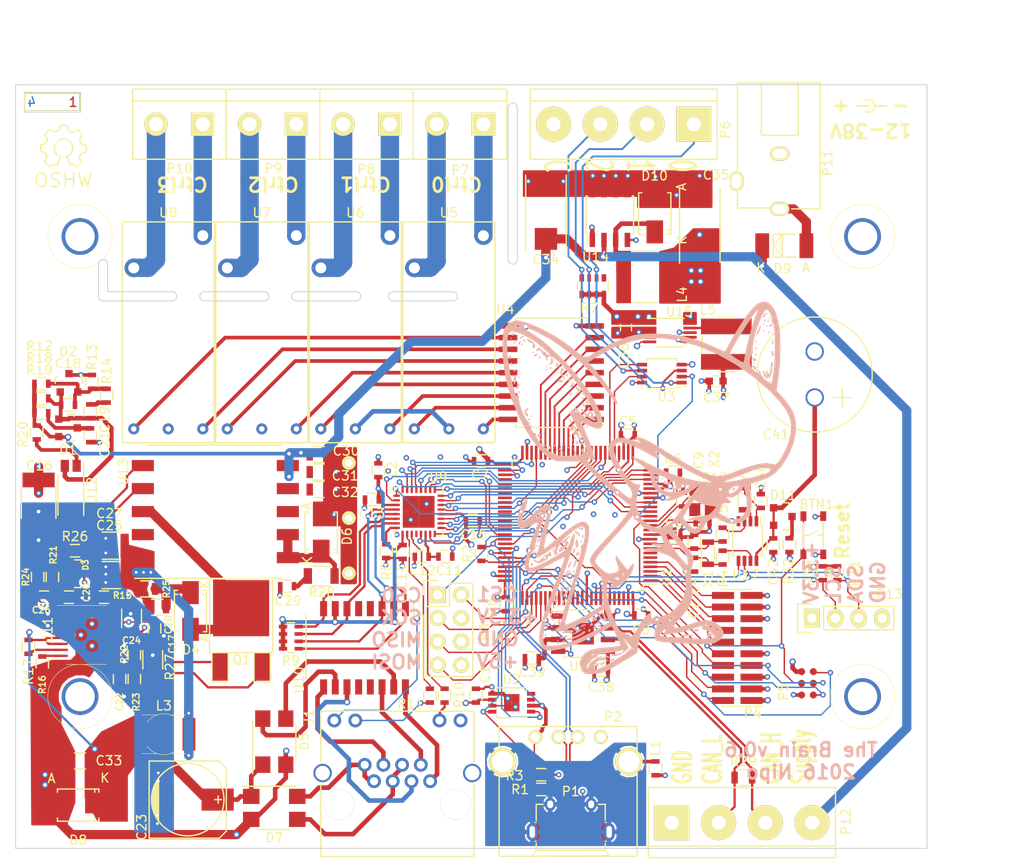
<source format=kicad_pcb>
(kicad_pcb (version 4) (host pcbnew 4.1.0-alpha+201605061002+6775~44~ubuntu14.04.1-product)

  (general
    (links 417)
    (no_connects 5)
    (area 42.901191 42.8 160.000001 136.675001)
    (thickness 1.6)
    (drawings 50)
    (tracks 1876)
    (zones 0)
    (modules 137)
    (nets 165)
  )

  (page A4)
  (layers
    (0 F.Cu signal)
    (1 In1.Cu power hide)
    (2 In2.Cu power hide)
    (31 B.Cu signal)
    (32 B.Adhes user hide)
    (33 F.Adhes user hide)
    (34 B.Paste user hide)
    (35 F.Paste user hide)
    (36 B.SilkS user)
    (37 F.SilkS user hide)
    (38 B.Mask user hide)
    (39 F.Mask user)
    (40 Dwgs.User user)
    (41 Cmts.User user)
    (42 Eco1.User user)
    (43 Eco2.User user)
    (44 Edge.Cuts user)
    (45 Margin user)
    (46 B.CrtYd user)
    (47 F.CrtYd user)
    (48 B.Fab user hide)
    (49 F.Fab user)
  )

  (setup
    (last_trace_width 0.1524)
    (user_trace_width 0.1524)
    (user_trace_width 0.2)
    (user_trace_width 0.25)
    (user_trace_width 0.4)
    (user_trace_width 0.5)
    (user_trace_width 1)
    (user_trace_width 2)
    (trace_clearance 0.1524)
    (zone_clearance 0.2)
    (zone_45_only yes)
    (trace_min 0.1524)
    (segment_width 0.2)
    (edge_width 0.1)
    (via_size 0.6048)
    (via_drill 0.3)
    (via_min_size 0.6048)
    (via_min_drill 0.3)
    (user_via 0.6048 0.3)
    (user_via 0.8 0.4)
    (user_via 1 0.5)
    (user_via 1.5 1)
    (uvia_size 0.3)
    (uvia_drill 0.1)
    (uvias_allowed no)
    (uvia_min_size 0.2)
    (uvia_min_drill 0.1)
    (pcb_text_width 0.3)
    (pcb_text_size 1.5 1.5)
    (mod_edge_width 0.15)
    (mod_text_size 1 1)
    (mod_text_width 0.15)
    (pad_size 4 4)
    (pad_drill 3.2)
    (pad_to_mask_clearance 0)
    (aux_axis_origin 0 0)
    (visible_elements FFFFEF7F)
    (pcbplotparams
      (layerselection 0x00030_ffffffff)
      (usegerberextensions false)
      (excludeedgelayer true)
      (linewidth 0.100000)
      (plotframeref false)
      (viasonmask false)
      (mode 1)
      (useauxorigin false)
      (hpglpennumber 1)
      (hpglpenspeed 20)
      (hpglpendiameter 15)
      (psnegative false)
      (psa4output false)
      (plotreference true)
      (plotvalue true)
      (plotinvisibletext false)
      (padsonsilk false)
      (subtractmaskfromsilk false)
      (outputformat 1)
      (mirror false)
      (drillshape 1)
      (scaleselection 1)
      (outputdirectory ""))
  )

  (net 0 "")
  (net 1 +3V3)
  (net 2 /mcu/TMS)
  (net 3 GND)
  (net 4 /mcu/TCK)
  (net 5 /mcu/TDO)
  (net 6 /mcu/TDI)
  (net 7 /mcu/nRESET)
  (net 8 /mcu/TraceCLK)
  (net 9 /mcu/TraceData0)
  (net 10 /mcu/TraceData1)
  (net 11 /mcu/TraceData2)
  (net 12 /mcu/TraceData3)
  (net 13 "Net-(C9-Pad1)")
  (net 14 "Net-(C10-Pad1)")
  (net 15 "Net-(C18-Pad1)")
  (net 16 +5V)
  (net 17 "Net-(L1-Pad1)")
  (net 18 "Net-(J1-Pad10)")
  (net 19 "Net-(J1-Pad11)")
  (net 20 "Net-(P6-Pad2)")
  (net 21 "Net-(P6-Pad1)")
  (net 22 "Net-(P7-Pad2)")
  (net 23 "Net-(P7-Pad1)")
  (net 24 "Net-(U1-Pad82)")
  (net 25 "Net-(U1-Pad81)")
  (net 26 "/I2C / RTC / Extension/IRQ")
  (net 27 "/I2C / RTC / Extension/OSC_OUT")
  (net 28 "Net-(U1-Pad39)")
  (net 29 "Net-(U1-Pad40)")
  (net 30 "Net-(U1-Pad41)")
  (net 31 "Net-(U1-Pad42)")
  (net 32 "Net-(U1-Pad43)")
  (net 33 "Net-(U1-Pad44)")
  (net 34 "Net-(U1-Pad45)")
  (net 35 "Net-(U1-Pad46)")
  (net 36 /ethernet/POE_VC1-)
  (net 37 /ethernet/POE_VC1+)
  (net 38 /ethernet/POE_VC2-)
  (net 39 /ethernet/POE_VC2+)
  (net 40 "Net-(U1-Pad6)")
  (net 41 "Net-(U1-Pad38)")
  (net 42 "Net-(U1-Pad73)")
  (net 43 "Net-(U1-Pad91)")
  (net 44 "Net-(U1-Pad97)")
  (net 45 "Net-(U1-Pad98)")
  (net 46 "Net-(U9-Pad4)")
  (net 47 /ethernet/CLK_25M)
  (net 48 /mcu/ETH_PHY_nIRQ)
  (net 49 /mcu/ETH_PHY_nRESET)
  (net 50 /ethernet/MDC)
  (net 51 /ethernet/TX_D2)
  (net 52 /ethernet/TX_CLK)
  (net 53 /ethernet/RX_CLK)
  (net 54 /ethernet/MDIO)
  (net 55 /ethernet/RX_DV)
  (net 56 /ethernet/RX_D0)
  (net 57 /ethernet/RX_D1)
  (net 58 /ethernet/RX_D2)
  (net 59 /ethernet/RX_D3)
  (net 60 /ethernet/RX_ER)
  (net 61 /ethernet/TX_EN)
  (net 62 /ethernet/TX_D0)
  (net 63 /ethernet/TX_D1)
  (net 64 /ethernet/TX_D3)
  (net 65 /ethernet/CRS)
  (net 66 /ethernet/COL)
  (net 67 /ethernet/LAN_VDD)
  (net 68 /ethernet/TD-)
  (net 69 /ethernet/TD+)
  (net 70 /ethernet/RD-)
  (net 71 /ethernet/RD+)
  (net 72 /ethernet/ETH_RX-)
  (net 73 /ethernet/ETH_RX+)
  (net 74 /ethernet/ETH_TX-)
  (net 75 /ethernet/ETH_TX+)
  (net 76 "/I2C / RTC / Extension/SCL")
  (net 77 "/I2C / RTC / Extension/SDA")
  (net 78 GNDREF)
  (net 79 /mcu/USB_D+)
  (net 80 /mcu/USB_D-)
  (net 81 /can/CAN-)
  (net 82 /can/CAN+)
  (net 83 "Net-(U2-Pad7)")
  (net 84 "Net-(U2-Pad8)")
  (net 85 "Net-(U1-Pad7)")
  (net 86 "Net-(U1-Pad53)")
  (net 87 "Net-(U1-Pad54)")
  (net 88 "Net-(U1-Pad60)")
  (net 89 "Net-(U1-Pad61)")
  (net 90 "Net-(U1-Pad62)")
  (net 91 "Net-(U1-Pad96)")
  (net 92 "Net-(D6-Pad1)")
  (net 93 "Net-(L5-Pad2)")
  (net 94 /power/VCan)
  (net 95 "Net-(P11-Pad3)")
  (net 96 /mcu/Input_0)
  (net 97 /mcu/Input_1)
  (net 98 /mcu/Input_2)
  (net 99 /mcu/CS0)
  (net 100 /mcu/CS1)
  (net 101 /mcu/SCK)
  (net 102 /mcu/MOSI)
  (net 103 /mcu/MISO)
  (net 104 /poe/VPoe)
  (net 105 /poe/GPoe)
  (net 106 "Net-(C22-Pad1)")
  (net 107 "Net-(C29-Pad1)")
  (net 108 "Net-(D9-Pad2)")
  (net 109 "Net-(R15-Pad1)")
  (net 110 /poe/Feedback)
  (net 111 /poe/VPoe2)
  (net 112 "Net-(Q1-Pad3)")
  (net 113 "Net-(Q1-Pad1)")
  (net 114 /poe/VBias)
  (net 115 /mcu/USB_VBus)
  (net 116 "Net-(R2-Pad1)")
  (net 117 "Net-(C2-Pad1)")
  (net 118 "Net-(C4-Pad1)")
  (net 119 "Net-(C11-Pad1)")
  (net 120 "Net-(C18-Pad2)")
  (net 121 "Net-(C19-Pad2)")
  (net 122 "Net-(C20-Pad1)")
  (net 123 "Net-(C21-Pad1)")
  (net 124 "Net-(C24-Pad1)")
  (net 125 "Net-(C26-Pad2)")
  (net 126 "Net-(C28-Pad2)")
  (net 127 "Net-(C40-Pad1)")
  (net 128 "Net-(C41-Pad1)")
  (net 129 "Net-(D3-Pad1)")
  (net 130 "Net-(D3-Pad2)")
  (net 131 "Net-(D4-Pad2)")
  (net 132 "Net-(D10-Pad1)")
  (net 133 "Net-(D11-Pad3)")
  (net 134 "Net-(P1-Pad1)")
  (net 135 "Net-(P1-Pad4)")
  (net 136 "Net-(P4-Pad11)")
  (net 137 "Net-(P4-Pad13)")
  (net 138 "Net-(P6-Pad3)")
  (net 139 "Net-(P8-Pad1)")
  (net 140 "Net-(P8-Pad2)")
  (net 141 "Net-(P9-Pad1)")
  (net 142 "Net-(P9-Pad2)")
  (net 143 "Net-(P10-Pad1)")
  (net 144 "Net-(P10-Pad2)")
  (net 145 "Net-(R7-Pad5)")
  (net 146 "Net-(R8-Pad1)")
  (net 147 "Net-(R10-Pad1)")
  (net 148 "Net-(R11-Pad1)")
  (net 149 "Net-(R16-Pad1)")
  (net 150 "Net-(R17-Pad2)")
  (net 151 "Net-(R20-Pad2)")
  (net 152 "Net-(R22-Pad2)")
  (net 153 "Net-(R26-Pad1)")
  (net 154 "Net-(U4-Pad11)")
  (net 155 "Net-(U4-Pad12)")
  (net 156 "Net-(U4-Pad13)")
  (net 157 "Net-(U4-Pad14)")
  (net 158 "Net-(U4-Pad15)")
  (net 159 "Net-(U4-Pad16)")
  (net 160 "Net-(U4-Pad17)")
  (net 161 "Net-(U4-Pad18)")
  (net 162 "Net-(U17-Pad2)")
  (net 163 /poe/Vout)
  (net 164 "Net-(U1-Pad63)")

  (net_class Default "This is the default net class."
    (clearance 0.1524)
    (trace_width 0.1524)
    (via_dia 0.6048)
    (via_drill 0.3)
    (uvia_dia 0.3)
    (uvia_drill 0.1)
    (add_net "/I2C / RTC / Extension/IRQ")
    (add_net "/I2C / RTC / Extension/OSC_OUT")
    (add_net "/I2C / RTC / Extension/SCL")
    (add_net "/I2C / RTC / Extension/SDA")
    (add_net /can/CAN+)
    (add_net /can/CAN-)
    (add_net /ethernet/CLK_25M)
    (add_net /ethernet/COL)
    (add_net /ethernet/CRS)
    (add_net /ethernet/MDC)
    (add_net /ethernet/MDIO)
    (add_net /ethernet/RX_CLK)
    (add_net /ethernet/RX_D0)
    (add_net /ethernet/RX_D1)
    (add_net /ethernet/RX_D2)
    (add_net /ethernet/RX_D3)
    (add_net /ethernet/RX_DV)
    (add_net /ethernet/RX_ER)
    (add_net /ethernet/TX_CLK)
    (add_net /ethernet/TX_D0)
    (add_net /ethernet/TX_D1)
    (add_net /ethernet/TX_D2)
    (add_net /ethernet/TX_D3)
    (add_net /ethernet/TX_EN)
    (add_net /mcu/CS0)
    (add_net /mcu/CS1)
    (add_net /mcu/ETH_PHY_nIRQ)
    (add_net /mcu/ETH_PHY_nRESET)
    (add_net /mcu/Input_0)
    (add_net /mcu/Input_1)
    (add_net /mcu/Input_2)
    (add_net /mcu/MISO)
    (add_net /mcu/MOSI)
    (add_net /mcu/SCK)
    (add_net /mcu/TCK)
    (add_net /mcu/TDI)
    (add_net /mcu/TDO)
    (add_net /mcu/TMS)
    (add_net /mcu/TraceCLK)
    (add_net /mcu/TraceData0)
    (add_net /mcu/TraceData1)
    (add_net /mcu/TraceData2)
    (add_net /mcu/TraceData3)
    (add_net /mcu/USB_D+)
    (add_net /mcu/USB_D-)
    (add_net /mcu/USB_VBus)
    (add_net /mcu/nRESET)
    (add_net /poe/Feedback)
    (add_net /poe/VBias)
    (add_net /poe/VPoe2)
    (add_net /poe/Vout)
    (add_net GND)
    (add_net "Net-(C10-Pad1)")
    (add_net "Net-(C11-Pad1)")
    (add_net "Net-(C18-Pad1)")
    (add_net "Net-(C18-Pad2)")
    (add_net "Net-(C19-Pad2)")
    (add_net "Net-(C2-Pad1)")
    (add_net "Net-(C20-Pad1)")
    (add_net "Net-(C21-Pad1)")
    (add_net "Net-(C22-Pad1)")
    (add_net "Net-(C24-Pad1)")
    (add_net "Net-(C26-Pad2)")
    (add_net "Net-(C28-Pad2)")
    (add_net "Net-(C29-Pad1)")
    (add_net "Net-(C4-Pad1)")
    (add_net "Net-(C40-Pad1)")
    (add_net "Net-(C41-Pad1)")
    (add_net "Net-(C9-Pad1)")
    (add_net "Net-(D10-Pad1)")
    (add_net "Net-(D11-Pad3)")
    (add_net "Net-(D3-Pad1)")
    (add_net "Net-(D3-Pad2)")
    (add_net "Net-(D4-Pad2)")
    (add_net "Net-(D6-Pad1)")
    (add_net "Net-(D9-Pad2)")
    (add_net "Net-(J1-Pad10)")
    (add_net "Net-(J1-Pad11)")
    (add_net "Net-(L1-Pad1)")
    (add_net "Net-(L5-Pad2)")
    (add_net "Net-(P1-Pad1)")
    (add_net "Net-(P1-Pad4)")
    (add_net "Net-(P10-Pad1)")
    (add_net "Net-(P10-Pad2)")
    (add_net "Net-(P11-Pad3)")
    (add_net "Net-(P4-Pad11)")
    (add_net "Net-(P4-Pad13)")
    (add_net "Net-(P6-Pad1)")
    (add_net "Net-(P6-Pad2)")
    (add_net "Net-(P6-Pad3)")
    (add_net "Net-(P7-Pad1)")
    (add_net "Net-(P7-Pad2)")
    (add_net "Net-(P8-Pad1)")
    (add_net "Net-(P8-Pad2)")
    (add_net "Net-(P9-Pad1)")
    (add_net "Net-(P9-Pad2)")
    (add_net "Net-(Q1-Pad1)")
    (add_net "Net-(Q1-Pad3)")
    (add_net "Net-(R10-Pad1)")
    (add_net "Net-(R11-Pad1)")
    (add_net "Net-(R15-Pad1)")
    (add_net "Net-(R16-Pad1)")
    (add_net "Net-(R17-Pad2)")
    (add_net "Net-(R2-Pad1)")
    (add_net "Net-(R20-Pad2)")
    (add_net "Net-(R22-Pad2)")
    (add_net "Net-(R26-Pad1)")
    (add_net "Net-(R7-Pad5)")
    (add_net "Net-(R8-Pad1)")
    (add_net "Net-(U1-Pad38)")
    (add_net "Net-(U1-Pad39)")
    (add_net "Net-(U1-Pad40)")
    (add_net "Net-(U1-Pad41)")
    (add_net "Net-(U1-Pad42)")
    (add_net "Net-(U1-Pad43)")
    (add_net "Net-(U1-Pad44)")
    (add_net "Net-(U1-Pad45)")
    (add_net "Net-(U1-Pad46)")
    (add_net "Net-(U1-Pad53)")
    (add_net "Net-(U1-Pad54)")
    (add_net "Net-(U1-Pad6)")
    (add_net "Net-(U1-Pad60)")
    (add_net "Net-(U1-Pad61)")
    (add_net "Net-(U1-Pad62)")
    (add_net "Net-(U1-Pad63)")
    (add_net "Net-(U1-Pad7)")
    (add_net "Net-(U1-Pad73)")
    (add_net "Net-(U1-Pad81)")
    (add_net "Net-(U1-Pad82)")
    (add_net "Net-(U1-Pad91)")
    (add_net "Net-(U1-Pad96)")
    (add_net "Net-(U1-Pad97)")
    (add_net "Net-(U1-Pad98)")
    (add_net "Net-(U17-Pad2)")
    (add_net "Net-(U2-Pad7)")
    (add_net "Net-(U2-Pad8)")
    (add_net "Net-(U4-Pad11)")
    (add_net "Net-(U4-Pad12)")
    (add_net "Net-(U4-Pad13)")
    (add_net "Net-(U4-Pad14)")
    (add_net "Net-(U4-Pad15)")
    (add_net "Net-(U4-Pad16)")
    (add_net "Net-(U4-Pad17)")
    (add_net "Net-(U4-Pad18)")
    (add_net "Net-(U9-Pad4)")
  )

  (net_class More ""
    (clearance 0.2)
    (trace_width 0.25)
    (via_dia 0.6048)
    (via_drill 0.3)
    (uvia_dia 0.3)
    (uvia_drill 0.1)
    (add_net /ethernet/RD+)
    (add_net /ethernet/RD-)
    (add_net /ethernet/TD+)
    (add_net /ethernet/TD-)
  )

  (net_class Power ""
    (clearance 0.1524)
    (trace_width 0.5)
    (via_dia 0.7)
    (via_drill 0.4)
    (uvia_dia 0.3)
    (uvia_drill 0.1)
    (add_net +3V3)
    (add_net +5V)
    (add_net /ethernet/ETH_RX+)
    (add_net /ethernet/ETH_RX-)
    (add_net /ethernet/ETH_TX+)
    (add_net /ethernet/ETH_TX-)
    (add_net /ethernet/LAN_VDD)
    (add_net /ethernet/POE_VC1+)
    (add_net /ethernet/POE_VC1-)
    (add_net /ethernet/POE_VC2+)
    (add_net /ethernet/POE_VC2-)
    (add_net /poe/GPoe)
    (add_net /poe/VPoe)
    (add_net /power/VCan)
    (add_net GNDREF)
  )

  (net_class Power2 ""
    (clearance 1)
    (trace_width 0.5)
    (via_dia 1)
    (via_drill 0.5)
    (uvia_dia 0.3)
    (uvia_drill 0.1)
  )

  (module Connect:USB_A (layer F.Cu) (tedit 5543E289) (tstamp 57C37A26)
    (at 102.95914 122.40212)
    (descr "USB A connector")
    (tags "USB USB_A")
    (path /57A213D7/57BD5361)
    (fp_text reference P2 (at 8.44086 -2.20212 180) (layer F.SilkS)
      (effects (font (size 1 1) (thickness 0.15)))
    )
    (fp_text value USBA (at 3.74086 2.49788) (layer F.Fab)
      (effects (font (size 1 1) (thickness 0.15)))
    )
    (fp_line (start -5.3 13.2) (end -5.3 -1.4) (layer F.CrtYd) (width 0.05))
    (fp_line (start 11.95 -1.4) (end 11.95 13.2) (layer F.CrtYd) (width 0.05))
    (fp_line (start -5.3 13.2) (end 11.95 13.2) (layer F.CrtYd) (width 0.05))
    (fp_line (start -5.3 -1.4) (end 11.95 -1.4) (layer F.CrtYd) (width 0.05))
    (fp_line (start 11.04986 -1.14512) (end 11.04986 12.95188) (layer F.SilkS) (width 0.15))
    (fp_line (start -3.93614 12.95188) (end -3.93614 -1.14512) (layer F.SilkS) (width 0.15))
    (fp_line (start 11.04986 -1.14512) (end -3.93614 -1.14512) (layer F.SilkS) (width 0.15))
    (fp_line (start 11.04986 12.95188) (end -3.93614 12.95188) (layer F.SilkS) (width 0.15))
    (pad 4 thru_hole circle (at 7.11286 -0.00212 270) (size 1.50114 1.50114) (drill 1.00076) (layers *.Cu *.Mask F.SilkS)
      (net 3 GND))
    (pad 3 thru_hole circle (at 4.57286 -0.00212 270) (size 1.50114 1.50114) (drill 1.00076) (layers *.Cu *.Mask F.SilkS)
      (net 79 /mcu/USB_D+))
    (pad 2 thru_hole circle (at 2.54086 -0.00212 270) (size 1.50114 1.50114) (drill 1.00076) (layers *.Cu *.Mask F.SilkS)
      (net 80 /mcu/USB_D-))
    (pad 1 thru_hole circle (at 0.00086 -0.00212 270) (size 1.50114 1.50114) (drill 1.00076) (layers *.Cu *.Mask F.SilkS)
      (net 115 /mcu/USB_VBus))
    (pad 5 thru_hole circle (at 10.16086 2.66488 270) (size 2.99974 2.99974) (drill 2.30124) (layers *.Cu *.Mask F.SilkS)
      (net 17 "Net-(L1-Pad1)"))
    (pad 5 thru_hole circle (at -3.55514 2.66488 270) (size 2.99974 2.99974) (drill 2.30124) (layers *.Cu *.Mask F.SilkS)
      (net 17 "Net-(L1-Pad1)"))
    (model Connect.3dshapes/USB_A.wrl
      (at (xyz 0.14 0 0))
      (scale (xyz 1 1 1))
      (rotate (xyz 0 0 90))
    )
  )

  (module Pin_Headers:Pin_Header_Straight_2x04 (layer F.Cu) (tedit 57C9A701) (tstamp 57CA0578)
    (at 92.36 106.94)
    (descr "Through hole pin header")
    (tags "pin header")
    (path /57A213D7/57C9C680)
    (fp_text reference P3 (at 5.14 4.06 90) (layer F.SilkS)
      (effects (font (size 1 1) (thickness 0.15)))
    )
    (fp_text value SPI (at 1.34 3.7 90) (layer F.Fab)
      (effects (font (size 1 1) (thickness 0.15)))
    )
    (fp_line (start -1.75 -1.75) (end -1.75 9.4) (layer F.CrtYd) (width 0.05))
    (fp_line (start 4.3 -1.75) (end 4.3 9.4) (layer F.CrtYd) (width 0.05))
    (fp_line (start -1.75 -1.75) (end 4.3 -1.75) (layer F.CrtYd) (width 0.05))
    (fp_line (start -1.75 9.4) (end 4.3 9.4) (layer F.CrtYd) (width 0.05))
    (fp_line (start -1.27 1.27) (end -1.27 8.89) (layer F.SilkS) (width 0.15))
    (fp_line (start -1.27 8.89) (end 3.81 8.89) (layer F.SilkS) (width 0.15))
    (fp_line (start 3.81 8.89) (end 3.81 -1.27) (layer F.SilkS) (width 0.15))
    (fp_line (start 3.81 -1.27) (end 1.27 -1.27) (layer F.SilkS) (width 0.15))
    (fp_line (start 0 -1.55) (end -1.55 -1.55) (layer F.SilkS) (width 0.15))
    (fp_line (start 1.27 -1.27) (end 1.27 1.27) (layer F.SilkS) (width 0.15))
    (fp_line (start 1.27 1.27) (end -1.27 1.27) (layer F.SilkS) (width 0.15))
    (fp_line (start -1.55 -1.55) (end -1.55 0) (layer F.SilkS) (width 0.15))
    (pad 1 thru_hole rect (at 0 0) (size 1.7272 1.7272) (drill 1.016) (layers *.Cu *.Mask F.SilkS)
      (net 99 /mcu/CS0))
    (pad 2 thru_hole oval (at 2.54 0) (size 1.7272 1.7272) (drill 1.016) (layers *.Cu *.Mask F.SilkS)
      (net 100 /mcu/CS1))
    (pad 3 thru_hole oval (at 0 2.54) (size 1.7272 1.7272) (drill 1.016) (layers *.Cu *.Mask F.SilkS)
      (net 101 /mcu/SCK))
    (pad 4 thru_hole oval (at 2.54 2.54) (size 1.7272 1.7272) (drill 1.016) (layers *.Cu *.Mask F.SilkS)
      (net 1 +3V3) (zone_connect 2))
    (pad 5 thru_hole oval (at 0 5.08) (size 1.7272 1.7272) (drill 1.016) (layers *.Cu *.Mask F.SilkS)
      (net 103 /mcu/MISO))
    (pad 6 thru_hole oval (at 2.54 5.08) (size 1.7272 1.7272) (drill 1.016) (layers *.Cu *.Mask F.SilkS)
      (net 3 GND))
    (pad 7 thru_hole oval (at 0 7.62) (size 1.7272 1.7272) (drill 1.016) (layers *.Cu *.Mask F.SilkS)
      (net 102 /mcu/MOSI))
    (pad 8 thru_hole oval (at 2.54 7.62) (size 1.7272 1.7272) (drill 1.016) (layers *.Cu *.Mask F.SilkS)
      (net 16 +5V) (zone_connect 2))
    (model Pin_Headers.3dshapes/Pin_Header_Straight_2x04.wrl
      (at (xyz 0.05 -0.15 0))
      (scale (xyz 1 1 1))
      (rotate (xyz 0 0 90))
    )
  )

  (module Housings_QFP:LQFP-100_14x14mm_Pitch0.5mm (layer F.Cu) (tedit 54130A77) (tstamp 57C377BF)
    (at 107.55 99.4 180)
    (descr "LQFP100: plastic low profile quad flat package; 100 leads; body 14 x 14 x 1.4 mm (see NXP sot407-1_po.pdf and sot407-1_fr.pdf)")
    (tags "QFP 0.5")
    (path /57A213D7/57BCD0F0)
    (attr smd)
    (fp_text reference U1 (at -9.65 -5.6 90) (layer F.SilkS)
      (effects (font (size 1 1) (thickness 0.15)))
    )
    (fp_text value STM32F107VCT (at 0.25 1.3 180) (layer F.Fab)
      (effects (font (size 1 1) (thickness 0.15)))
    )
    (fp_line (start -8.9 -8.9) (end -8.9 8.9) (layer F.CrtYd) (width 0.05))
    (fp_line (start 8.9 -8.9) (end 8.9 8.9) (layer F.CrtYd) (width 0.05))
    (fp_line (start -8.9 -8.9) (end 8.9 -8.9) (layer F.CrtYd) (width 0.05))
    (fp_line (start -8.9 8.9) (end 8.9 8.9) (layer F.CrtYd) (width 0.05))
    (fp_line (start -7.125 -7.125) (end -7.125 -6.365) (layer F.SilkS) (width 0.15))
    (fp_line (start 7.125 -7.125) (end 7.125 -6.365) (layer F.SilkS) (width 0.15))
    (fp_line (start 7.125 7.125) (end 7.125 6.365) (layer F.SilkS) (width 0.15))
    (fp_line (start -7.125 7.125) (end -7.125 6.365) (layer F.SilkS) (width 0.15))
    (fp_line (start -7.125 -7.125) (end -6.365 -7.125) (layer F.SilkS) (width 0.15))
    (fp_line (start -7.125 7.125) (end -6.365 7.125) (layer F.SilkS) (width 0.15))
    (fp_line (start 7.125 7.125) (end 6.365 7.125) (layer F.SilkS) (width 0.15))
    (fp_line (start 7.125 -7.125) (end 6.365 -7.125) (layer F.SilkS) (width 0.15))
    (fp_line (start -7.125 -6.365) (end -8.65 -6.365) (layer F.SilkS) (width 0.15))
    (pad 1 smd rect (at -7.9 -6 180) (size 1.5 0.28) (layers F.Cu F.Paste F.Mask)
      (net 8 /mcu/TraceCLK))
    (pad 2 smd rect (at -7.9 -5.5 180) (size 1.5 0.28) (layers F.Cu F.Paste F.Mask)
      (net 9 /mcu/TraceData0))
    (pad 3 smd rect (at -7.9 -5 180) (size 1.5 0.28) (layers F.Cu F.Paste F.Mask)
      (net 10 /mcu/TraceData1))
    (pad 4 smd rect (at -7.9 -4.5 180) (size 1.5 0.28) (layers F.Cu F.Paste F.Mask)
      (net 11 /mcu/TraceData2))
    (pad 5 smd rect (at -7.9 -4 180) (size 1.5 0.28) (layers F.Cu F.Paste F.Mask)
      (net 12 /mcu/TraceData3))
    (pad 6 smd rect (at -7.9 -3.5 180) (size 1.5 0.28) (layers F.Cu F.Paste F.Mask)
      (net 40 "Net-(U1-Pad6)"))
    (pad 7 smd rect (at -7.9 -3 180) (size 1.5 0.28) (layers F.Cu F.Paste F.Mask)
      (net 85 "Net-(U1-Pad7)"))
    (pad 8 smd rect (at -7.9 -2.5 180) (size 1.5 0.28) (layers F.Cu F.Paste F.Mask)
      (net 117 "Net-(C2-Pad1)"))
    (pad 9 smd rect (at -7.9 -2 180) (size 1.5 0.28) (layers F.Cu F.Paste F.Mask)
      (net 118 "Net-(C4-Pad1)"))
    (pad 10 smd rect (at -7.9 -1.5 180) (size 1.5 0.28) (layers F.Cu F.Paste F.Mask)
      (net 3 GND))
    (pad 11 smd rect (at -7.9 -1 180) (size 1.5 0.28) (layers F.Cu F.Paste F.Mask)
      (net 1 +3V3))
    (pad 12 smd rect (at -7.9 -0.5 180) (size 1.5 0.28) (layers F.Cu F.Paste F.Mask)
      (net 14 "Net-(C10-Pad1)"))
    (pad 13 smd rect (at -7.9 0 180) (size 1.5 0.28) (layers F.Cu F.Paste F.Mask)
      (net 13 "Net-(C9-Pad1)"))
    (pad 14 smd rect (at -7.9 0.5 180) (size 1.5 0.28) (layers F.Cu F.Paste F.Mask)
      (net 7 /mcu/nRESET))
    (pad 15 smd rect (at -7.9 1 180) (size 1.5 0.28) (layers F.Cu F.Paste F.Mask)
      (net 98 /mcu/Input_2))
    (pad 16 smd rect (at -7.9 1.5 180) (size 1.5 0.28) (layers F.Cu F.Paste F.Mask)
      (net 50 /ethernet/MDC))
    (pad 17 smd rect (at -7.9 2 180) (size 1.5 0.28) (layers F.Cu F.Paste F.Mask)
      (net 51 /ethernet/TX_D2))
    (pad 18 smd rect (at -7.9 2.5 180) (size 1.5 0.28) (layers F.Cu F.Paste F.Mask)
      (net 52 /ethernet/TX_CLK))
    (pad 19 smd rect (at -7.9 3 180) (size 1.5 0.28) (layers F.Cu F.Paste F.Mask)
      (net 3 GND))
    (pad 20 smd rect (at -7.9 3.5 180) (size 1.5 0.28) (layers F.Cu F.Paste F.Mask)
      (net 3 GND))
    (pad 21 smd rect (at -7.9 4 180) (size 1.5 0.28) (layers F.Cu F.Paste F.Mask)
      (net 1 +3V3))
    (pad 22 smd rect (at -7.9 4.5 180) (size 1.5 0.28) (layers F.Cu F.Paste F.Mask)
      (net 1 +3V3))
    (pad 23 smd rect (at -7.9 5 180) (size 1.5 0.28) (layers F.Cu F.Paste F.Mask)
      (net 65 /ethernet/CRS))
    (pad 24 smd rect (at -7.9 5.5 180) (size 1.5 0.28) (layers F.Cu F.Paste F.Mask)
      (net 53 /ethernet/RX_CLK))
    (pad 25 smd rect (at -7.9 6 180) (size 1.5 0.28) (layers F.Cu F.Paste F.Mask)
      (net 54 /ethernet/MDIO))
    (pad 26 smd rect (at -6 7.9 270) (size 1.5 0.28) (layers F.Cu F.Paste F.Mask)
      (net 66 /ethernet/COL))
    (pad 27 smd rect (at -5.5 7.9 270) (size 1.5 0.28) (layers F.Cu F.Paste F.Mask)
      (net 3 GND))
    (pad 28 smd rect (at -5 7.9 270) (size 1.5 0.28) (layers F.Cu F.Paste F.Mask)
      (net 1 +3V3))
    (pad 29 smd rect (at -4.5 7.9 270) (size 1.5 0.28) (layers F.Cu F.Paste F.Mask)
      (net 99 /mcu/CS0))
    (pad 30 smd rect (at -4 7.9 270) (size 1.5 0.28) (layers F.Cu F.Paste F.Mask)
      (net 96 /mcu/Input_0))
    (pad 31 smd rect (at -3.5 7.9 270) (size 1.5 0.28) (layers F.Cu F.Paste F.Mask)
      (net 97 /mcu/Input_1))
    (pad 32 smd rect (at -3 7.9 270) (size 1.5 0.28) (layers F.Cu F.Paste F.Mask)
      (net 55 /ethernet/RX_DV))
    (pad 33 smd rect (at -2.5 7.9 270) (size 1.5 0.28) (layers F.Cu F.Paste F.Mask)
      (net 56 /ethernet/RX_D0))
    (pad 34 smd rect (at -2 7.9 270) (size 1.5 0.28) (layers F.Cu F.Paste F.Mask)
      (net 57 /ethernet/RX_D1))
    (pad 35 smd rect (at -1.5 7.9 270) (size 1.5 0.28) (layers F.Cu F.Paste F.Mask)
      (net 58 /ethernet/RX_D2))
    (pad 36 smd rect (at -1 7.9 270) (size 1.5 0.28) (layers F.Cu F.Paste F.Mask)
      (net 59 /ethernet/RX_D3))
    (pad 37 smd rect (at -0.5 7.9 270) (size 1.5 0.28) (layers F.Cu F.Paste F.Mask)
      (net 3 GND))
    (pad 38 smd rect (at 0 7.9 270) (size 1.5 0.28) (layers F.Cu F.Paste F.Mask)
      (net 41 "Net-(U1-Pad38)"))
    (pad 39 smd rect (at 0.5 7.9 270) (size 1.5 0.28) (layers F.Cu F.Paste F.Mask)
      (net 28 "Net-(U1-Pad39)"))
    (pad 40 smd rect (at 1 7.9 270) (size 1.5 0.28) (layers F.Cu F.Paste F.Mask)
      (net 29 "Net-(U1-Pad40)"))
    (pad 41 smd rect (at 1.5 7.9 270) (size 1.5 0.28) (layers F.Cu F.Paste F.Mask)
      (net 30 "Net-(U1-Pad41)"))
    (pad 42 smd rect (at 2 7.9 270) (size 1.5 0.28) (layers F.Cu F.Paste F.Mask)
      (net 31 "Net-(U1-Pad42)"))
    (pad 43 smd rect (at 2.5 7.9 270) (size 1.5 0.28) (layers F.Cu F.Paste F.Mask)
      (net 32 "Net-(U1-Pad43)"))
    (pad 44 smd rect (at 3 7.9 270) (size 1.5 0.28) (layers F.Cu F.Paste F.Mask)
      (net 33 "Net-(U1-Pad44)"))
    (pad 45 smd rect (at 3.5 7.9 270) (size 1.5 0.28) (layers F.Cu F.Paste F.Mask)
      (net 34 "Net-(U1-Pad45)"))
    (pad 46 smd rect (at 4 7.9 270) (size 1.5 0.28) (layers F.Cu F.Paste F.Mask)
      (net 35 "Net-(U1-Pad46)"))
    (pad 47 smd rect (at 4.5 7.9 270) (size 1.5 0.28) (layers F.Cu F.Paste F.Mask)
      (net 60 /ethernet/RX_ER))
    (pad 48 smd rect (at 5 7.9 270) (size 1.5 0.28) (layers F.Cu F.Paste F.Mask)
      (net 61 /ethernet/TX_EN))
    (pad 49 smd rect (at 5.5 7.9 270) (size 1.5 0.28) (layers F.Cu F.Paste F.Mask)
      (net 3 GND))
    (pad 50 smd rect (at 6 7.9 270) (size 1.5 0.28) (layers F.Cu F.Paste F.Mask)
      (net 1 +3V3))
    (pad 51 smd rect (at 7.9 6 180) (size 1.5 0.28) (layers F.Cu F.Paste F.Mask)
      (net 62 /ethernet/TX_D0))
    (pad 52 smd rect (at 7.9 5.5 180) (size 1.5 0.28) (layers F.Cu F.Paste F.Mask)
      (net 63 /ethernet/TX_D1))
    (pad 53 smd rect (at 7.9 5 180) (size 1.5 0.28) (layers F.Cu F.Paste F.Mask)
      (net 86 "Net-(U1-Pad53)"))
    (pad 54 smd rect (at 7.9 4.5 180) (size 1.5 0.28) (layers F.Cu F.Paste F.Mask)
      (net 87 "Net-(U1-Pad54)"))
    (pad 55 smd rect (at 7.9 4 180) (size 1.5 0.28) (layers F.Cu F.Paste F.Mask))
    (pad 56 smd rect (at 7.9 3.5 180) (size 1.5 0.28) (layers F.Cu F.Paste F.Mask))
    (pad 57 smd rect (at 7.9 3 180) (size 1.5 0.28) (layers F.Cu F.Paste F.Mask))
    (pad 58 smd rect (at 7.9 2.5 180) (size 1.5 0.28) (layers F.Cu F.Paste F.Mask))
    (pad 59 smd rect (at 7.9 2 180) (size 1.5 0.28) (layers F.Cu F.Paste F.Mask))
    (pad 60 smd rect (at 7.9 1.5 180) (size 1.5 0.28) (layers F.Cu F.Paste F.Mask)
      (net 88 "Net-(U1-Pad60)"))
    (pad 61 smd rect (at 7.9 1 180) (size 1.5 0.28) (layers F.Cu F.Paste F.Mask)
      (net 89 "Net-(U1-Pad61)"))
    (pad 62 smd rect (at 7.9 0.5 180) (size 1.5 0.28) (layers F.Cu F.Paste F.Mask)
      (net 90 "Net-(U1-Pad62)"))
    (pad 63 smd rect (at 7.9 0 180) (size 1.5 0.28) (layers F.Cu F.Paste F.Mask)
      (net 164 "Net-(U1-Pad63)"))
    (pad 64 smd rect (at 7.9 -0.5 180) (size 1.5 0.28) (layers F.Cu F.Paste F.Mask)
      (net 49 /mcu/ETH_PHY_nRESET))
    (pad 65 smd rect (at 7.9 -1 180) (size 1.5 0.28) (layers F.Cu F.Paste F.Mask)
      (net 48 /mcu/ETH_PHY_nIRQ))
    (pad 66 smd rect (at 7.9 -1.5 180) (size 1.5 0.28) (layers F.Cu F.Paste F.Mask)
      (net 116 "Net-(R2-Pad1)"))
    (pad 67 smd rect (at 7.9 -2 180) (size 1.5 0.28) (layers F.Cu F.Paste F.Mask)
      (net 47 /ethernet/CLK_25M))
    (pad 68 smd rect (at 7.9 -2.5 180) (size 1.5 0.28) (layers F.Cu F.Paste F.Mask)
      (net 115 /mcu/USB_VBus))
    (pad 69 smd rect (at 7.9 -3 180) (size 1.5 0.28) (layers F.Cu F.Paste F.Mask)
      (net 135 "Net-(P1-Pad4)"))
    (pad 70 smd rect (at 7.9 -3.5 180) (size 1.5 0.28) (layers F.Cu F.Paste F.Mask)
      (net 80 /mcu/USB_D-))
    (pad 71 smd rect (at 7.9 -4 180) (size 1.5 0.28) (layers F.Cu F.Paste F.Mask)
      (net 79 /mcu/USB_D+))
    (pad 72 smd rect (at 7.9 -4.5 180) (size 1.5 0.28) (layers F.Cu F.Paste F.Mask)
      (net 2 /mcu/TMS))
    (pad 73 smd rect (at 7.9 -5 180) (size 1.5 0.28) (layers F.Cu F.Paste F.Mask)
      (net 42 "Net-(U1-Pad73)"))
    (pad 74 smd rect (at 7.9 -5.5 180) (size 1.5 0.28) (layers F.Cu F.Paste F.Mask)
      (net 3 GND))
    (pad 75 smd rect (at 7.9 -6 180) (size 1.5 0.28) (layers F.Cu F.Paste F.Mask)
      (net 1 +3V3))
    (pad 76 smd rect (at 6 -7.9 270) (size 1.5 0.28) (layers F.Cu F.Paste F.Mask)
      (net 4 /mcu/TCK))
    (pad 77 smd rect (at 5.5 -7.9 270) (size 1.5 0.28) (layers F.Cu F.Paste F.Mask)
      (net 6 /mcu/TDI))
    (pad 78 smd rect (at 5 -7.9 270) (size 1.5 0.28) (layers F.Cu F.Paste F.Mask)
      (net 101 /mcu/SCK))
    (pad 79 smd rect (at 4.5 -7.9 270) (size 1.5 0.28) (layers F.Cu F.Paste F.Mask)
      (net 103 /mcu/MISO))
    (pad 80 smd rect (at 4 -7.9 270) (size 1.5 0.28) (layers F.Cu F.Paste F.Mask)
      (net 102 /mcu/MOSI))
    (pad 81 smd rect (at 3.5 -7.9 270) (size 1.5 0.28) (layers F.Cu F.Paste F.Mask)
      (net 25 "Net-(U1-Pad81)"))
    (pad 82 smd rect (at 3 -7.9 270) (size 1.5 0.28) (layers F.Cu F.Paste F.Mask)
      (net 24 "Net-(U1-Pad82)"))
    (pad 83 smd rect (at 2.5 -7.9 270) (size 1.5 0.28) (layers F.Cu F.Paste F.Mask)
      (net 100 /mcu/CS1))
    (pad 84 smd rect (at 2 -7.9 270) (size 1.5 0.28) (layers F.Cu F.Paste F.Mask))
    (pad 85 smd rect (at 1.5 -7.9 270) (size 1.5 0.28) (layers F.Cu F.Paste F.Mask))
    (pad 86 smd rect (at 1 -7.9 270) (size 1.5 0.28) (layers F.Cu F.Paste F.Mask))
    (pad 87 smd rect (at 0.5 -7.9 270) (size 1.5 0.28) (layers F.Cu F.Paste F.Mask))
    (pad 88 smd rect (at 0 -7.9 270) (size 1.5 0.28) (layers F.Cu F.Paste F.Mask))
    (pad 89 smd rect (at -0.5 -7.9 270) (size 1.5 0.28) (layers F.Cu F.Paste F.Mask)
      (net 5 /mcu/TDO))
    (pad 90 smd rect (at -1 -7.9 270) (size 1.5 0.28) (layers F.Cu F.Paste F.Mask)
      (net 3 GND))
    (pad 91 smd rect (at -1.5 -7.9 270) (size 1.5 0.28) (layers F.Cu F.Paste F.Mask)
      (net 43 "Net-(U1-Pad91)"))
    (pad 92 smd rect (at -2 -7.9 270) (size 1.5 0.28) (layers F.Cu F.Paste F.Mask)
      (net 76 "/I2C / RTC / Extension/SCL"))
    (pad 93 smd rect (at -2.5 -7.9 270) (size 1.5 0.28) (layers F.Cu F.Paste F.Mask)
      (net 77 "/I2C / RTC / Extension/SDA"))
    (pad 94 smd rect (at -3 -7.9 270) (size 1.5 0.28) (layers F.Cu F.Paste F.Mask)
      (net 3 GND))
    (pad 95 smd rect (at -3.5 -7.9 270) (size 1.5 0.28) (layers F.Cu F.Paste F.Mask)
      (net 64 /ethernet/TX_D3))
    (pad 96 smd rect (at -4 -7.9 270) (size 1.5 0.28) (layers F.Cu F.Paste F.Mask)
      (net 91 "Net-(U1-Pad96)"))
    (pad 97 smd rect (at -4.5 -7.9 270) (size 1.5 0.28) (layers F.Cu F.Paste F.Mask)
      (net 44 "Net-(U1-Pad97)"))
    (pad 98 smd rect (at -5 -7.9 270) (size 1.5 0.28) (layers F.Cu F.Paste F.Mask)
      (net 45 "Net-(U1-Pad98)"))
    (pad 99 smd rect (at -5.5 -7.9 270) (size 1.5 0.28) (layers F.Cu F.Paste F.Mask)
      (net 3 GND))
    (pad 100 smd rect (at -6 -7.9 270) (size 1.5 0.28) (layers F.Cu F.Paste F.Mask)
      (net 1 +3V3))
    (model Housings_QFP.3dshapes/LQFP-100_14x14mm_Pitch0.5mm.wrl
      (at (xyz 0 0 0))
      (scale (xyz 1 1 1))
      (rotate (xyz 0 0 0))
    )
  )

  (module Abracon:ABM8G (layer F.Cu) (tedit 56F3EB4E) (tstamp 57C37BAB)
    (at 121.12122 96.589165 90)
    (path /57A213D7/57BCDC66)
    (fp_text reference X2 (at 4.389165 1.27878 90) (layer F.SilkS)
      (effects (font (size 1 1) (thickness 0.15)))
    )
    (fp_text value 25MHz (at 1.089165 -0.02122 90) (layer F.Fab)
      (effects (font (size 1 1) (thickness 0.15)))
    )
    (fp_line (start -1.7 0.15) (end -1.7 -0.15) (layer F.SilkS) (width 0.15))
    (fp_line (start 0.3 1.35) (end -0.3 1.35) (layer F.SilkS) (width 0.15))
    (fp_line (start 1.7 -0.15) (end 1.7 0.15) (layer F.SilkS) (width 0.15))
    (fp_line (start -0.3 -1.35) (end 0.3 -1.35) (layer F.SilkS) (width 0.15))
    (fp_line (start -1.6 1.25) (end -1.6 -1.25) (layer F.CrtYd) (width 0.05))
    (fp_line (start 1.6 1.25) (end -1.6 1.25) (layer F.CrtYd) (width 0.05))
    (fp_line (start 1.6 -1.25) (end 1.6 1.25) (layer F.CrtYd) (width 0.05))
    (fp_line (start -1.6 -1.25) (end 1.6 -1.25) (layer F.CrtYd) (width 0.05))
    (pad 3 smd rect (at -1.1 -0.85 90) (size 1.4 1.2) (layers F.Cu F.Paste F.Mask)
      (net 3 GND))
    (pad 2 smd rect (at 1.1 -0.85 90) (size 1.4 1.2) (layers F.Cu F.Paste F.Mask)
      (net 13 "Net-(C9-Pad1)"))
    (pad 3 smd rect (at 1.1 0.85 90) (size 1.4 1.2) (layers F.Cu F.Paste F.Mask)
      (net 3 GND))
    (pad 1 smd rect (at -1.1 0.85 90) (size 1.4 1.2) (layers F.Cu F.Paste F.Mask)
      (net 14 "Net-(C10-Pad1)"))
    (model /Users/nipo/projects/hardware/kicad-library/Abracon.3dshapes/ABM8G.wrl
      (at (xyz 0 0 0))
      (scale (xyz 0.3937 0.3937 0.3937))
      (rotate (xyz -90 0 0))
    )
  )

  (module Abracon:ABS07 (layer F.Cu) (tedit 57C35276) (tstamp 57C37B85)
    (at 121.716 102.419 270)
    (descr http://www.abracon.com/Resonators/ABS07.pdf)
    (tags "ABS07 Crystal")
    (path /57A213D7/57BD5AA4)
    (fp_text reference X1 (at 2.781 0.016 270) (layer F.SilkS)
      (effects (font (size 1 1) (thickness 0.15)))
    )
    (fp_text value 32768Hz (at 0.881 0.016 270) (layer F.Fab)
      (effects (font (size 1 1) (thickness 0.15)))
    )
    (fp_line (start 0.75 0.7) (end -0.75 0.7) (layer F.SilkS) (width 0.15))
    (fp_line (start -0.75 -0.7) (end 0.75 -0.7) (layer F.SilkS) (width 0.15))
    (fp_line (start 1.6 -0.75) (end 1.6 0.75) (layer F.CrtYd) (width 0.05))
    (fp_line (start -1.6 -0.75) (end 1.6 -0.75) (layer F.CrtYd) (width 0.05))
    (fp_line (start 1.6 0.75) (end -1.6 0.75) (layer F.CrtYd) (width 0.05))
    (fp_line (start -1.6 0.75) (end -1.6 -0.75) (layer F.CrtYd) (width 0.05))
    (pad 1 smd rect (at -1.2 0 270) (size 0.6 1.3) (layers F.Cu F.Paste F.Mask)
      (net 118 "Net-(C4-Pad1)") (clearance 0.3))
    (pad 2 smd rect (at 1.2 0 270) (size 0.6 1.3) (layers F.Cu F.Paste F.Mask)
      (net 117 "Net-(C2-Pad1)") (clearance 0.3))
    (model /Users/nipo/projects/hardware/kicad-library/Abracon.3dshapes/ABS07.wrl
      (at (xyz 0 0 0))
      (scale (xyz 0.3937 0.3937 0.3937))
      (rotate (xyz -90 0 0))
    )
  )

  (module Abracon:ABS07 (layer F.Cu) (tedit 56F3EAF3) (tstamp 57C37B63)
    (at 125.7 96.5 270)
    (descr http://www.abracon.com/Resonators/ABS07.pdf)
    (tags "ABS07 Crystal")
    (path /57A213DD/57B577CF)
    (fp_text reference Y1 (at -2.7 0 270) (layer F.SilkS)
      (effects (font (size 1 1) (thickness 0.15)))
    )
    (fp_text value 32768Hz (at -2.1 -0.1 270) (layer F.Fab)
      (effects (font (size 1 1) (thickness 0.15)))
    )
    (fp_line (start 0.75 0.7) (end -0.75 0.7) (layer F.SilkS) (width 0.15))
    (fp_line (start -0.75 -0.7) (end 0.75 -0.7) (layer F.SilkS) (width 0.15))
    (fp_line (start 1.6 -0.75) (end 1.6 0.75) (layer F.CrtYd) (width 0.05))
    (fp_line (start -1.6 -0.75) (end 1.6 -0.75) (layer F.CrtYd) (width 0.05))
    (fp_line (start 1.6 0.75) (end -1.6 0.75) (layer F.CrtYd) (width 0.05))
    (fp_line (start -1.6 0.75) (end -1.6 -0.75) (layer F.CrtYd) (width 0.05))
    (pad 1 smd rect (at -1.2 0 270) (size 0.6 1.3) (layers F.Cu F.Paste F.Mask)
      (net 127 "Net-(C40-Pad1)") (clearance 0.3))
    (pad 2 smd rect (at 1.2 0 270) (size 0.6 1.3) (layers F.Cu F.Paste F.Mask)
      (net 162 "Net-(U17-Pad2)") (clearance 0.3))
    (model /Users/nipo/projects/hardware/kicad-library/Abracon.3dshapes/ABS07.wrl
      (at (xyz 0 0 0))
      (scale (xyz 0.3937 0.3937 0.3937))
      (rotate (xyz -90 0 0))
    )
  )

  (module Connect:RJHSE538X (layer F.Cu) (tedit 55225793) (tstamp 57C37A66)
    (at 91.532 127.2 180)
    (descr "mod. jack, ethernet, 8P8C, RJ45 connector, 2 leds, shielded")
    (tags "RJHSE538X 8P8C RJ45 ethernet jack")
    (path /57A213DB/57BDBDF2)
    (fp_text reference J1 (at 13.132 7 90) (layer F.SilkS)
      (effects (font (size 1 1) (thickness 0.15)))
    )
    (fp_text value RJHSE-5484 (at 3.732 4.4 180) (layer F.Fab)
      (effects (font (size 1 1) (thickness 0.15)))
    )
    (fp_line (start -5.8 -8.45) (end -5.8 7.9) (layer F.CrtYd) (width 0.05))
    (fp_line (start -5.8 7.9) (end 12.9 7.9) (layer F.CrtYd) (width 0.05))
    (fp_line (start 12.9 7.9) (end 12.9 -8.45) (layer F.CrtYd) (width 0.05))
    (fp_line (start 12.9 -8.45) (end -5.8 -8.45) (layer F.CrtYd) (width 0.05))
    (fp_line (start 11.8745 7.62) (end 11.8745 2.0955) (layer F.SilkS) (width 0.15))
    (fp_line (start -4.7625 7.62) (end -4.7625 2.0955) (layer F.SilkS) (width 0.15))
    (fp_line (start 11.8745 -8.1915) (end -4.7625 -8.1915) (layer F.SilkS) (width 0.15))
    (fp_line (start 11.8745 -8.1915) (end 11.8745 -0.3175) (layer F.SilkS) (width 0.15))
    (fp_line (start -4.7625 -8.1915) (end -4.7625 -0.3175) (layer F.SilkS) (width 0.15))
    (fp_line (start 11.8745 7.62) (end -4.7625 7.62) (layer F.SilkS) (width 0.15))
    (pad "" thru_hole circle (at 11.684 0.889 180) (size 2 2) (drill 1.57) (layers *.Cu *.Mask))
    (pad 9 thru_hole circle (at -3.302 6.604 180) (size 1.50114 1.50114) (drill 0.889) (layers *.Cu *.Mask)
      (net 3 GND))
    (pad 10 thru_hole circle (at -1.016 6.604 180) (size 1.50114 1.50114) (drill 0.889) (layers *.Cu *.Mask)
      (net 18 "Net-(J1-Pad10)"))
    (pad 11 thru_hole circle (at 8.128 6.604 180) (size 1.50114 1.50114) (drill 0.889) (layers *.Cu *.Mask)
      (net 19 "Net-(J1-Pad11)"))
    (pad 12 thru_hole circle (at 10.414 6.604 180) (size 1.50114 1.50114) (drill 0.889) (layers *.Cu *.Mask)
      (net 1 +3V3))
    (pad 8 thru_hole circle (at 7.112 1.778 180) (size 1.50114 1.50114) (drill 0.889) (layers *.Cu *.Mask)
      (net 38 /ethernet/POE_VC2-))
    (pad 6 thru_hole circle (at 5.08 1.778 180) (size 1.50114 1.50114) (drill 0.889) (layers *.Cu *.Mask)
      (net 72 /ethernet/ETH_RX-))
    (pad 4 thru_hole circle (at 3.048 1.778 180) (size 1.50114 1.50114) (drill 0.889) (layers *.Cu *.Mask)
      (net 39 /ethernet/POE_VC2+))
    (pad 2 thru_hole circle (at 1.016 1.778 180) (size 1.50114 1.50114) (drill 0.889) (layers *.Cu *.Mask)
      (net 74 /ethernet/ETH_TX-))
    (pad 5 thru_hole circle (at 4.064 0 180) (size 1.50114 1.50114) (drill 0.889) (layers *.Cu *.Mask)
      (net 39 /ethernet/POE_VC2+))
    (pad 3 thru_hole circle (at 2.032 0 180) (size 1.50114 1.50114) (drill 0.889) (layers *.Cu *.Mask)
      (net 73 /ethernet/ETH_RX+))
    (pad 7 thru_hole circle (at 6.096 0 180) (size 1.50114 1.50114) (drill 0.889) (layers *.Cu *.Mask)
      (net 38 /ethernet/POE_VC2-))
    (pad 1 thru_hole circle (at 0 0 180) (size 1.50114 1.50114) (drill 0.889) (layers *.Cu *.Mask)
      (net 75 /ethernet/ETH_TX+))
    (pad "" thru_hole circle (at -2.794 -2.54 180) (size 3.3 3.3) (drill 3.3) (layers *.Cu *.Mask F.SilkS))
    (pad "" thru_hole circle (at 9.906 -2.54 180) (size 3.3 3.3) (drill 3.3) (layers *.Cu *.Mask F.SilkS))
    (pad "" thru_hole circle (at -4.572 0.889 180) (size 2 2) (drill 1.57) (layers *.Cu *.Mask))
    (model Connect.3dshapes/RJHSE538X.wrl
      (at (xyz 0.138 0.06 0.125))
      (scale (xyz 0.4 0.4 0.4))
      (rotate (xyz -90 0 180))
    )
  )

  (module Connect:bornier2 (layer F.Cu) (tedit 0) (tstamp 57C37A00)
    (at 64.294 55.792 180)
    (descr "Bornier d'alimentation 2 pins")
    (tags DEV)
    (path /57A213DF/57A218EC)
    (fp_text reference P10 (at -0.006 -4.808 180) (layer F.SilkS)
      (effects (font (size 1 1) (thickness 0.15)))
    )
    (fp_text value Ctrl3 (at 0 5.08 180) (layer F.Fab)
      (effects (font (size 1 1) (thickness 0.15)))
    )
    (fp_line (start 5.08 2.54) (end -5.08 2.54) (layer F.SilkS) (width 0.15))
    (fp_line (start 5.08 3.81) (end 5.08 -3.81) (layer F.SilkS) (width 0.15))
    (fp_line (start 5.08 -3.81) (end -5.08 -3.81) (layer F.SilkS) (width 0.15))
    (fp_line (start -5.08 -3.81) (end -5.08 3.81) (layer F.SilkS) (width 0.15))
    (fp_line (start -5.08 3.81) (end 5.08 3.81) (layer F.SilkS) (width 0.15))
    (pad 1 thru_hole rect (at -2.54 0 180) (size 2.54 2.54) (drill 1.524) (layers *.Cu *.Mask F.SilkS)
      (net 143 "Net-(P10-Pad1)"))
    (pad 2 thru_hole circle (at 2.54 0 180) (size 2.54 2.54) (drill 1.524) (layers *.Cu *.Mask F.SilkS)
      (net 144 "Net-(P10-Pad2)"))
    (model Connect.3dshapes/bornier2.wrl
      (at (xyz 0 0 0))
      (scale (xyz 1 1 1))
      (rotate (xyz 0 0 0))
    )
  )

  (module Connect:bornier2 (layer F.Cu) (tedit 0) (tstamp 57C379E1)
    (at 74.454 55.792 180)
    (descr "Bornier d'alimentation 2 pins")
    (tags DEV)
    (path /57A213DF/57C1D2D4)
    (fp_text reference P9 (at -0.046 -4.808 180) (layer F.SilkS)
      (effects (font (size 1 1) (thickness 0.15)))
    )
    (fp_text value Ctrl2 (at 0 5.08 180) (layer F.Fab)
      (effects (font (size 1 1) (thickness 0.15)))
    )
    (fp_line (start 5.08 2.54) (end -5.08 2.54) (layer F.SilkS) (width 0.15))
    (fp_line (start 5.08 3.81) (end 5.08 -3.81) (layer F.SilkS) (width 0.15))
    (fp_line (start 5.08 -3.81) (end -5.08 -3.81) (layer F.SilkS) (width 0.15))
    (fp_line (start -5.08 -3.81) (end -5.08 3.81) (layer F.SilkS) (width 0.15))
    (fp_line (start -5.08 3.81) (end 5.08 3.81) (layer F.SilkS) (width 0.15))
    (pad 1 thru_hole rect (at -2.54 0 180) (size 2.54 2.54) (drill 1.524) (layers *.Cu *.Mask F.SilkS)
      (net 141 "Net-(P9-Pad1)"))
    (pad 2 thru_hole circle (at 2.54 0 180) (size 2.54 2.54) (drill 1.524) (layers *.Cu *.Mask F.SilkS)
      (net 142 "Net-(P9-Pad2)"))
    (model Connect.3dshapes/bornier2.wrl
      (at (xyz 0 0 0))
      (scale (xyz 1 1 1))
      (rotate (xyz 0 0 0))
    )
  )

  (module Connect:bornier2 (layer F.Cu) (tedit 0) (tstamp 57C379C2)
    (at 84.614 55.792 180)
    (descr "Bornier d'alimentation 2 pins")
    (tags DEV)
    (path /57A213DF/57C1D331)
    (fp_text reference P8 (at 0.014 -4.908 180) (layer F.SilkS)
      (effects (font (size 1 1) (thickness 0.15)))
    )
    (fp_text value Ctrl1 (at 0 5.08 180) (layer F.Fab)
      (effects (font (size 1 1) (thickness 0.15)))
    )
    (fp_line (start 5.08 2.54) (end -5.08 2.54) (layer F.SilkS) (width 0.15))
    (fp_line (start 5.08 3.81) (end 5.08 -3.81) (layer F.SilkS) (width 0.15))
    (fp_line (start 5.08 -3.81) (end -5.08 -3.81) (layer F.SilkS) (width 0.15))
    (fp_line (start -5.08 -3.81) (end -5.08 3.81) (layer F.SilkS) (width 0.15))
    (fp_line (start -5.08 3.81) (end 5.08 3.81) (layer F.SilkS) (width 0.15))
    (pad 1 thru_hole rect (at -2.54 0 180) (size 2.54 2.54) (drill 1.524) (layers *.Cu *.Mask F.SilkS)
      (net 139 "Net-(P8-Pad1)"))
    (pad 2 thru_hole circle (at 2.54 0 180) (size 2.54 2.54) (drill 1.524) (layers *.Cu *.Mask F.SilkS)
      (net 140 "Net-(P8-Pad2)"))
    (model Connect.3dshapes/bornier2.wrl
      (at (xyz 0 0 0))
      (scale (xyz 1 1 1))
      (rotate (xyz 0 0 0))
    )
  )

  (module Connect:bornier2 (layer F.Cu) (tedit 0) (tstamp 57C379A3)
    (at 94.774 55.792 180)
    (descr "Bornier d'alimentation 2 pins")
    (tags DEV)
    (path /57A213DF/57C1D33C)
    (fp_text reference P7 (at -0.026 -5.008 180) (layer F.SilkS)
      (effects (font (size 1 1) (thickness 0.15)))
    )
    (fp_text value Ctrl0 (at 0 5.08 180) (layer F.Fab)
      (effects (font (size 1 1) (thickness 0.15)))
    )
    (fp_line (start 5.08 2.54) (end -5.08 2.54) (layer F.SilkS) (width 0.15))
    (fp_line (start 5.08 3.81) (end 5.08 -3.81) (layer F.SilkS) (width 0.15))
    (fp_line (start 5.08 -3.81) (end -5.08 -3.81) (layer F.SilkS) (width 0.15))
    (fp_line (start -5.08 -3.81) (end -5.08 3.81) (layer F.SilkS) (width 0.15))
    (fp_line (start -5.08 3.81) (end 5.08 3.81) (layer F.SilkS) (width 0.15))
    (pad 1 thru_hole rect (at -2.54 0 180) (size 2.54 2.54) (drill 1.524) (layers *.Cu *.Mask F.SilkS)
      (net 23 "Net-(P7-Pad1)"))
    (pad 2 thru_hole circle (at 2.54 0 180) (size 2.54 2.54) (drill 1.524) (layers *.Cu *.Mask F.SilkS)
      (net 22 "Net-(P7-Pad2)"))
    (model Connect.3dshapes/bornier2.wrl
      (at (xyz 0 0 0))
      (scale (xyz 1 1 1))
      (rotate (xyz 0 0 0))
    )
  )

  (module Connect:bornier4 (layer F.Cu) (tedit 0) (tstamp 57C37980)
    (at 125.4 131.7)
    (descr "Bornier d'alimentation 4 pins")
    (tags DEV)
    (path /57A213DC/57A21746)
    (fp_text reference P12 (at 11.3 -0.1 90) (layer F.SilkS)
      (effects (font (size 1 1) (thickness 0.15)))
    )
    (fp_text value CAN (at -0.1 0.4) (layer F.Fab)
      (effects (font (size 1 1) (thickness 0.15)))
    )
    (fp_line (start -10.16 -3.81) (end -10.16 3.81) (layer F.SilkS) (width 0.15))
    (fp_line (start 10.16 3.81) (end 10.16 -3.81) (layer F.SilkS) (width 0.15))
    (fp_line (start 10.16 2.54) (end -10.16 2.54) (layer F.SilkS) (width 0.15))
    (fp_line (start -10.16 -3.81) (end 10.16 -3.81) (layer F.SilkS) (width 0.15))
    (fp_line (start -10.16 3.81) (end 10.16 3.81) (layer F.SilkS) (width 0.15))
    (pad 2 thru_hole circle (at -2.54 0) (size 3.81 3.81) (drill 1.524) (layers *.Cu *.Mask F.SilkS)
      (net 81 /can/CAN-))
    (pad 3 thru_hole circle (at 2.54 0) (size 3.81 3.81) (drill 1.524) (layers *.Cu *.Mask F.SilkS)
      (net 82 /can/CAN+))
    (pad 1 thru_hole rect (at -7.62 0) (size 3.81 3.81) (drill 1.524) (layers *.Cu *.Mask F.SilkS)
      (net 3 GND))
    (pad 4 thru_hole circle (at 7.62 0) (size 3.81 3.81) (drill 1.524) (layers *.Cu *.Mask F.SilkS)
      (net 94 /power/VCan))
    (model Connect.3dshapes/bornier4.wrl
      (at (xyz 0 0 0))
      (scale (xyz 1 1 1))
      (rotate (xyz 0 0 0))
    )
  )

  (module Housings_DFN_QFN:QFN-32-1EP_5x5mm_Pitch0.5mm (layer F.Cu) (tedit 54130A77) (tstamp 57C378DA)
    (at 90.285027 97.924554 90)
    (descr "UH Package; 32-Lead Plastic QFN (5mm x 5mm); (see Linear Technology QFN_32_05-08-1693.pdf)")
    (tags "QFN 0.5")
    (path /57A213DB/57BDAE2D)
    (attr smd)
    (fp_text reference U9 (at 3.785 2.127 180) (layer F.SilkS)
      (effects (font (size 1 1) (thickness 0.15)))
    )
    (fp_text value LAN8710A (at 2.024554 0.014973 90) (layer F.Fab)
      (effects (font (size 1 1) (thickness 0.15)))
    )
    (fp_line (start -3 -3) (end -3 3) (layer F.CrtYd) (width 0.05))
    (fp_line (start 3 -3) (end 3 3) (layer F.CrtYd) (width 0.05))
    (fp_line (start -3 -3) (end 3 -3) (layer F.CrtYd) (width 0.05))
    (fp_line (start -3 3) (end 3 3) (layer F.CrtYd) (width 0.05))
    (fp_line (start 2.625 -2.625) (end 2.625 -2.1) (layer F.SilkS) (width 0.15))
    (fp_line (start -2.625 2.625) (end -2.625 2.1) (layer F.SilkS) (width 0.15))
    (fp_line (start 2.625 2.625) (end 2.625 2.1) (layer F.SilkS) (width 0.15))
    (fp_line (start -2.625 -2.625) (end -2.1 -2.625) (layer F.SilkS) (width 0.15))
    (fp_line (start -2.625 2.625) (end -2.1 2.625) (layer F.SilkS) (width 0.15))
    (fp_line (start 2.625 2.625) (end 2.1 2.625) (layer F.SilkS) (width 0.15))
    (fp_line (start 2.625 -2.625) (end 2.1 -2.625) (layer F.SilkS) (width 0.15))
    (pad 1 smd rect (at -2.4 -1.75 90) (size 0.7 0.25) (layers F.Cu F.Paste F.Mask)
      (net 67 /ethernet/LAN_VDD))
    (pad 2 smd rect (at -2.4 -1.25 90) (size 0.7 0.25) (layers F.Cu F.Paste F.Mask)
      (net 148 "Net-(R11-Pad1)"))
    (pad 3 smd rect (at -2.4 -0.75 90) (size 0.7 0.25) (layers F.Cu F.Paste F.Mask)
      (net 147 "Net-(R10-Pad1)"))
    (pad 4 smd rect (at -2.4 -0.25 90) (size 0.7 0.25) (layers F.Cu F.Paste F.Mask)
      (net 46 "Net-(U9-Pad4)"))
    (pad 5 smd rect (at -2.4 0.25 90) (size 0.7 0.25) (layers F.Cu F.Paste F.Mask)
      (net 47 /ethernet/CLK_25M))
    (pad 6 smd rect (at -2.4 0.75 90) (size 0.7 0.25) (layers F.Cu F.Paste F.Mask)
      (net 119 "Net-(C11-Pad1)"))
    (pad 7 smd rect (at -2.4 1.25 90) (size 0.7 0.25) (layers F.Cu F.Paste F.Mask)
      (net 53 /ethernet/RX_CLK))
    (pad 8 smd rect (at -2.4 1.75 90) (size 0.7 0.25) (layers F.Cu F.Paste F.Mask)
      (net 59 /ethernet/RX_D3))
    (pad 9 smd rect (at -1.75 2.4 180) (size 0.7 0.25) (layers F.Cu F.Paste F.Mask)
      (net 58 /ethernet/RX_D2))
    (pad 10 smd rect (at -1.25 2.4 180) (size 0.7 0.25) (layers F.Cu F.Paste F.Mask)
      (net 57 /ethernet/RX_D1))
    (pad 11 smd rect (at -0.75 2.4 180) (size 0.7 0.25) (layers F.Cu F.Paste F.Mask)
      (net 56 /ethernet/RX_D0))
    (pad 12 smd rect (at -0.25 2.4 180) (size 0.7 0.25) (layers F.Cu F.Paste F.Mask)
      (net 1 +3V3))
    (pad 13 smd rect (at 0.25 2.4 180) (size 0.7 0.25) (layers F.Cu F.Paste F.Mask)
      (net 60 /ethernet/RX_ER))
    (pad 14 smd rect (at 0.75 2.4 180) (size 0.7 0.25) (layers F.Cu F.Paste F.Mask)
      (net 65 /ethernet/CRS))
    (pad 15 smd rect (at 1.25 2.4 180) (size 0.7 0.25) (layers F.Cu F.Paste F.Mask)
      (net 66 /ethernet/COL))
    (pad 16 smd rect (at 1.75 2.4 180) (size 0.7 0.25) (layers F.Cu F.Paste F.Mask)
      (net 54 /ethernet/MDIO))
    (pad 17 smd rect (at 2.4 1.75 90) (size 0.7 0.25) (layers F.Cu F.Paste F.Mask)
      (net 50 /ethernet/MDC))
    (pad 18 smd rect (at 2.4 1.25 90) (size 0.7 0.25) (layers F.Cu F.Paste F.Mask)
      (net 48 /mcu/ETH_PHY_nIRQ))
    (pad 19 smd rect (at 2.4 0.75 90) (size 0.7 0.25) (layers F.Cu F.Paste F.Mask)
      (net 49 /mcu/ETH_PHY_nRESET))
    (pad 20 smd rect (at 2.4 0.25 90) (size 0.7 0.25) (layers F.Cu F.Paste F.Mask)
      (net 52 /ethernet/TX_CLK))
    (pad 21 smd rect (at 2.4 -0.25 90) (size 0.7 0.25) (layers F.Cu F.Paste F.Mask)
      (net 61 /ethernet/TX_EN))
    (pad 22 smd rect (at 2.4 -0.75 90) (size 0.7 0.25) (layers F.Cu F.Paste F.Mask)
      (net 62 /ethernet/TX_D0))
    (pad 23 smd rect (at 2.4 -1.25 90) (size 0.7 0.25) (layers F.Cu F.Paste F.Mask)
      (net 63 /ethernet/TX_D1))
    (pad 24 smd rect (at 2.4 -1.75 90) (size 0.7 0.25) (layers F.Cu F.Paste F.Mask)
      (net 51 /ethernet/TX_D2))
    (pad 25 smd rect (at 1.75 -2.4 180) (size 0.7 0.25) (layers F.Cu F.Paste F.Mask)
      (net 64 /ethernet/TX_D3))
    (pad 26 smd rect (at 1.25 -2.4 180) (size 0.7 0.25) (layers F.Cu F.Paste F.Mask)
      (net 55 /ethernet/RX_DV))
    (pad 27 smd rect (at 0.75 -2.4 180) (size 0.7 0.25) (layers F.Cu F.Paste F.Mask)
      (net 67 /ethernet/LAN_VDD))
    (pad 28 smd rect (at 0.25 -2.4 180) (size 0.7 0.25) (layers F.Cu F.Paste F.Mask)
      (net 68 /ethernet/TD-))
    (pad 29 smd rect (at -0.25 -2.4 180) (size 0.7 0.25) (layers F.Cu F.Paste F.Mask)
      (net 69 /ethernet/TD+))
    (pad 30 smd rect (at -0.75 -2.4 180) (size 0.7 0.25) (layers F.Cu F.Paste F.Mask)
      (net 70 /ethernet/RD-))
    (pad 31 smd rect (at -1.25 -2.4 180) (size 0.7 0.25) (layers F.Cu F.Paste F.Mask)
      (net 71 /ethernet/RD+))
    (pad 32 smd rect (at -1.75 -2.4 180) (size 0.7 0.25) (layers F.Cu F.Paste F.Mask)
      (net 146 "Net-(R8-Pad1)"))
    (pad 33 smd rect (at 0.8625 0.8625 90) (size 1.725 1.725) (layers F.Cu F.Paste F.Mask)
      (net 3 GND) (solder_paste_margin_ratio -0.2))
    (pad 33 smd rect (at 0.8625 -0.8625 90) (size 1.725 1.725) (layers F.Cu F.Paste F.Mask)
      (net 3 GND) (solder_paste_margin_ratio -0.2))
    (pad 33 smd rect (at -0.8625 0.8625 90) (size 1.725 1.725) (layers F.Cu F.Paste F.Mask)
      (net 3 GND) (solder_paste_margin_ratio -0.2))
    (pad 33 smd rect (at -0.8625 -0.8625 90) (size 1.725 1.725) (layers F.Cu F.Paste F.Mask)
      (net 3 GND) (solder_paste_margin_ratio -0.2))
    (model Housings_DFN_QFN.3dshapes/QFN-32-1EP_5x5mm_Pitch0.5mm.wrl
      (at (xyz 0 0 0))
      (scale (xyz 1 1 1))
      (rotate (xyz 0 0 0))
    )
  )

  (module Housings_SOIC:SOIC-18_7.5x11.6mm_Pitch1.27mm (layer F.Cu) (tedit 54130A77) (tstamp 57C3764D)
    (at 104.7 82.8 180)
    (descr "18-Lead Plastic Small Outline (SO) - Wide, 7.50 mm Body [SOIC] (see Microchip Packaging Specification 00000049BS.pdf)")
    (tags "SOIC 1.27")
    (path /57A213DF/57C1C979)
    (attr smd)
    (fp_text reference U4 (at 5.01 6.89 180) (layer F.SilkS)
      (effects (font (size 1 1) (thickness 0.15)))
    )
    (fp_text value ULN2803 (at -0.1 0.3 180) (layer F.Fab)
      (effects (font (size 1 1) (thickness 0.15)))
    )
    (fp_line (start -5.95 -6.15) (end -5.95 6.15) (layer F.CrtYd) (width 0.05))
    (fp_line (start 5.95 -6.15) (end 5.95 6.15) (layer F.CrtYd) (width 0.05))
    (fp_line (start -5.95 -6.15) (end 5.95 -6.15) (layer F.CrtYd) (width 0.05))
    (fp_line (start -5.95 6.15) (end 5.95 6.15) (layer F.CrtYd) (width 0.05))
    (fp_line (start -3.875 -5.95) (end -3.875 -5.605) (layer F.SilkS) (width 0.15))
    (fp_line (start 3.875 -5.95) (end 3.875 -5.605) (layer F.SilkS) (width 0.15))
    (fp_line (start 3.875 5.95) (end 3.875 5.605) (layer F.SilkS) (width 0.15))
    (fp_line (start -3.875 5.95) (end -3.875 5.605) (layer F.SilkS) (width 0.15))
    (fp_line (start -3.875 -5.95) (end 3.875 -5.95) (layer F.SilkS) (width 0.15))
    (fp_line (start -3.875 5.95) (end 3.875 5.95) (layer F.SilkS) (width 0.15))
    (fp_line (start -3.875 -5.605) (end -5.7 -5.605) (layer F.SilkS) (width 0.15))
    (pad 1 smd rect (at -4.7 -5.08 180) (size 2 0.6) (layers F.Cu F.Paste F.Mask)
      (net 28 "Net-(U1-Pad39)"))
    (pad 2 smd rect (at -4.7 -3.81 180) (size 2 0.6) (layers F.Cu F.Paste F.Mask)
      (net 29 "Net-(U1-Pad40)"))
    (pad 3 smd rect (at -4.7 -2.54 180) (size 2 0.6) (layers F.Cu F.Paste F.Mask)
      (net 30 "Net-(U1-Pad41)"))
    (pad 4 smd rect (at -4.7 -1.27 180) (size 2 0.6) (layers F.Cu F.Paste F.Mask)
      (net 31 "Net-(U1-Pad42)"))
    (pad 5 smd rect (at -4.7 0 180) (size 2 0.6) (layers F.Cu F.Paste F.Mask)
      (net 32 "Net-(U1-Pad43)"))
    (pad 6 smd rect (at -4.7 1.27 180) (size 2 0.6) (layers F.Cu F.Paste F.Mask)
      (net 33 "Net-(U1-Pad44)"))
    (pad 7 smd rect (at -4.7 2.54 180) (size 2 0.6) (layers F.Cu F.Paste F.Mask)
      (net 34 "Net-(U1-Pad45)"))
    (pad 8 smd rect (at -4.7 3.81 180) (size 2 0.6) (layers F.Cu F.Paste F.Mask)
      (net 35 "Net-(U1-Pad46)"))
    (pad 9 smd rect (at -4.7 5.08 180) (size 2 0.6) (layers F.Cu F.Paste F.Mask)
      (net 3 GND))
    (pad 10 smd rect (at 4.7 5.08 180) (size 2 0.6) (layers F.Cu F.Paste F.Mask)
      (net 16 +5V))
    (pad 11 smd rect (at 4.7 3.81 180) (size 2 0.6) (layers F.Cu F.Paste F.Mask)
      (net 154 "Net-(U4-Pad11)"))
    (pad 12 smd rect (at 4.7 2.54 180) (size 2 0.6) (layers F.Cu F.Paste F.Mask)
      (net 155 "Net-(U4-Pad12)"))
    (pad 13 smd rect (at 4.7 1.27 180) (size 2 0.6) (layers F.Cu F.Paste F.Mask)
      (net 156 "Net-(U4-Pad13)"))
    (pad 14 smd rect (at 4.7 0 180) (size 2 0.6) (layers F.Cu F.Paste F.Mask)
      (net 157 "Net-(U4-Pad14)"))
    (pad 15 smd rect (at 4.7 -1.27 180) (size 2 0.6) (layers F.Cu F.Paste F.Mask)
      (net 158 "Net-(U4-Pad15)"))
    (pad 16 smd rect (at 4.7 -2.54 180) (size 2 0.6) (layers F.Cu F.Paste F.Mask)
      (net 159 "Net-(U4-Pad16)"))
    (pad 17 smd rect (at 4.7 -3.81 180) (size 2 0.6) (layers F.Cu F.Paste F.Mask)
      (net 160 "Net-(U4-Pad17)"))
    (pad 18 smd rect (at 4.7 -5.08 180) (size 2 0.6) (layers F.Cu F.Paste F.Mask)
      (net 161 "Net-(U4-Pad18)"))
    (model Housings_SOIC.3dshapes/SOIC-18_7.5x11.6mm_Pitch1.27mm.wrl
      (at (xyz 0 0 0))
      (scale (xyz 1 1 1))
      (rotate (xyz 0 0 0))
    )
  )

  (module Housings_SOT-23_SOT-143_TSOT-6:SOT-23 (layer F.Cu) (tedit 553634F8) (tstamp 57C37545)
    (at 129.8405 98.434 270)
    (descr "SOT-23, Standard")
    (tags SOT-23)
    (path /57A213DD/57B58B53)
    (attr smd)
    (fp_text reference D11 (at -2.314 -0.0195) (layer F.SilkS)
      (effects (font (size 1 1) (thickness 0.15)))
    )
    (fp_text value Diode (at -1.034 0.0405 270) (layer F.Fab)
      (effects (font (size 1 1) (thickness 0.15)))
    )
    (fp_line (start -1.65 -1.6) (end 1.65 -1.6) (layer F.CrtYd) (width 0.05))
    (fp_line (start 1.65 -1.6) (end 1.65 1.6) (layer F.CrtYd) (width 0.05))
    (fp_line (start 1.65 1.6) (end -1.65 1.6) (layer F.CrtYd) (width 0.05))
    (fp_line (start -1.65 1.6) (end -1.65 -1.6) (layer F.CrtYd) (width 0.05))
    (fp_line (start 1.29916 -0.65024) (end 1.2509 -0.65024) (layer F.SilkS) (width 0.15))
    (fp_line (start -1.49982 0.0508) (end -1.49982 -0.65024) (layer F.SilkS) (width 0.15))
    (fp_line (start -1.49982 -0.65024) (end -1.2509 -0.65024) (layer F.SilkS) (width 0.15))
    (fp_line (start 1.29916 -0.65024) (end 1.49982 -0.65024) (layer F.SilkS) (width 0.15))
    (fp_line (start 1.49982 -0.65024) (end 1.49982 0.0508) (layer F.SilkS) (width 0.15))
    (pad 1 smd rect (at -0.95 1.00076 270) (size 0.8001 0.8001) (layers F.Cu F.Paste F.Mask)
      (net 128 "Net-(C41-Pad1)"))
    (pad 2 smd rect (at 0.95 1.00076 270) (size 0.8001 0.8001) (layers F.Cu F.Paste F.Mask)
      (net 128 "Net-(C41-Pad1)"))
    (pad 3 smd rect (at 0 -0.99822 270) (size 0.8001 0.8001) (layers F.Cu F.Paste F.Mask)
      (net 133 "Net-(D11-Pad3)"))
    (model Housings_SOT-23_SOT-143_TSOT-6.3dshapes/SOT-23.wrl
      (at (xyz 0 0 0))
      (scale (xyz 1 1 1))
      (rotate (xyz 0 0 0))
    )
  )

  (module Pin_Headers:Pin_Header_Straight_1x04 (layer F.Cu) (tedit 0) (tstamp 57C3744D)
    (at 133 109.48 90)
    (descr "Through hole pin header")
    (tags "pin header")
    (path /57A213DD/57BEEED1)
    (fp_text reference P13 (at 2.6 8.44 180) (layer F.SilkS)
      (effects (font (size 1 1) (thickness 0.15)))
    )
    (fp_text value I2C_EXT (at -0.1 3.94 180) (layer F.Fab)
      (effects (font (size 1 1) (thickness 0.15)))
    )
    (fp_line (start -1.75 -1.75) (end -1.75 9.4) (layer F.CrtYd) (width 0.05))
    (fp_line (start 1.75 -1.75) (end 1.75 9.4) (layer F.CrtYd) (width 0.05))
    (fp_line (start -1.75 -1.75) (end 1.75 -1.75) (layer F.CrtYd) (width 0.05))
    (fp_line (start -1.75 9.4) (end 1.75 9.4) (layer F.CrtYd) (width 0.05))
    (fp_line (start -1.27 1.27) (end -1.27 8.89) (layer F.SilkS) (width 0.15))
    (fp_line (start 1.27 1.27) (end 1.27 8.89) (layer F.SilkS) (width 0.15))
    (fp_line (start 1.55 -1.55) (end 1.55 0) (layer F.SilkS) (width 0.15))
    (fp_line (start -1.27 8.89) (end 1.27 8.89) (layer F.SilkS) (width 0.15))
    (fp_line (start 1.27 1.27) (end -1.27 1.27) (layer F.SilkS) (width 0.15))
    (fp_line (start -1.55 0) (end -1.55 -1.55) (layer F.SilkS) (width 0.15))
    (fp_line (start -1.55 -1.55) (end 1.55 -1.55) (layer F.SilkS) (width 0.15))
    (pad 1 thru_hole rect (at 0 0 90) (size 2.032 1.7272) (drill 1.016) (layers *.Cu *.Mask F.SilkS)
      (net 1 +3V3))
    (pad 2 thru_hole oval (at 0 2.54 90) (size 2.032 1.7272) (drill 1.016) (layers *.Cu *.Mask F.SilkS)
      (net 76 "/I2C / RTC / Extension/SCL"))
    (pad 3 thru_hole oval (at 0 5.08 90) (size 2.032 1.7272) (drill 1.016) (layers *.Cu *.Mask F.SilkS)
      (net 77 "/I2C / RTC / Extension/SDA"))
    (pad 4 thru_hole oval (at 0 7.62 90) (size 2.032 1.7272) (drill 1.016) (layers *.Cu *.Mask F.SilkS)
      (net 3 GND))
    (model Pin_Headers.3dshapes/Pin_Header_Straight_1x04.wrl
      (at (xyz 0 -0.15 0))
      (scale (xyz 1 1 1))
      (rotate (xyz 0 0 90))
    )
  )

  (module Resistors_SMD:R_0603 (layer F.Cu) (tedit 5415CC62) (tstamp 57C37424)
    (at 123.3 102.9 270)
    (descr "Resistor SMD 0603, reflow soldering, Vishay (see dcrcw.pdf)")
    (tags "resistor 0603")
    (path /57A213D7/57BF73FF)
    (attr smd)
    (fp_text reference R4 (at 2.3 -0.05 270) (layer F.SilkS)
      (effects (font (size 1 1) (thickness 0.15)))
    )
    (fp_text value 0R (at 0 0 270) (layer F.Fab)
      (effects (font (size 1 1) (thickness 0.15)))
    )
    (fp_line (start -1.3 -0.8) (end 1.3 -0.8) (layer F.CrtYd) (width 0.05))
    (fp_line (start -1.3 0.8) (end 1.3 0.8) (layer F.CrtYd) (width 0.05))
    (fp_line (start -1.3 -0.8) (end -1.3 0.8) (layer F.CrtYd) (width 0.05))
    (fp_line (start 1.3 -0.8) (end 1.3 0.8) (layer F.CrtYd) (width 0.05))
    (fp_line (start 0.5 0.675) (end -0.5 0.675) (layer F.SilkS) (width 0.15))
    (fp_line (start -0.5 -0.675) (end 0.5 -0.675) (layer F.SilkS) (width 0.15))
    (pad 1 smd rect (at -0.75 0 270) (size 0.5 0.9) (layers F.Cu F.Paste F.Mask)
      (net 27 "/I2C / RTC / Extension/OSC_OUT"))
    (pad 2 smd rect (at 0.75 0 270) (size 0.5 0.9) (layers F.Cu F.Paste F.Mask)
      (net 117 "Net-(C2-Pad1)"))
    (model Resistors_SMD.3dshapes/R_0603.wrl
      (at (xyz 0 0 0))
      (scale (xyz 1 1 1))
      (rotate (xyz 0 0 0))
    )
  )

  (module Resistors_SMD:R_0603 (layer F.Cu) (tedit 5415CC62) (tstamp 57C37402)
    (at 117.966 100.669)
    (descr "Resistor SMD 0603, reflow soldering, Vishay (see dcrcw.pdf)")
    (tags "resistor 0603")
    (path /57A213D7/57BD7879)
    (attr smd)
    (fp_text reference C3 (at 0.034 -1.569) (layer F.SilkS)
      (effects (font (size 1 1) (thickness 0.15)))
    )
    (fp_text value 100nF (at 0 1.9 90) (layer F.Fab)
      (effects (font (size 1 1) (thickness 0.15)))
    )
    (fp_line (start -1.3 -0.8) (end 1.3 -0.8) (layer F.CrtYd) (width 0.05))
    (fp_line (start -1.3 0.8) (end 1.3 0.8) (layer F.CrtYd) (width 0.05))
    (fp_line (start -1.3 -0.8) (end -1.3 0.8) (layer F.CrtYd) (width 0.05))
    (fp_line (start 1.3 -0.8) (end 1.3 0.8) (layer F.CrtYd) (width 0.05))
    (fp_line (start 0.5 0.675) (end -0.5 0.675) (layer F.SilkS) (width 0.15))
    (fp_line (start -0.5 -0.675) (end 0.5 -0.675) (layer F.SilkS) (width 0.15))
    (pad 1 smd rect (at -0.75 0) (size 0.5 0.9) (layers F.Cu F.Paste F.Mask)
      (net 1 +3V3))
    (pad 2 smd rect (at 0.75 0) (size 0.5 0.9) (layers F.Cu F.Paste F.Mask)
      (net 3 GND))
    (model Resistors_SMD.3dshapes/R_0603.wrl
      (at (xyz 0 0 0))
      (scale (xyz 1 1 1))
      (rotate (xyz 0 0 0))
    )
  )

  (module Resistors_SMD:R_0603 (layer F.Cu) (tedit 5415CC62) (tstamp 57C373E0)
    (at 91.5 117.9 270)
    (descr "Resistor SMD 0603, reflow soldering, Vishay (see dcrcw.pdf)")
    (tags "resistor 0603")
    (path /57A213DB/57BDECC5)
    (attr smd)
    (fp_text reference R11 (at 0.9 2.1) (layer F.SilkS)
      (effects (font (size 1 1) (thickness 0.15)))
    )
    (fp_text value 270R (at -0.7 0.15 270) (layer F.Fab)
      (effects (font (size 1 1) (thickness 0.15)))
    )
    (fp_line (start -1.3 -0.8) (end 1.3 -0.8) (layer F.CrtYd) (width 0.05))
    (fp_line (start -1.3 0.8) (end 1.3 0.8) (layer F.CrtYd) (width 0.05))
    (fp_line (start -1.3 -0.8) (end -1.3 0.8) (layer F.CrtYd) (width 0.05))
    (fp_line (start 1.3 -0.8) (end 1.3 0.8) (layer F.CrtYd) (width 0.05))
    (fp_line (start 0.5 0.675) (end -0.5 0.675) (layer F.SilkS) (width 0.15))
    (fp_line (start -0.5 -0.675) (end 0.5 -0.675) (layer F.SilkS) (width 0.15))
    (pad 1 smd rect (at -0.75 0 270) (size 0.5 0.9) (layers F.Cu F.Paste F.Mask)
      (net 148 "Net-(R11-Pad1)"))
    (pad 2 smd rect (at 0.75 0 270) (size 0.5 0.9) (layers F.Cu F.Paste F.Mask)
      (net 19 "Net-(J1-Pad11)"))
    (model Resistors_SMD.3dshapes/R_0603.wrl
      (at (xyz 0 0 0))
      (scale (xyz 1 1 1))
      (rotate (xyz 0 0 0))
    )
  )

  (module Resistors_SMD:R_0603 (layer F.Cu) (tedit 5415CC62) (tstamp 57C373BE)
    (at 93.1 117.9 270)
    (descr "Resistor SMD 0603, reflow soldering, Vishay (see dcrcw.pdf)")
    (tags "resistor 0603")
    (path /57A213DB/57BDED3C)
    (attr smd)
    (fp_text reference R10 (at -0.1 -1.6 90) (layer F.SilkS)
      (effects (font (size 1 1) (thickness 0.15)))
    )
    (fp_text value 270R (at -0.7 0 270) (layer F.Fab)
      (effects (font (size 1 1) (thickness 0.15)))
    )
    (fp_line (start -1.3 -0.8) (end 1.3 -0.8) (layer F.CrtYd) (width 0.05))
    (fp_line (start -1.3 0.8) (end 1.3 0.8) (layer F.CrtYd) (width 0.05))
    (fp_line (start -1.3 -0.8) (end -1.3 0.8) (layer F.CrtYd) (width 0.05))
    (fp_line (start 1.3 -0.8) (end 1.3 0.8) (layer F.CrtYd) (width 0.05))
    (fp_line (start 0.5 0.675) (end -0.5 0.675) (layer F.SilkS) (width 0.15))
    (fp_line (start -0.5 -0.675) (end 0.5 -0.675) (layer F.SilkS) (width 0.15))
    (pad 1 smd rect (at -0.75 0 270) (size 0.5 0.9) (layers F.Cu F.Paste F.Mask)
      (net 147 "Net-(R10-Pad1)"))
    (pad 2 smd rect (at 0.75 0 270) (size 0.5 0.9) (layers F.Cu F.Paste F.Mask)
      (net 18 "Net-(J1-Pad10)"))
    (model Resistors_SMD.3dshapes/R_0603.wrl
      (at (xyz 0 0 0))
      (scale (xyz 1 1 1))
      (rotate (xyz 0 0 0))
    )
  )

  (module Resistors_SMD:R_0603 (layer F.Cu) (tedit 5415CC62) (tstamp 57C3739C)
    (at 113 89.6)
    (descr "Resistor SMD 0603, reflow soldering, Vishay (see dcrcw.pdf)")
    (tags "resistor 0603")
    (path /57A213D7/57BD7D5E)
    (attr smd)
    (fp_text reference C5 (at 0 -1.5) (layer F.SilkS)
      (effects (font (size 1 1) (thickness 0.15)))
    )
    (fp_text value 100nF (at 0.6 0.1) (layer F.Fab)
      (effects (font (size 1 1) (thickness 0.15)))
    )
    (fp_line (start -1.3 -0.8) (end 1.3 -0.8) (layer F.CrtYd) (width 0.05))
    (fp_line (start -1.3 0.8) (end 1.3 0.8) (layer F.CrtYd) (width 0.05))
    (fp_line (start -1.3 -0.8) (end -1.3 0.8) (layer F.CrtYd) (width 0.05))
    (fp_line (start 1.3 -0.8) (end 1.3 0.8) (layer F.CrtYd) (width 0.05))
    (fp_line (start 0.5 0.675) (end -0.5 0.675) (layer F.SilkS) (width 0.15))
    (fp_line (start -0.5 -0.675) (end 0.5 -0.675) (layer F.SilkS) (width 0.15))
    (pad 1 smd rect (at -0.75 0) (size 0.5 0.9) (layers F.Cu F.Paste F.Mask)
      (net 1 +3V3))
    (pad 2 smd rect (at 0.75 0) (size 0.5 0.9) (layers F.Cu F.Paste F.Mask)
      (net 3 GND))
    (model Resistors_SMD.3dshapes/R_0603.wrl
      (at (xyz 0 0 0))
      (scale (xyz 1 1 1))
      (rotate (xyz 0 0 0))
    )
  )

  (module Resistors_SMD:R_0603 (layer F.Cu) (tedit 5415CC62) (tstamp 57C3737A)
    (at 85.9 93.4 90)
    (descr "Resistor SMD 0603, reflow soldering, Vishay (see dcrcw.pdf)")
    (tags "resistor 0603")
    (path /57A213DB/57BDC9B2)
    (attr smd)
    (fp_text reference L2 (at 0.1 1.5 90) (layer F.SilkS)
      (effects (font (size 1 1) (thickness 0.15)))
    )
    (fp_text value FB/120Z/2A/60mR (at 5.6 0.3 270) (layer F.Fab)
      (effects (font (size 1 1) (thickness 0.15)))
    )
    (fp_line (start -1.3 -0.8) (end 1.3 -0.8) (layer F.CrtYd) (width 0.05))
    (fp_line (start -1.3 0.8) (end 1.3 0.8) (layer F.CrtYd) (width 0.05))
    (fp_line (start -1.3 -0.8) (end -1.3 0.8) (layer F.CrtYd) (width 0.05))
    (fp_line (start 1.3 -0.8) (end 1.3 0.8) (layer F.CrtYd) (width 0.05))
    (fp_line (start 0.5 0.675) (end -0.5 0.675) (layer F.SilkS) (width 0.15))
    (fp_line (start -0.5 -0.675) (end 0.5 -0.675) (layer F.SilkS) (width 0.15))
    (pad 1 smd rect (at -0.75 0 90) (size 0.5 0.9) (layers F.Cu F.Paste F.Mask)
      (net 67 /ethernet/LAN_VDD))
    (pad 2 smd rect (at 0.75 0 90) (size 0.5 0.9) (layers F.Cu F.Paste F.Mask)
      (net 1 +3V3))
    (model Resistors_SMD.3dshapes/R_0603.wrl
      (at (xyz 0 0 0))
      (scale (xyz 1 1 1))
      (rotate (xyz 0 0 0))
    )
  )

  (module Resistors_SMD:R_0603 (layer F.Cu) (tedit 5415CC62) (tstamp 57C37358)
    (at 116.008 125.803 270)
    (descr "Resistor SMD 0603, reflow soldering, Vishay (see dcrcw.pdf)")
    (tags "resistor 0603")
    (path /57A213D7/57BF0F40)
    (attr smd)
    (fp_text reference L1 (at -2.203 0.008 270) (layer F.SilkS)
      (effects (font (size 1 1) (thickness 0.15)))
    )
    (fp_text value FB/600Z/200mA/0R6 (at -5.403 -0.092 270) (layer F.Fab)
      (effects (font (size 1 1) (thickness 0.15)))
    )
    (fp_line (start -1.3 -0.8) (end 1.3 -0.8) (layer F.CrtYd) (width 0.05))
    (fp_line (start -1.3 0.8) (end 1.3 0.8) (layer F.CrtYd) (width 0.05))
    (fp_line (start -1.3 -0.8) (end -1.3 0.8) (layer F.CrtYd) (width 0.05))
    (fp_line (start 1.3 -0.8) (end 1.3 0.8) (layer F.CrtYd) (width 0.05))
    (fp_line (start 0.5 0.675) (end -0.5 0.675) (layer F.SilkS) (width 0.15))
    (fp_line (start -0.5 -0.675) (end 0.5 -0.675) (layer F.SilkS) (width 0.15))
    (pad 1 smd rect (at -0.75 0 270) (size 0.5 0.9) (layers F.Cu F.Paste F.Mask)
      (net 17 "Net-(L1-Pad1)"))
    (pad 2 smd rect (at 0.75 0 270) (size 0.5 0.9) (layers F.Cu F.Paste F.Mask)
      (net 3 GND))
    (model Resistors_SMD.3dshapes/R_0603.wrl
      (at (xyz 0 0 0))
      (scale (xyz 1 1 1))
      (rotate (xyz 0 0 0))
    )
  )

  (module Resistors_SMD:R_0603 (layer F.Cu) (tedit 5415CC62) (tstamp 57C37336)
    (at 96.5 117.9 90)
    (descr "Resistor SMD 0603, reflow soldering, Vishay (see dcrcw.pdf)")
    (tags "resistor 0603")
    (path /57A213D7/57BF190A)
    (attr smd)
    (fp_text reference C1 (at 2.3 1 90) (layer F.SilkS)
      (effects (font (size 1 1) (thickness 0.15)))
    )
    (fp_text value 100nF (at 0.83 0.16 90) (layer F.Fab)
      (effects (font (size 1 1) (thickness 0.15)))
    )
    (fp_line (start -1.3 -0.8) (end 1.3 -0.8) (layer F.CrtYd) (width 0.05))
    (fp_line (start -1.3 0.8) (end 1.3 0.8) (layer F.CrtYd) (width 0.05))
    (fp_line (start -1.3 -0.8) (end -1.3 0.8) (layer F.CrtYd) (width 0.05))
    (fp_line (start 1.3 -0.8) (end 1.3 0.8) (layer F.CrtYd) (width 0.05))
    (fp_line (start 0.5 0.675) (end -0.5 0.675) (layer F.SilkS) (width 0.15))
    (fp_line (start -0.5 -0.675) (end 0.5 -0.675) (layer F.SilkS) (width 0.15))
    (pad 1 smd rect (at -0.75 0 90) (size 0.5 0.9) (layers F.Cu F.Paste F.Mask)
      (net 16 +5V))
    (pad 2 smd rect (at 0.75 0 90) (size 0.5 0.9) (layers F.Cu F.Paste F.Mask)
      (net 3 GND))
    (model Resistors_SMD.3dshapes/R_0603.wrl
      (at (xyz 0 0 0))
      (scale (xyz 1 1 1))
      (rotate (xyz 0 0 0))
    )
  )

  (module Resistors_SMD:R_0603 (layer F.Cu) (tedit 5415CC62) (tstamp 57C37314)
    (at 86.75 102.189554 270)
    (descr "Resistor SMD 0603, reflow soldering, Vishay (see dcrcw.pdf)")
    (tags "resistor 0603")
    (path /57A213DB/57BDB876)
    (attr smd)
    (fp_text reference R8 (at 2.210446 -0.05 270) (layer F.SilkS)
      (effects (font (size 1 1) (thickness 0.15)))
    )
    (fp_text value 12K1 (at 0.310446 0.05 270) (layer F.Fab)
      (effects (font (size 1 1) (thickness 0.15)))
    )
    (fp_line (start -1.3 -0.8) (end 1.3 -0.8) (layer F.CrtYd) (width 0.05))
    (fp_line (start -1.3 0.8) (end 1.3 0.8) (layer F.CrtYd) (width 0.05))
    (fp_line (start -1.3 -0.8) (end -1.3 0.8) (layer F.CrtYd) (width 0.05))
    (fp_line (start 1.3 -0.8) (end 1.3 0.8) (layer F.CrtYd) (width 0.05))
    (fp_line (start 0.5 0.675) (end -0.5 0.675) (layer F.SilkS) (width 0.15))
    (fp_line (start -0.5 -0.675) (end 0.5 -0.675) (layer F.SilkS) (width 0.15))
    (pad 1 smd rect (at -0.75 0 270) (size 0.5 0.9) (layers F.Cu F.Paste F.Mask)
      (net 146 "Net-(R8-Pad1)"))
    (pad 2 smd rect (at 0.75 0 270) (size 0.5 0.9) (layers F.Cu F.Paste F.Mask)
      (net 3 GND))
    (model Resistors_SMD.3dshapes/R_0603.wrl
      (at (xyz 0 0 0))
      (scale (xyz 1 1 1))
      (rotate (xyz 0 0 0))
    )
  )

  (module Resistors_SMD:R_0603 (layer F.Cu) (tedit 5415CC62) (tstamp 57C372F2)
    (at 130.55 101.54 270)
    (descr "Resistor SMD 0603, reflow soldering, Vishay (see dcrcw.pdf)")
    (tags "resistor 0603")
    (path /57A213DD/57B586D2)
    (attr smd)
    (fp_text reference R32 (at 2.84 0.1 270) (layer F.SilkS)
      (effects (font (size 1 1) (thickness 0.15)))
    )
    (fp_text value 100R (at 0.56 -0.15 270) (layer F.Fab)
      (effects (font (size 1 1) (thickness 0.15)))
    )
    (fp_line (start -1.3 -0.8) (end 1.3 -0.8) (layer F.CrtYd) (width 0.05))
    (fp_line (start -1.3 0.8) (end 1.3 0.8) (layer F.CrtYd) (width 0.05))
    (fp_line (start -1.3 -0.8) (end -1.3 0.8) (layer F.CrtYd) (width 0.05))
    (fp_line (start 1.3 -0.8) (end 1.3 0.8) (layer F.CrtYd) (width 0.05))
    (fp_line (start 0.5 0.675) (end -0.5 0.675) (layer F.SilkS) (width 0.15))
    (fp_line (start -0.5 -0.675) (end 0.5 -0.675) (layer F.SilkS) (width 0.15))
    (pad 1 smd rect (at -0.75 0 270) (size 0.5 0.9) (layers F.Cu F.Paste F.Mask)
      (net 133 "Net-(D11-Pad3)"))
    (pad 2 smd rect (at 0.75 0 270) (size 0.5 0.9) (layers F.Cu F.Paste F.Mask)
      (net 1 +3V3))
    (model Resistors_SMD.3dshapes/R_0603.wrl
      (at (xyz 0 0 0))
      (scale (xyz 1 1 1))
      (rotate (xyz 0 0 0))
    )
  )

  (module Resistors_SMD:R_0603 (layer F.Cu) (tedit 5415CC62) (tstamp 57C372D0)
    (at 99.766 107.969 270)
    (descr "Resistor SMD 0603, reflow soldering, Vishay (see dcrcw.pdf)")
    (tags "resistor 0603")
    (path /57A213D7/57BD7DA3)
    (attr smd)
    (fp_text reference C6 (at 0.231 1.566 270) (layer F.SilkS)
      (effects (font (size 1 1) (thickness 0.15)))
    )
    (fp_text value 100nF (at 0.531 -0.034 270) (layer F.Fab)
      (effects (font (size 1 1) (thickness 0.15)))
    )
    (fp_line (start -1.3 -0.8) (end 1.3 -0.8) (layer F.CrtYd) (width 0.05))
    (fp_line (start -1.3 0.8) (end 1.3 0.8) (layer F.CrtYd) (width 0.05))
    (fp_line (start -1.3 -0.8) (end -1.3 0.8) (layer F.CrtYd) (width 0.05))
    (fp_line (start 1.3 -0.8) (end 1.3 0.8) (layer F.CrtYd) (width 0.05))
    (fp_line (start 0.5 0.675) (end -0.5 0.675) (layer F.SilkS) (width 0.15))
    (fp_line (start -0.5 -0.675) (end 0.5 -0.675) (layer F.SilkS) (width 0.15))
    (pad 1 smd rect (at -0.75 0 270) (size 0.5 0.9) (layers F.Cu F.Paste F.Mask)
      (net 1 +3V3))
    (pad 2 smd rect (at 0.75 0 270) (size 0.5 0.9) (layers F.Cu F.Paste F.Mask)
      (net 3 GND))
    (model Resistors_SMD.3dshapes/R_0603.wrl
      (at (xyz 0 0 0))
      (scale (xyz 1 1 1))
      (rotate (xyz 0 0 0))
    )
  )

  (module Resistors_SMD:R_0603 (layer F.Cu) (tedit 5415CC62) (tstamp 57C372AE)
    (at 123.3 100.4 270)
    (descr "Resistor SMD 0603, reflow soldering, Vishay (see dcrcw.pdf)")
    (tags "resistor 0603")
    (path /57A213D7/57C01516)
    (attr smd)
    (fp_text reference R5 (at -2.3 -0.05 270) (layer F.SilkS)
      (effects (font (size 1 1) (thickness 0.15)))
    )
    (fp_text value 0R (at 0 0 270) (layer F.Fab)
      (effects (font (size 1 1) (thickness 0.15)))
    )
    (fp_line (start -1.3 -0.8) (end 1.3 -0.8) (layer F.CrtYd) (width 0.05))
    (fp_line (start -1.3 0.8) (end 1.3 0.8) (layer F.CrtYd) (width 0.05))
    (fp_line (start -1.3 -0.8) (end -1.3 0.8) (layer F.CrtYd) (width 0.05))
    (fp_line (start 1.3 -0.8) (end 1.3 0.8) (layer F.CrtYd) (width 0.05))
    (fp_line (start 0.5 0.675) (end -0.5 0.675) (layer F.SilkS) (width 0.15))
    (fp_line (start -0.5 -0.675) (end 0.5 -0.675) (layer F.SilkS) (width 0.15))
    (pad 1 smd rect (at -0.75 0 270) (size 0.5 0.9) (layers F.Cu F.Paste F.Mask)
      (net 26 "/I2C / RTC / Extension/IRQ"))
    (pad 2 smd rect (at 0.75 0 270) (size 0.5 0.9) (layers F.Cu F.Paste F.Mask)
      (net 118 "Net-(C4-Pad1)"))
    (model Resistors_SMD.3dshapes/R_0603.wrl
      (at (xyz 0 0 0))
      (scale (xyz 1 1 1))
      (rotate (xyz 0 0 0))
    )
  )

  (module Resistors_SMD:R_0603 (layer F.Cu) (tedit 5415CC62) (tstamp 57C3726A)
    (at 117.91 93.65 180)
    (descr "Resistor SMD 0603, reflow soldering, Vishay (see dcrcw.pdf)")
    (tags "resistor 0603")
    (path /57A213D7/57BF9FFE)
    (attr smd)
    (fp_text reference R6 (at 0.01 1.45) (layer F.SilkS)
      (effects (font (size 1 1) (thickness 0.15)))
    )
    (fp_text value 10k (at 0 1.9 180) (layer F.Fab)
      (effects (font (size 1 1) (thickness 0.15)))
    )
    (fp_line (start -1.3 -0.8) (end 1.3 -0.8) (layer F.CrtYd) (width 0.05))
    (fp_line (start -1.3 0.8) (end 1.3 0.8) (layer F.CrtYd) (width 0.05))
    (fp_line (start -1.3 -0.8) (end -1.3 0.8) (layer F.CrtYd) (width 0.05))
    (fp_line (start 1.3 -0.8) (end 1.3 0.8) (layer F.CrtYd) (width 0.05))
    (fp_line (start 0.5 0.675) (end -0.5 0.675) (layer F.SilkS) (width 0.15))
    (fp_line (start -0.5 -0.675) (end 0.5 -0.675) (layer F.SilkS) (width 0.15))
    (pad 1 smd rect (at -0.75 0 180) (size 0.5 0.9) (layers F.Cu F.Paste F.Mask)
      (net 7 /mcu/nRESET))
    (pad 2 smd rect (at 0.75 0 180) (size 0.5 0.9) (layers F.Cu F.Paste F.Mask)
      (net 1 +3V3))
    (model Resistors_SMD.3dshapes/R_0603.wrl
      (at (xyz 0 0 0))
      (scale (xyz 1 1 1))
      (rotate (xyz 0 0 0))
    )
  )

  (module Resistors_SMD:R_0603 (layer F.Cu) (tedit 5415CC62) (tstamp 57C37226)
    (at 128.8 101.56 270)
    (descr "Resistor SMD 0603, reflow soldering, Vishay (see dcrcw.pdf)")
    (tags "resistor 0603")
    (path /57A213DD/57B581B3)
    (attr smd)
    (fp_text reference C42 (at 2.92 0 270) (layer F.SilkS)
      (effects (font (size 1 1) (thickness 0.15)))
    )
    (fp_text value 10nF (at 0.54 0.1 270) (layer F.Fab)
      (effects (font (size 1 1) (thickness 0.15)))
    )
    (fp_line (start -1.3 -0.8) (end 1.3 -0.8) (layer F.CrtYd) (width 0.05))
    (fp_line (start -1.3 0.8) (end 1.3 0.8) (layer F.CrtYd) (width 0.05))
    (fp_line (start -1.3 -0.8) (end -1.3 0.8) (layer F.CrtYd) (width 0.05))
    (fp_line (start 1.3 -0.8) (end 1.3 0.8) (layer F.CrtYd) (width 0.05))
    (fp_line (start 0.5 0.675) (end -0.5 0.675) (layer F.SilkS) (width 0.15))
    (fp_line (start -0.5 -0.675) (end 0.5 -0.675) (layer F.SilkS) (width 0.15))
    (pad 1 smd rect (at -0.75 0 270) (size 0.5 0.9) (layers F.Cu F.Paste F.Mask)
      (net 128 "Net-(C41-Pad1)"))
    (pad 2 smd rect (at 0.75 0 270) (size 0.5 0.9) (layers F.Cu F.Paste F.Mask)
      (net 3 GND))
    (model Resistors_SMD.3dshapes/R_0603.wrl
      (at (xyz 0 0 0))
      (scale (xyz 1 1 1))
      (rotate (xyz 0 0 0))
    )
  )

  (module Resistors_SMD:R_0603 (layer F.Cu) (tedit 5415CC62) (tstamp 57C37204)
    (at 127.45 96.75 90)
    (descr "Resistor SMD 0603, reflow soldering, Vishay (see dcrcw.pdf)")
    (tags "resistor 0603")
    (path /57A213DD/57B57860)
    (attr smd)
    (fp_text reference C40 (at 2.65 0.05 90) (layer F.SilkS)
      (effects (font (size 1 1) (thickness 0.15)))
    )
    (fp_text value 12pF (at 0.95 -0.05 90) (layer F.Fab)
      (effects (font (size 1 1) (thickness 0.15)))
    )
    (fp_line (start -1.3 -0.8) (end 1.3 -0.8) (layer F.CrtYd) (width 0.05))
    (fp_line (start -1.3 0.8) (end 1.3 0.8) (layer F.CrtYd) (width 0.05))
    (fp_line (start -1.3 -0.8) (end -1.3 0.8) (layer F.CrtYd) (width 0.05))
    (fp_line (start 1.3 -0.8) (end 1.3 0.8) (layer F.CrtYd) (width 0.05))
    (fp_line (start 0.5 0.675) (end -0.5 0.675) (layer F.SilkS) (width 0.15))
    (fp_line (start -0.5 -0.675) (end 0.5 -0.675) (layer F.SilkS) (width 0.15))
    (pad 1 smd rect (at -0.75 0 90) (size 0.5 0.9) (layers F.Cu F.Paste F.Mask)
      (net 127 "Net-(C40-Pad1)"))
    (pad 2 smd rect (at 0.75 0 90) (size 0.5 0.9) (layers F.Cu F.Paste F.Mask)
      (net 3 GND))
    (model Resistors_SMD.3dshapes/R_0603.wrl
      (at (xyz 0 0 0))
      (scale (xyz 1 1 1))
      (rotate (xyz 0 0 0))
    )
  )

  (module Resistors_SMD:R_0603 (layer F.Cu) (tedit 5415CC62) (tstamp 57C371E2)
    (at 93.184554 102.794973)
    (descr "Resistor SMD 0603, reflow soldering, Vishay (see dcrcw.pdf)")
    (tags "resistor 0603")
    (path /57A213DB/57BDC19A)
    (attr smd)
    (fp_text reference C11 (at 0.415446 1.505027) (layer F.SilkS)
      (effects (font (size 1 1) (thickness 0.15)))
    )
    (fp_text value 1uF (at 0.015446 0.005027) (layer F.Fab)
      (effects (font (size 1 1) (thickness 0.15)))
    )
    (fp_line (start -1.3 -0.8) (end 1.3 -0.8) (layer F.CrtYd) (width 0.05))
    (fp_line (start -1.3 0.8) (end 1.3 0.8) (layer F.CrtYd) (width 0.05))
    (fp_line (start -1.3 -0.8) (end -1.3 0.8) (layer F.CrtYd) (width 0.05))
    (fp_line (start 1.3 -0.8) (end 1.3 0.8) (layer F.CrtYd) (width 0.05))
    (fp_line (start 0.5 0.675) (end -0.5 0.675) (layer F.SilkS) (width 0.15))
    (fp_line (start -0.5 -0.675) (end 0.5 -0.675) (layer F.SilkS) (width 0.15))
    (pad 1 smd rect (at -0.75 0) (size 0.5 0.9) (layers F.Cu F.Paste F.Mask)
      (net 119 "Net-(C11-Pad1)"))
    (pad 2 smd rect (at 0.75 0) (size 0.5 0.9) (layers F.Cu F.Paste F.Mask)
      (net 3 GND))
    (model Resistors_SMD.3dshapes/R_0603.wrl
      (at (xyz 0 0 0))
      (scale (xyz 1 1 1))
      (rotate (xyz 0 0 0))
    )
  )

  (module Resistors_SMD:R_0603 (layer F.Cu) (tedit 5415CC62) (tstamp 57C371C0)
    (at 90.615446 102.805027 180)
    (descr "Resistor SMD 0603, reflow soldering, Vishay (see dcrcw.pdf)")
    (tags "resistor 0603")
    (path /57A213DB/57BDC202)
    (attr smd)
    (fp_text reference C12 (at -0.084554 -1.494973 180) (layer F.SilkS)
      (effects (font (size 1 1) (thickness 0.15)))
    )
    (fp_text value 470pF (at 0.115446 0.105027 180) (layer F.Fab)
      (effects (font (size 1 1) (thickness 0.15)))
    )
    (fp_line (start -1.3 -0.8) (end 1.3 -0.8) (layer F.CrtYd) (width 0.05))
    (fp_line (start -1.3 0.8) (end 1.3 0.8) (layer F.CrtYd) (width 0.05))
    (fp_line (start -1.3 -0.8) (end -1.3 0.8) (layer F.CrtYd) (width 0.05))
    (fp_line (start 1.3 -0.8) (end 1.3 0.8) (layer F.CrtYd) (width 0.05))
    (fp_line (start 0.5 0.675) (end -0.5 0.675) (layer F.SilkS) (width 0.15))
    (fp_line (start -0.5 -0.675) (end 0.5 -0.675) (layer F.SilkS) (width 0.15))
    (pad 1 smd rect (at -0.75 0 180) (size 0.5 0.9) (layers F.Cu F.Paste F.Mask)
      (net 119 "Net-(C11-Pad1)"))
    (pad 2 smd rect (at 0.75 0 180) (size 0.5 0.9) (layers F.Cu F.Paste F.Mask)
      (net 3 GND))
    (model Resistors_SMD.3dshapes/R_0603.wrl
      (at (xyz 0 0 0))
      (scale (xyz 1 1 1))
      (rotate (xyz 0 0 0))
    )
  )

  (module Resistors_SMD:R_0603 (layer F.Cu) (tedit 5415CC62) (tstamp 57C3719E)
    (at 85.205026 96.584554 180)
    (descr "Resistor SMD 0603, reflow soldering, Vishay (see dcrcw.pdf)")
    (tags "resistor 0603")
    (path /57A213DB/57BDBF09)
    (attr smd)
    (fp_text reference C13 (at 0.005026 -1.515446 180) (layer F.SilkS)
      (effects (font (size 1 1) (thickness 0.15)))
    )
    (fp_text value 100nF (at -0.194974 0.184554 180) (layer F.Fab)
      (effects (font (size 1 1) (thickness 0.15)))
    )
    (fp_line (start -1.3 -0.8) (end 1.3 -0.8) (layer F.CrtYd) (width 0.05))
    (fp_line (start -1.3 0.8) (end 1.3 0.8) (layer F.CrtYd) (width 0.05))
    (fp_line (start -1.3 -0.8) (end -1.3 0.8) (layer F.CrtYd) (width 0.05))
    (fp_line (start 1.3 -0.8) (end 1.3 0.8) (layer F.CrtYd) (width 0.05))
    (fp_line (start 0.5 0.675) (end -0.5 0.675) (layer F.SilkS) (width 0.15))
    (fp_line (start -0.5 -0.675) (end 0.5 -0.675) (layer F.SilkS) (width 0.15))
    (pad 1 smd rect (at -0.75 0 180) (size 0.5 0.9) (layers F.Cu F.Paste F.Mask)
      (net 67 /ethernet/LAN_VDD))
    (pad 2 smd rect (at 0.75 0 180) (size 0.5 0.9) (layers F.Cu F.Paste F.Mask)
      (net 3 GND))
    (model Resistors_SMD.3dshapes/R_0603.wrl
      (at (xyz 0 0 0))
      (scale (xyz 1 1 1))
      (rotate (xyz 0 0 0))
    )
  )

  (module Resistors_SMD:R_0603 (layer F.Cu) (tedit 5415CC62) (tstamp 57C3717C)
    (at 88.555027 102.284555 270)
    (descr "Resistor SMD 0603, reflow soldering, Vishay (see dcrcw.pdf)")
    (tags "resistor 0603")
    (path /57A213DB/57BDC00D)
    (attr smd)
    (fp_text reference C14 (at 2.715445 0.055027 90) (layer F.SilkS)
      (effects (font (size 1 1) (thickness 0.15)))
    )
    (fp_text value 100nF (at 0.215445 0.155027 270) (layer F.Fab)
      (effects (font (size 1 1) (thickness 0.15)))
    )
    (fp_line (start -1.3 -0.8) (end 1.3 -0.8) (layer F.CrtYd) (width 0.05))
    (fp_line (start -1.3 0.8) (end 1.3 0.8) (layer F.CrtYd) (width 0.05))
    (fp_line (start -1.3 -0.8) (end -1.3 0.8) (layer F.CrtYd) (width 0.05))
    (fp_line (start 1.3 -0.8) (end 1.3 0.8) (layer F.CrtYd) (width 0.05))
    (fp_line (start 0.5 0.675) (end -0.5 0.675) (layer F.SilkS) (width 0.15))
    (fp_line (start -0.5 -0.675) (end 0.5 -0.675) (layer F.SilkS) (width 0.15))
    (pad 1 smd rect (at -0.75 0 270) (size 0.5 0.9) (layers F.Cu F.Paste F.Mask)
      (net 67 /ethernet/LAN_VDD))
    (pad 2 smd rect (at 0.75 0 270) (size 0.5 0.9) (layers F.Cu F.Paste F.Mask)
      (net 3 GND))
    (model Resistors_SMD.3dshapes/R_0603.wrl
      (at (xyz 0 0 0))
      (scale (xyz 1 1 1))
      (rotate (xyz 0 0 0))
    )
  )

  (module Resistors_SMD:R_0603 (layer F.Cu) (tedit 5415CC62) (tstamp 57C3715A)
    (at 96.161421 98.861855)
    (descr "Resistor SMD 0603, reflow soldering, Vishay (see dcrcw.pdf)")
    (tags "resistor 0603")
    (path /57A213DB/57BDBF5C)
    (attr smd)
    (fp_text reference C15 (at 0.107 1.555) (layer F.SilkS)
      (effects (font (size 1 1) (thickness 0.15)))
    )
    (fp_text value 100nF (at 0.038579 -0.061855) (layer F.Fab)
      (effects (font (size 1 1) (thickness 0.15)))
    )
    (fp_line (start -1.3 -0.8) (end 1.3 -0.8) (layer F.CrtYd) (width 0.05))
    (fp_line (start -1.3 0.8) (end 1.3 0.8) (layer F.CrtYd) (width 0.05))
    (fp_line (start -1.3 -0.8) (end -1.3 0.8) (layer F.CrtYd) (width 0.05))
    (fp_line (start 1.3 -0.8) (end 1.3 0.8) (layer F.CrtYd) (width 0.05))
    (fp_line (start 0.5 0.675) (end -0.5 0.675) (layer F.SilkS) (width 0.15))
    (fp_line (start -0.5 -0.675) (end 0.5 -0.675) (layer F.SilkS) (width 0.15))
    (pad 1 smd rect (at -0.75 0) (size 0.5 0.9) (layers F.Cu F.Paste F.Mask)
      (net 1 +3V3))
    (pad 2 smd rect (at 0.75 0) (size 0.5 0.9) (layers F.Cu F.Paste F.Mask)
      (net 3 GND))
    (model Resistors_SMD.3dshapes/R_0603.wrl
      (at (xyz 0 0 0))
      (scale (xyz 1 1 1))
      (rotate (xyz 0 0 0))
    )
  )

  (module Resistors_SMD:R_0603 (layer F.Cu) (tedit 5415CC62) (tstamp 57C37116)
    (at 120.216 103.669 270)
    (descr "Resistor SMD 0603, reflow soldering, Vishay (see dcrcw.pdf)")
    (tags "resistor 0603")
    (path /57A213D7/57BD5AB7)
    (attr smd)
    (fp_text reference C2 (at 4.931 0.016 270) (layer F.SilkS)
      (effects (font (size 1 1) (thickness 0.15)))
    )
    (fp_text value 12pF (at 1.331 0.016 270) (layer F.Fab)
      (effects (font (size 1 1) (thickness 0.15)))
    )
    (fp_line (start -1.3 -0.8) (end 1.3 -0.8) (layer F.CrtYd) (width 0.05))
    (fp_line (start -1.3 0.8) (end 1.3 0.8) (layer F.CrtYd) (width 0.05))
    (fp_line (start -1.3 -0.8) (end -1.3 0.8) (layer F.CrtYd) (width 0.05))
    (fp_line (start 1.3 -0.8) (end 1.3 0.8) (layer F.CrtYd) (width 0.05))
    (fp_line (start 0.5 0.675) (end -0.5 0.675) (layer F.SilkS) (width 0.15))
    (fp_line (start -0.5 -0.675) (end 0.5 -0.675) (layer F.SilkS) (width 0.15))
    (pad 1 smd rect (at -0.75 0 270) (size 0.5 0.9) (layers F.Cu F.Paste F.Mask)
      (net 117 "Net-(C2-Pad1)"))
    (pad 2 smd rect (at 0.75 0 270) (size 0.5 0.9) (layers F.Cu F.Paste F.Mask)
      (net 3 GND))
    (model Resistors_SMD.3dshapes/R_0603.wrl
      (at (xyz 0 0 0))
      (scale (xyz 1 1 1))
      (rotate (xyz 0 0 0))
    )
  )

  (module Resistors_SMD:R_0603 (layer F.Cu) (tedit 57CD3020) (tstamp 57C370F4)
    (at 121.12122 99.064039)
    (descr "Resistor SMD 0603, reflow soldering, Vishay (see dcrcw.pdf)")
    (tags "resistor 0603")
    (path /57A213D7/57BCDE5F)
    (attr smd)
    (fp_text reference C10 (at 1.27878 -4.864039) (layer F.SilkS)
      (effects (font (size 1 1) (thickness 0.15)))
    )
    (fp_text value 12pF (at 0 0) (layer F.Fab)
      (effects (font (size 1 1) (thickness 0.15)))
    )
    (fp_line (start -1.3 -0.8) (end 1.3 -0.8) (layer F.CrtYd) (width 0.05))
    (fp_line (start -1.3 0.8) (end 1.3 0.8) (layer F.CrtYd) (width 0.05))
    (fp_line (start -1.3 -0.8) (end -1.3 0.8) (layer F.CrtYd) (width 0.05))
    (fp_line (start 1.3 -0.8) (end 1.3 0.8) (layer F.CrtYd) (width 0.05))
    (fp_line (start 0.5 0.675) (end -0.5 0.675) (layer F.SilkS) (width 0.15))
    (fp_line (start -0.5 -0.675) (end 0.5 -0.675) (layer F.SilkS) (width 0.15))
    (pad 1 smd rect (at -0.75 0) (size 0.5 0.9) (layers F.Cu F.Paste F.Mask)
      (net 14 "Net-(C10-Pad1)"))
    (pad 2 smd rect (at 0.75 0) (size 0.5 0.9) (layers F.Cu F.Paste F.Mask)
      (net 3 GND))
    (model Resistors_SMD.3dshapes/R_0603.wrl
      (at (xyz 0 0 0))
      (scale (xyz 1 1 1))
      (rotate (xyz 0 0 0))
    )
  )

  (module Resistors_SMD:R_0603 (layer F.Cu) (tedit 5415CC62) (tstamp 57C370D2)
    (at 114.466 109.169)
    (descr "Resistor SMD 0603, reflow soldering, Vishay (see dcrcw.pdf)")
    (tags "resistor 0603")
    (path /57A213D7/57BD7E28)
    (attr smd)
    (fp_text reference C8 (at -0.036 1.561) (layer F.SilkS)
      (effects (font (size 1 1) (thickness 0.15)))
    )
    (fp_text value 100nF (at 0.534 0.031) (layer F.Fab)
      (effects (font (size 1 1) (thickness 0.15)))
    )
    (fp_line (start -1.3 -0.8) (end 1.3 -0.8) (layer F.CrtYd) (width 0.05))
    (fp_line (start -1.3 0.8) (end 1.3 0.8) (layer F.CrtYd) (width 0.05))
    (fp_line (start -1.3 -0.8) (end -1.3 0.8) (layer F.CrtYd) (width 0.05))
    (fp_line (start 1.3 -0.8) (end 1.3 0.8) (layer F.CrtYd) (width 0.05))
    (fp_line (start 0.5 0.675) (end -0.5 0.675) (layer F.SilkS) (width 0.15))
    (fp_line (start -0.5 -0.675) (end 0.5 -0.675) (layer F.SilkS) (width 0.15))
    (pad 1 smd rect (at -0.75 0) (size 0.5 0.9) (layers F.Cu F.Paste F.Mask)
      (net 1 +3V3))
    (pad 2 smd rect (at 0.75 0) (size 0.5 0.9) (layers F.Cu F.Paste F.Mask)
      (net 3 GND))
    (model Resistors_SMD.3dshapes/R_0603.wrl
      (at (xyz 0 0 0))
      (scale (xyz 1 1 1))
      (rotate (xyz 0 0 0))
    )
  )

  (module Resistors_SMD:R_0603 (layer F.Cu) (tedit 5415CC62) (tstamp 57C370B0)
    (at 120.216 101.169 90)
    (descr "Resistor SMD 0603, reflow soldering, Vishay (see dcrcw.pdf)")
    (tags "resistor 0603")
    (path /57A213D7/57BD5AB1)
    (attr smd)
    (fp_text reference C4 (at -4.831 -0.016 90) (layer F.SilkS)
      (effects (font (size 1 1) (thickness 0.15)))
    )
    (fp_text value 12pF (at -0.231 -0.116 270) (layer F.Fab)
      (effects (font (size 1 1) (thickness 0.15)))
    )
    (fp_line (start -1.3 -0.8) (end 1.3 -0.8) (layer F.CrtYd) (width 0.05))
    (fp_line (start -1.3 0.8) (end 1.3 0.8) (layer F.CrtYd) (width 0.05))
    (fp_line (start -1.3 -0.8) (end -1.3 0.8) (layer F.CrtYd) (width 0.05))
    (fp_line (start 1.3 -0.8) (end 1.3 0.8) (layer F.CrtYd) (width 0.05))
    (fp_line (start 0.5 0.675) (end -0.5 0.675) (layer F.SilkS) (width 0.15))
    (fp_line (start -0.5 -0.675) (end 0.5 -0.675) (layer F.SilkS) (width 0.15))
    (pad 1 smd rect (at -0.75 0 90) (size 0.5 0.9) (layers F.Cu F.Paste F.Mask)
      (net 118 "Net-(C4-Pad1)"))
    (pad 2 smd rect (at 0.75 0 90) (size 0.5 0.9) (layers F.Cu F.Paste F.Mask)
      (net 3 GND))
    (model Resistors_SMD.3dshapes/R_0603.wrl
      (at (xyz 0 0 0))
      (scale (xyz 1 1 1))
      (rotate (xyz 0 0 0))
    )
  )

  (module Resistors_SMD:R_0603 (layer F.Cu) (tedit 5415CC62) (tstamp 57C3708E)
    (at 118.999899 96.589165 90)
    (descr "Resistor SMD 0603, reflow soldering, Vishay (see dcrcw.pdf)")
    (tags "resistor 0603")
    (path /57A213D7/57BCDE27)
    (attr smd)
    (fp_text reference C9 (at 4.289165 1.700101 90) (layer F.SilkS)
      (effects (font (size 1 1) (thickness 0.15)))
    )
    (fp_text value 12pF (at 0.089165 -0.099899 90) (layer F.Fab)
      (effects (font (size 1 1) (thickness 0.15)))
    )
    (fp_line (start -1.3 -0.8) (end 1.3 -0.8) (layer F.CrtYd) (width 0.05))
    (fp_line (start -1.3 0.8) (end 1.3 0.8) (layer F.CrtYd) (width 0.05))
    (fp_line (start -1.3 -0.8) (end -1.3 0.8) (layer F.CrtYd) (width 0.05))
    (fp_line (start 1.3 -0.8) (end 1.3 0.8) (layer F.CrtYd) (width 0.05))
    (fp_line (start 0.5 0.675) (end -0.5 0.675) (layer F.SilkS) (width 0.15))
    (fp_line (start -0.5 -0.675) (end 0.5 -0.675) (layer F.SilkS) (width 0.15))
    (pad 1 smd rect (at -0.75 0 90) (size 0.5 0.9) (layers F.Cu F.Paste F.Mask)
      (net 13 "Net-(C9-Pad1)"))
    (pad 2 smd rect (at 0.75 0 90) (size 0.5 0.9) (layers F.Cu F.Paste F.Mask)
      (net 3 GND))
    (model Resistors_SMD.3dshapes/R_0603.wrl
      (at (xyz 0 0 0))
      (scale (xyz 1 1 1))
      (rotate (xyz 0 0 0))
    )
  )

  (module Resistors_SMD:R_0603 (layer F.Cu) (tedit 5415CC62) (tstamp 57C3706C)
    (at 97.05 92.4 180)
    (descr "Resistor SMD 0603, reflow soldering, Vishay (see dcrcw.pdf)")
    (tags "resistor 0603")
    (path /57A213D7/57BD7DE5)
    (attr smd)
    (fp_text reference C7 (at 0.1 -1.49 180) (layer F.SilkS)
      (effects (font (size 1 1) (thickness 0.15)))
    )
    (fp_text value 100nF (at 0.05 0 180) (layer F.Fab)
      (effects (font (size 1 1) (thickness 0.15)))
    )
    (fp_line (start -1.3 -0.8) (end 1.3 -0.8) (layer F.CrtYd) (width 0.05))
    (fp_line (start -1.3 0.8) (end 1.3 0.8) (layer F.CrtYd) (width 0.05))
    (fp_line (start -1.3 -0.8) (end -1.3 0.8) (layer F.CrtYd) (width 0.05))
    (fp_line (start 1.3 -0.8) (end 1.3 0.8) (layer F.CrtYd) (width 0.05))
    (fp_line (start 0.5 0.675) (end -0.5 0.675) (layer F.SilkS) (width 0.15))
    (fp_line (start -0.5 -0.675) (end 0.5 -0.675) (layer F.SilkS) (width 0.15))
    (pad 1 smd rect (at -0.75 0 180) (size 0.5 0.9) (layers F.Cu F.Paste F.Mask)
      (net 1 +3V3))
    (pad 2 smd rect (at 0.75 0 180) (size 0.5 0.9) (layers F.Cu F.Paste F.Mask)
      (net 3 GND))
    (model Resistors_SMD.3dshapes/R_0603.wrl
      (at (xyz 0 0 0))
      (scale (xyz 1 1 1))
      (rotate (xyz 0 0 0))
    )
  )

  (module Resistors_SMD:R_0805 (layer F.Cu) (tedit 5415CDEB) (tstamp 57C3704A)
    (at 125.55 126.8)
    (descr "Resistor SMD 0805, reflow soldering, Vishay (see dcrcw.pdf)")
    (tags "resistor 0805")
    (path /57A213DC/57A232E9)
    (attr smd)
    (fp_text reference R29 (at 0 -1.75 180) (layer F.SilkS)
      (effects (font (size 1 1) (thickness 0.15)))
    )
    (fp_text value 120R (at 0.05 -0.1) (layer F.Fab)
      (effects (font (size 1 1) (thickness 0.15)))
    )
    (fp_line (start -1.6 -1) (end 1.6 -1) (layer F.CrtYd) (width 0.05))
    (fp_line (start -1.6 1) (end 1.6 1) (layer F.CrtYd) (width 0.05))
    (fp_line (start -1.6 -1) (end -1.6 1) (layer F.CrtYd) (width 0.05))
    (fp_line (start 1.6 -1) (end 1.6 1) (layer F.CrtYd) (width 0.05))
    (fp_line (start 0.6 0.875) (end -0.6 0.875) (layer F.SilkS) (width 0.15))
    (fp_line (start -0.6 -0.875) (end 0.6 -0.875) (layer F.SilkS) (width 0.15))
    (pad 1 smd rect (at -0.95 0) (size 0.7 1.3) (layers F.Cu F.Paste F.Mask)
      (net 81 /can/CAN-))
    (pad 2 smd rect (at 0.95 0) (size 0.7 1.3) (layers F.Cu F.Paste F.Mask)
      (net 82 /can/CAN+))
    (model Resistors_SMD.3dshapes/R_0805.wrl
      (at (xyz 0 0 0))
      (scale (xyz 1 1 1))
      (rotate (xyz 0 0 0))
    )
  )

  (module Resistors_SMD:R_Array_Concave_4x0603 (layer F.Cu) (tedit 548A2EB7) (tstamp 57C36FFA)
    (at 76.4 111.6 180)
    (descr "Thick Film Chip Resistor Array, Wave soldering, Vishay CRA06P (see cra06p.pdf)")
    (tags "resistor array")
    (path /57A213DB/57BDD171)
    (attr smd)
    (fp_text reference R9 (at 0 -2.5 180) (layer F.SilkS)
      (effects (font (size 1 1) (thickness 0.15)))
    )
    (fp_text value 49R9 (at 0.5 -0.4 270) (layer F.Fab)
      (effects (font (size 1 1) (thickness 0.15)))
    )
    (fp_line (start -1.55 -1.75) (end 1.55 -1.75) (layer F.CrtYd) (width 0.05))
    (fp_line (start -1.55 1.75) (end 1.55 1.75) (layer F.CrtYd) (width 0.05))
    (fp_line (start -1.55 -1.75) (end -1.55 1.75) (layer F.CrtYd) (width 0.05))
    (fp_line (start 1.55 -1.75) (end 1.55 1.75) (layer F.CrtYd) (width 0.05))
    (fp_line (start 0.4 1.625) (end -0.4 1.625) (layer F.SilkS) (width 0.15))
    (fp_line (start 0.4 -1.625) (end -0.4 -1.625) (layer F.SilkS) (width 0.15))
    (pad 2 smd rect (at -0.85 -0.4 180) (size 0.9 0.4) (layers F.Cu F.Paste F.Mask)
      (net 68 /ethernet/TD-))
    (pad 3 smd rect (at -0.85 0.4 180) (size 0.9 0.4) (layers F.Cu F.Paste F.Mask)
      (net 71 /ethernet/RD+))
    (pad 1 smd rect (at -0.85 -1.2 180) (size 0.9 0.4) (layers F.Cu F.Paste F.Mask)
      (net 69 /ethernet/TD+))
    (pad 4 smd rect (at -0.85 1.2 180) (size 0.9 0.4) (layers F.Cu F.Paste F.Mask)
      (net 70 /ethernet/RD-))
    (pad 8 smd rect (at 0.85 -1.2 180) (size 0.9 0.4) (layers F.Cu F.Paste F.Mask)
      (net 67 /ethernet/LAN_VDD))
    (pad 7 smd rect (at 0.85 -0.4 180) (size 0.9 0.4) (layers F.Cu F.Paste F.Mask)
      (net 67 /ethernet/LAN_VDD))
    (pad 6 smd rect (at 0.85 0.4 180) (size 0.9 0.4) (layers F.Cu F.Paste F.Mask)
      (net 67 /ethernet/LAN_VDD))
    (pad 5 smd rect (at 0.85 1.2 180) (size 0.9 0.4) (layers F.Cu F.Paste F.Mask)
      (net 67 /ethernet/LAN_VDD))
    (model Resistors_SMD.3dshapes/R_Array_Concave_4x0603.wrl
      (at (xyz 0 0 0))
      (scale (xyz 1 1 1))
      (rotate (xyz 0 0 0))
    )
  )

  (module SMD_pin_header:SMD-pin-header_02x10_1.27mm (layer F.Cu) (tedit 56C2EFD2) (tstamp 57C36F74)
    (at 124.89 112.72 180)
    (descr "20-Pin SMD 1.27mm straight header")
    (tags Pin_Header_Straight_2X10)
    (path /57A213D7/57BD64F5)
    (attr smd)
    (fp_text reference P4 (at -1.67 -7.14 180) (layer F.SilkS)
      (effects (font (size 1 1) (thickness 0.15)))
    )
    (fp_text value "ARM 20PIN" (at -0.01 0.62 270) (layer F.Fab)
      (effects (font (size 1 1) (thickness 0.15)))
    )
    (fp_line (start -2.75 -6.35) (end 1.72 -6.35) (layer F.SilkS) (width 0.15))
    (fp_line (start -1.72 6.35) (end 1.72 6.35) (layer F.SilkS) (width 0.15))
    (fp_line (start -2.75 6.35) (end 2.75 6.35) (layer F.CrtYd) (width 0.05))
    (fp_line (start -2.75 -6.35) (end 2.75 -6.35) (layer F.CrtYd) (width 0.05))
    (fp_line (start -2.75 6.35) (end -2.75 -6.35) (layer F.CrtYd) (width 0.05))
    (fp_line (start 2.75 6.35) (end 2.75 -6.35) (layer F.CrtYd) (width 0.05))
    (pad 1 smd rect (at -1.55 -5.71 180) (size 2.4 0.76) (layers F.Cu F.Paste F.Mask)
      (net 1 +3V3))
    (pad 2 smd rect (at 1.55 -5.71 180) (size 2.4 0.76) (layers F.Cu F.Paste F.Mask)
      (net 2 /mcu/TMS))
    (pad 3 smd rect (at -1.55 -4.45 180) (size 2.4 0.76) (layers F.Cu F.Paste F.Mask)
      (net 3 GND))
    (pad 4 smd rect (at 1.55 -4.45 180) (size 2.4 0.76) (layers F.Cu F.Paste F.Mask)
      (net 4 /mcu/TCK))
    (pad 5 smd rect (at -1.55 -3.17 180) (size 2.4 0.76) (layers F.Cu F.Paste F.Mask)
      (net 3 GND))
    (pad 6 smd rect (at 1.55 -3.17 180) (size 2.4 0.76) (layers F.Cu F.Paste F.Mask)
      (net 5 /mcu/TDO))
    (pad 7 smd rect (at -1.55 -1.9 180) (size 2.4 0.76) (layers F.Cu F.Paste F.Mask)
      (net 4 /mcu/TCK))
    (pad 8 smd rect (at 1.55 -1.9 180) (size 2.4 0.76) (layers F.Cu F.Paste F.Mask)
      (net 6 /mcu/TDI))
    (pad 9 smd rect (at -1.55 -0.63 180) (size 2.4 0.76) (layers F.Cu F.Paste F.Mask)
      (net 3 GND))
    (pad 10 smd rect (at 1.55 -0.63 180) (size 2.4 0.76) (layers F.Cu F.Paste F.Mask)
      (net 7 /mcu/nRESET))
    (pad 11 smd rect (at -1.55 0.63 180) (size 2.4 0.76) (layers F.Cu F.Paste F.Mask)
      (net 136 "Net-(P4-Pad11)"))
    (pad 12 smd rect (at 1.55 0.63 180) (size 2.4 0.76) (layers F.Cu F.Paste F.Mask)
      (net 8 /mcu/TraceCLK))
    (pad 13 smd rect (at -1.55 1.91 180) (size 2.4 0.76) (layers F.Cu F.Paste F.Mask)
      (net 137 "Net-(P4-Pad13)"))
    (pad 14 smd rect (at 1.55 1.91 180) (size 2.4 0.76) (layers F.Cu F.Paste F.Mask)
      (net 9 /mcu/TraceData0))
    (pad 15 smd rect (at -1.55 3.18 180) (size 2.4 0.76) (layers F.Cu F.Paste F.Mask)
      (net 3 GND))
    (pad 16 smd rect (at 1.55 3.18 180) (size 2.4 0.76) (layers F.Cu F.Paste F.Mask)
      (net 10 /mcu/TraceData1))
    (pad 17 smd rect (at -1.55 4.45 180) (size 2.4 0.76) (layers F.Cu F.Paste F.Mask)
      (net 3 GND))
    (pad 18 smd rect (at 1.55 4.45 180) (size 2.4 0.76) (layers F.Cu F.Paste F.Mask)
      (net 11 /mcu/TraceData2))
    (pad 19 smd rect (at -1.55 5.71 180) (size 2.4 0.76) (layers F.Cu F.Paste F.Mask)
      (net 3 GND))
    (pad 20 smd rect (at 1.55 5.71 180) (size 2.4 0.76) (layers F.Cu F.Paste F.Mask)
      (net 12 /mcu/TraceData3))
  )

  (module Hole:Plated-Hole_3mm (layer F.Cu) (tedit 57CD6D3B) (tstamp 57C34CB7)
    (at 53.5 118)
    (path /57C359F2)
    (fp_text reference H1 (at 0 2.1) (layer F.SilkS) hide
      (effects (font (size 1 1) (thickness 0.15)))
    )
    (fp_text value Hole (at 0 -4.2) (layer F.Fab)
      (effects (font (size 1 1) (thickness 0.15)))
    )
    (fp_circle (center 0 0) (end 3.5 0) (layer F.SilkS) (width 0.05))
    (pad 1 thru_hole circle (at 0 0) (size 4 4) (drill 3.2) (layers *.Cu)
      (net 3 GND) (zone_connect 2))
  )

  (module Hole:Plated-Hole_3mm (layer F.Cu) (tedit 57099BB8) (tstamp 57C34CBD)
    (at 138.5 118)
    (path /57C359E5)
    (fp_text reference H2 (at 0 2.1) (layer F.SilkS) hide
      (effects (font (size 1 1) (thickness 0.15)))
    )
    (fp_text value Hole (at 0 -4.2) (layer F.Fab)
      (effects (font (size 1 1) (thickness 0.15)))
    )
    (fp_circle (center 0 0) (end 3.5 0) (layer F.SilkS) (width 0.05))
    (pad 1 thru_hole circle (at 0 0) (size 4 4) (drill 3.2) (layers *.Cu)
      (net 3 GND) (zone_connect 2))
  )

  (module Hole:Plated-Hole_3mm (layer F.Cu) (tedit 57099BB8) (tstamp 57C34CC3)
    (at 53.5 68)
    (path /57C35944)
    (fp_text reference H3 (at 0 2.1) (layer F.SilkS) hide
      (effects (font (size 1 1) (thickness 0.15)))
    )
    (fp_text value Hole (at 0 -4.2) (layer F.Fab)
      (effects (font (size 1 1) (thickness 0.15)))
    )
    (fp_circle (center 0 0) (end 3.5 0) (layer F.SilkS) (width 0.05))
    (pad 1 thru_hole circle (at 0 0) (size 4 4) (drill 3.2) (layers *.Cu)
      (net 3 GND) (zone_connect 2))
  )

  (module Housings_SOIC:SOIC-8-1EP_3.9x4.9mm_Pitch1.27mm (layer F.Cu) (tedit 54130A77) (tstamp 57C3D28C)
    (at 108.139199 111.162316)
    (descr "8-Lead Thermally Enhanced Plastic Small Outline (SE) - Narrow, 3.90 mm Body [SOIC] (see Microchip Packaging Specification 00000049BS.pdf)")
    (tags "SOIC 1.27")
    (path /57A213DC/57A26DD7)
    (attr smd)
    (fp_text reference U16 (at -0.039199 3.537684 180) (layer F.SilkS)
      (effects (font (size 1 1) (thickness 0.15)))
    )
    (fp_text value MCP2562 (at 0.160801 0.537684) (layer F.Fab)
      (effects (font (size 1 1) (thickness 0.15)))
    )
    (fp_line (start -3.75 -2.75) (end -3.75 2.75) (layer F.CrtYd) (width 0.05))
    (fp_line (start 3.75 -2.75) (end 3.75 2.75) (layer F.CrtYd) (width 0.05))
    (fp_line (start -3.75 -2.75) (end 3.75 -2.75) (layer F.CrtYd) (width 0.05))
    (fp_line (start -3.75 2.75) (end 3.75 2.75) (layer F.CrtYd) (width 0.05))
    (fp_line (start -2.075 -2.575) (end -2.075 -2.43) (layer F.SilkS) (width 0.15))
    (fp_line (start 2.075 -2.575) (end 2.075 -2.43) (layer F.SilkS) (width 0.15))
    (fp_line (start 2.075 2.575) (end 2.075 2.43) (layer F.SilkS) (width 0.15))
    (fp_line (start -2.075 2.575) (end -2.075 2.43) (layer F.SilkS) (width 0.15))
    (fp_line (start -2.075 -2.575) (end 2.075 -2.575) (layer F.SilkS) (width 0.15))
    (fp_line (start -2.075 2.575) (end 2.075 2.575) (layer F.SilkS) (width 0.15))
    (fp_line (start -2.075 -2.43) (end -3.475 -2.43) (layer F.SilkS) (width 0.15))
    (pad 1 smd rect (at -2.7 -1.905) (size 1.55 0.6) (layers F.Cu F.Paste F.Mask)
      (net 24 "Net-(U1-Pad82)"))
    (pad 2 smd rect (at -2.7 -0.635) (size 1.55 0.6) (layers F.Cu F.Paste F.Mask)
      (net 3 GND))
    (pad 3 smd rect (at -2.7 0.635) (size 1.55 0.6) (layers F.Cu F.Paste F.Mask)
      (net 16 +5V))
    (pad 4 smd rect (at -2.7 1.905) (size 1.55 0.6) (layers F.Cu F.Paste F.Mask)
      (net 25 "Net-(U1-Pad81)"))
    (pad 5 smd rect (at 2.7 1.905) (size 1.55 0.6) (layers F.Cu F.Paste F.Mask)
      (net 1 +3V3))
    (pad 6 smd rect (at 2.7 0.635) (size 1.55 0.6) (layers F.Cu F.Paste F.Mask)
      (net 81 /can/CAN-))
    (pad 7 smd rect (at 2.7 -0.635) (size 1.55 0.6) (layers F.Cu F.Paste F.Mask)
      (net 82 /can/CAN+))
    (pad 8 smd rect (at 2.7 -1.905) (size 1.55 0.6) (layers F.Cu F.Paste F.Mask)
      (net 3 GND))
    (pad 9 smd rect (at 0.5875 0.5875) (size 1.175 1.175) (layers F.Cu F.Paste F.Mask)
      (net 3 GND) (solder_paste_margin_ratio -0.2))
    (pad 9 smd rect (at 0.5875 -0.5875) (size 1.175 1.175) (layers F.Cu F.Paste F.Mask)
      (net 3 GND) (solder_paste_margin_ratio -0.2))
    (pad 9 smd rect (at -0.5875 0.5875) (size 1.175 1.175) (layers F.Cu F.Paste F.Mask)
      (net 3 GND) (solder_paste_margin_ratio -0.2))
    (pad 9 smd rect (at -0.5875 -0.5875) (size 1.175 1.175) (layers F.Cu F.Paste F.Mask)
      (net 3 GND) (solder_paste_margin_ratio -0.2))
    (model Housings_SOIC.3dshapes/SOIC-8-1EP_3.9x4.9mm_Pitch1.27mm.wrl
      (at (xyz 0 0 0))
      (scale (xyz 1 1 1))
      (rotate (xyz 0 0 0))
    )
  )

  (module ALPS_Tact:SKRP (layer F.Cu) (tedit 57247113) (tstamp 57C6336F)
    (at 133.15 100.47 90)
    (path /57A213D7/57BF8FC9)
    (fp_text reference BTN1 (at 3.37 0.35 180) (layer F.SilkS)
      (effects (font (size 1 1) (thickness 0.15)))
    )
    (fp_text value Reset (at 0.27 -0.05 90) (layer F.Fab)
      (effects (font (size 1 1) (thickness 0.15)))
    )
    (fp_line (start -2.3 1.6) (end -2.3 -1.6) (layer F.CrtYd) (width 0.05))
    (fp_line (start 2.3 1.6) (end -2.3 1.6) (layer F.CrtYd) (width 0.05))
    (fp_line (start 2.3 -1.6) (end 2.3 1.6) (layer F.CrtYd) (width 0.05))
    (fp_line (start -2.3 -1.6) (end 2.3 -1.6) (layer F.CrtYd) (width 0.05))
    (fp_line (start 0 0.5) (end 0 1.075) (layer F.SilkS) (width 0.15))
    (fp_line (start 0 -0.5) (end 0.5 0.5) (layer F.SilkS) (width 0.15))
    (fp_line (start 0 -1.075) (end 0 -0.5) (layer F.SilkS) (width 0.15))
    (fp_line (start -1.325 -1.075) (end 1.325 -1.075) (layer F.SilkS) (width 0.15))
    (fp_line (start -1.325 1.075) (end 1.325 1.075) (layer F.SilkS) (width 0.15))
    (pad 1 smd rect (at -2.075 -1.075 90) (size 1.05 0.65) (layers F.Cu F.Paste F.Mask)
      (net 7 /mcu/nRESET))
    (pad 2 smd rect (at 2.075 -1.075 90) (size 1.05 0.65) (layers F.Cu F.Paste F.Mask)
      (net 7 /mcu/nRESET))
    (pad 3 smd rect (at -2.075 1.075 90) (size 1.05 0.65) (layers F.Cu F.Paste F.Mask)
      (net 3 GND))
    (pad 4 smd rect (at 2.075 1.075 90) (size 1.05 0.65) (layers F.Cu F.Paste F.Mask)
      (net 3 GND))
    (model /Users/nipo/projects/hardware/kicad-library/ALPS_Tact.3dshapes/SKRP.wrl
      (at (xyz 0 0 0))
      (scale (xyz 0.39 0.39 0.39))
      (rotate (xyz -90 0 0))
    )
  )

  (module Hole:Plated-Hole_3mm (layer F.Cu) (tedit 57099BB8) (tstamp 57C63454)
    (at 138.5 68)
    (path /57C61441)
    (fp_text reference H4 (at 0 2.1) (layer F.SilkS) hide
      (effects (font (size 1 1) (thickness 0.15)))
    )
    (fp_text value Hole (at 0 -4.2) (layer F.Fab)
      (effects (font (size 1 1) (thickness 0.15)))
    )
    (fp_circle (center 0 0) (end 3.5 0) (layer F.SilkS) (width 0.05))
    (pad 1 thru_hole circle (at 0 0) (size 4 4) (drill 3.2) (layers *.Cu)
      (net 3 GND) (zone_connect 2))
  )

  (module Housings_SSOP:MSOP-8-1EP_3x3mm_Pitch0.65mm (layer F.Cu) (tedit 54130A77) (tstamp 57C74D19)
    (at 100.39 118.67)
    (descr "MS8E Package; 8-Lead Plastic MSOP, Exposed Die Pad (see Linear Technology 05081662_K_MS8E.pdf)")
    (tags "SSOP 0.65")
    (path /57A213D7/57C74554)
    (attr smd)
    (fp_text reference U2 (at 0 -2.55) (layer F.SilkS)
      (effects (font (size 1 1) (thickness 0.15)))
    )
    (fp_text value AP2142A (at 0.81 -0.47) (layer F.Fab)
      (effects (font (size 1 1) (thickness 0.15)))
    )
    (fp_line (start -2.8 -1.8) (end -2.8 1.8) (layer F.CrtYd) (width 0.05))
    (fp_line (start 2.8 -1.8) (end 2.8 1.8) (layer F.CrtYd) (width 0.05))
    (fp_line (start -2.8 -1.8) (end 2.8 -1.8) (layer F.CrtYd) (width 0.05))
    (fp_line (start -2.8 1.8) (end 2.8 1.8) (layer F.CrtYd) (width 0.05))
    (fp_line (start -1.625 -1.625) (end -1.625 -1.41) (layer F.SilkS) (width 0.15))
    (fp_line (start 1.625 -1.625) (end 1.625 -1.41) (layer F.SilkS) (width 0.15))
    (fp_line (start 1.625 1.625) (end 1.625 1.41) (layer F.SilkS) (width 0.15))
    (fp_line (start -1.625 1.625) (end -1.625 1.41) (layer F.SilkS) (width 0.15))
    (fp_line (start -1.625 -1.625) (end 1.625 -1.625) (layer F.SilkS) (width 0.15))
    (fp_line (start -1.625 1.625) (end 1.625 1.625) (layer F.SilkS) (width 0.15))
    (fp_line (start -1.625 -1.41) (end -2.55 -1.41) (layer F.SilkS) (width 0.15))
    (pad 1 smd rect (at -2.105 -0.975) (size 0.89 0.42) (layers F.Cu F.Paste F.Mask)
      (net 3 GND))
    (pad 2 smd rect (at -2.105 -0.325) (size 0.89 0.42) (layers F.Cu F.Paste F.Mask)
      (net 16 +5V))
    (pad 3 smd rect (at -2.105 0.325) (size 0.89 0.42) (layers F.Cu F.Paste F.Mask)
      (net 3 GND))
    (pad 4 smd rect (at -2.105 0.975) (size 0.89 0.42) (layers F.Cu F.Paste F.Mask)
      (net 135 "Net-(P1-Pad4)"))
    (pad 5 smd rect (at 2.105 0.975) (size 0.89 0.42) (layers F.Cu F.Paste F.Mask)
      (net 116 "Net-(R2-Pad1)"))
    (pad 6 smd rect (at 2.105 0.325) (size 0.89 0.42) (layers F.Cu F.Paste F.Mask)
      (net 115 /mcu/USB_VBus))
    (pad 7 smd rect (at 2.105 -0.325) (size 0.89 0.42) (layers F.Cu F.Paste F.Mask)
      (net 83 "Net-(U2-Pad7)"))
    (pad 8 smd rect (at 2.105 -0.975) (size 0.89 0.42) (layers F.Cu F.Paste F.Mask)
      (net 84 "Net-(U2-Pad8)"))
    (pad 9 smd rect (at 0.42 0.47) (size 0.84 0.94) (layers F.Cu F.Paste F.Mask)
      (net 3 GND) (solder_paste_margin_ratio -0.2))
    (pad 9 smd rect (at 0.42 -0.47) (size 0.84 0.94) (layers F.Cu F.Paste F.Mask)
      (net 3 GND) (solder_paste_margin_ratio -0.2))
    (pad 9 smd rect (at -0.42 0.47) (size 0.84 0.94) (layers F.Cu F.Paste F.Mask)
      (net 3 GND) (solder_paste_margin_ratio -0.2))
    (pad 9 smd rect (at -0.42 -0.47) (size 0.84 0.94) (layers F.Cu F.Paste F.Mask)
      (net 3 GND) (solder_paste_margin_ratio -0.2))
    (model Housings_SSOP.3dshapes/MSOP-8-1EP_3x3mm_Pitch0.65mm.wrl
      (at (xyz 0 0 0))
      (scale (xyz 1 1 1))
      (rotate (xyz 0 0 0))
    )
  )

  (module Resistors_SMD:R_0603 (layer F.Cu) (tedit 5415CC62) (tstamp 57C75006)
    (at 110.1 115.1 180)
    (descr "Resistor SMD 0603, reflow soldering, Vishay (see dcrcw.pdf)")
    (tags "resistor 0603")
    (path /57A213DC/57C770F6)
    (attr smd)
    (fp_text reference C38 (at 0 -1.9 180) (layer F.SilkS)
      (effects (font (size 1 1) (thickness 0.15)))
    )
    (fp_text value 100nF (at 0.19 0.2 180) (layer F.Fab)
      (effects (font (size 1 1) (thickness 0.15)))
    )
    (fp_line (start -1.3 -0.8) (end 1.3 -0.8) (layer F.CrtYd) (width 0.05))
    (fp_line (start -1.3 0.8) (end 1.3 0.8) (layer F.CrtYd) (width 0.05))
    (fp_line (start -1.3 -0.8) (end -1.3 0.8) (layer F.CrtYd) (width 0.05))
    (fp_line (start 1.3 -0.8) (end 1.3 0.8) (layer F.CrtYd) (width 0.05))
    (fp_line (start 0.5 0.675) (end -0.5 0.675) (layer F.SilkS) (width 0.15))
    (fp_line (start -0.5 -0.675) (end 0.5 -0.675) (layer F.SilkS) (width 0.15))
    (pad 1 smd rect (at -0.75 0 180) (size 0.5 0.9) (layers F.Cu F.Paste F.Mask)
      (net 1 +3V3))
    (pad 2 smd rect (at 0.75 0 180) (size 0.5 0.9) (layers F.Cu F.Paste F.Mask)
      (net 3 GND))
    (model Resistors_SMD.3dshapes/R_0603.wrl
      (at (xyz 0 0 0))
      (scale (xyz 1 1 1))
      (rotate (xyz 0 0 0))
    )
  )

  (module Resistors_SMD:R_0603 (layer F.Cu) (tedit 5415CC62) (tstamp 57C7525E)
    (at 102.58 113.81 180)
    (descr "Resistor SMD 0603, reflow soldering, Vishay (see dcrcw.pdf)")
    (tags "resistor 0603")
    (path /57A213DC/57C779F7)
    (attr smd)
    (fp_text reference C39 (at -0.04 -1.52) (layer F.SilkS)
      (effects (font (size 1 1) (thickness 0.15)))
    )
    (fp_text value 100nF (at 0.88 0.01 180) (layer F.Fab)
      (effects (font (size 1 1) (thickness 0.15)))
    )
    (fp_line (start -1.3 -0.8) (end 1.3 -0.8) (layer F.CrtYd) (width 0.05))
    (fp_line (start -1.3 0.8) (end 1.3 0.8) (layer F.CrtYd) (width 0.05))
    (fp_line (start -1.3 -0.8) (end -1.3 0.8) (layer F.CrtYd) (width 0.05))
    (fp_line (start 1.3 -0.8) (end 1.3 0.8) (layer F.CrtYd) (width 0.05))
    (fp_line (start 0.5 0.675) (end -0.5 0.675) (layer F.SilkS) (width 0.15))
    (fp_line (start -0.5 -0.675) (end 0.5 -0.675) (layer F.SilkS) (width 0.15))
    (pad 1 smd rect (at -0.75 0 180) (size 0.5 0.9) (layers F.Cu F.Paste F.Mask)
      (net 16 +5V))
    (pad 2 smd rect (at 0.75 0 180) (size 0.5 0.9) (layers F.Cu F.Paste F.Mask)
      (net 3 GND))
    (model Resistors_SMD.3dshapes/R_0603.wrl
      (at (xyz 0 0 0))
      (scale (xyz 1 1 1))
      (rotate (xyz 0 0 0))
    )
  )

  (module TAG-Connect:TC2030-NL (layer F.Cu) (tedit 56C70E60) (tstamp 57C76197)
    (at 132.516 116.56 270)
    (path /57A213D7/57C783F2)
    (fp_text reference P5 (at 0.94 2.616 270) (layer F.SilkS)
      (effects (font (size 1 1) (thickness 0.15)))
    )
    (fp_text value TC2030-CTX (at 0 2.413 270) (layer F.Fab)
      (effects (font (size 1 1) (thickness 0.15)))
    )
    (fp_arc (start -4.445 2.54) (end -4.445 3.048) (angle 90) (layer F.CrtYd) (width 0.05))
    (fp_arc (start 4.445 2.54) (end 4.953 2.54) (angle 90) (layer F.CrtYd) (width 0.05))
    (fp_arc (start 4.445 -2.54) (end 4.445 -3.048) (angle 90) (layer F.CrtYd) (width 0.05))
    (fp_arc (start -4.445 -2.54) (end -4.953 -2.54) (angle 90) (layer F.CrtYd) (width 0.05))
    (fp_arc (start 2.794 -1.397) (end 2.794 -1.905) (angle 90) (layer F.CrtYd) (width 0.05))
    (fp_arc (start 2.794 1.397) (end 3.302 1.397) (angle 90) (layer F.CrtYd) (width 0.05))
    (fp_arc (start -2.54 0) (end -3.048 0.762) (angle 112.6198649) (layer F.CrtYd) (width 0.05))
    (fp_line (start 3.302 1.397) (end 3.302 -1.397) (layer F.CrtYd) (width 0.05))
    (fp_line (start -1.143 1.905) (end 2.794 1.905) (layer F.CrtYd) (width 0.05))
    (fp_line (start -3.048 0.762) (end -1.143 1.905) (layer F.CrtYd) (width 0.05))
    (fp_line (start -1.143 -1.905) (end -3.048 -0.762) (layer F.CrtYd) (width 0.05))
    (fp_line (start 2.794 -1.905) (end -1.143 -1.905) (layer F.CrtYd) (width 0.05))
    (fp_line (start 4.953 2.54) (end 4.953 -2.54) (layer F.CrtYd) (width 0.05))
    (fp_line (start -4.445 3.048) (end 4.445 3.048) (layer F.CrtYd) (width 0.05))
    (fp_line (start -4.953 -2.54) (end -4.953 2.54) (layer F.CrtYd) (width 0.05))
    (fp_line (start 4.445 -3.048) (end -4.445 -3.048) (layer F.CrtYd) (width 0.05))
    (pad 1 smd circle (at -1.27 0.635 270) (size 0.762 0.762) (layers F.Cu F.Mask)
      (net 1 +3V3) (solder_mask_margin 0.1))
    (pad 2 smd circle (at -1.27 -0.635 270) (size 0.762 0.762) (layers F.Cu F.Mask)
      (net 2 /mcu/TMS) (solder_mask_margin 0.1))
    (pad 3 smd circle (at 0 0.635 270) (size 0.762 0.762) (layers F.Cu F.Mask)
      (net 7 /mcu/nRESET) (solder_mask_margin 0.1))
    (pad 4 smd circle (at 0 -0.635 270) (size 0.762 0.762) (layers F.Cu F.Mask)
      (net 4 /mcu/TCK) (solder_mask_margin 0.1))
    (pad 5 smd circle (at 1.27 0.635 270) (size 0.762 0.762) (layers F.Cu F.Mask)
      (net 3 GND) (solder_mask_margin 0.1))
    (pad "" np_thru_hole circle (at -2.54 0 270) (size 0.9 0.9) (drill 0.9) (layers *.Cu))
    (pad "" np_thru_hole circle (at 2.54 1.016 270) (size 0.9 0.9) (drill 0.9) (layers *.Cu))
    (pad "" np_thru_hole circle (at 2.54 -1.016 270) (size 0.9 0.9) (drill 0.9) (layers *.Cu))
    (pad 6 smd circle (at 1.27 -0.635 270) (size 0.762 0.762) (layers F.Cu F.Mask)
      (net 5 /mcu/TDO) (solder_mask_margin 0.1))
  )

  (module Capacitors_Tantalum_SMD:TantalC_SizeD_EIA-7343_Reflow (layer F.Cu) (tedit 555EF99E) (tstamp 57C958D9)
    (at 104.11 65.14 90)
    (descr "Tantal Cap. , Size D, EIA-7343, Reflow")
    (tags "Tantal Capacitor Size-D EIA-7343 Reflow")
    (path /57A213DE/57C963CF)
    (attr smd)
    (fp_text reference C34 (at -5.36 -0.01 180) (layer F.SilkS)
      (effects (font (size 1 1) (thickness 0.15)))
    )
    (fp_text value 15uF (at 0.34 0.09 90) (layer F.Fab)
      (effects (font (size 1 1) (thickness 0.15)))
    )
    (fp_line (start 4.6 -2.6) (end -4.6 -2.6) (layer F.CrtYd) (width 0.05))
    (fp_line (start -4.6 -2.6) (end -4.6 2.6) (layer F.CrtYd) (width 0.05))
    (fp_line (start -4.6 2.6) (end 4.6 2.6) (layer F.CrtYd) (width 0.05))
    (fp_line (start 4.6 2.6) (end 4.6 -2.6) (layer F.CrtYd) (width 0.05))
    (fp_line (start -4.2 2.2) (end 3.8 2.2) (layer F.SilkS) (width 0.15))
    (fp_line (start 3.8 -2.2) (end -4.3 -2.2) (layer F.SilkS) (width 0.15))
    (pad 2 smd rect (at 3.12 0 90) (size 2.37 2.43) (layers F.Cu F.Paste F.Mask)
      (net 3 GND))
    (pad 1 smd rect (at -3.12 0 90) (size 2.37 2.43) (layers F.Cu F.Paste F.Mask)
      (net 94 /power/VCan))
    (model Capacitors_Tantalum_SMD.3dshapes/TantalC_SizeD_EIA-7343_Reflow.wrl
      (at (xyz 0 0 0))
      (scale (xyz 1 1 1))
      (rotate (xyz 0 0 180))
    )
  )

  (module Capacitors_Tantalum_SMD:TantalC_SizeD_EIA-7343_Reflow (layer F.Cu) (tedit 555EF99E) (tstamp 57C958E5)
    (at 120.82 66.61 90)
    (descr "Tantal Cap. , Size D, EIA-7343, Reflow")
    (tags "Tantal Capacitor Size-D EIA-7343 Reflow")
    (path /57A213DE/57C963D2)
    (attr smd)
    (fp_text reference C35 (at 5.31 1.78) (layer F.SilkS)
      (effects (font (size 1 1) (thickness 0.15)))
    )
    (fp_text value 220uF (at -0.19 -0.12 90) (layer F.Fab)
      (effects (font (size 1 1) (thickness 0.15)))
    )
    (fp_line (start 4.6 -2.6) (end -4.6 -2.6) (layer F.CrtYd) (width 0.05))
    (fp_line (start -4.6 -2.6) (end -4.6 2.6) (layer F.CrtYd) (width 0.05))
    (fp_line (start -4.6 2.6) (end 4.6 2.6) (layer F.CrtYd) (width 0.05))
    (fp_line (start 4.6 2.6) (end 4.6 -2.6) (layer F.CrtYd) (width 0.05))
    (fp_line (start -4.2 2.2) (end 3.8 2.2) (layer F.SilkS) (width 0.15))
    (fp_line (start 3.8 -2.2) (end -4.3 -2.2) (layer F.SilkS) (width 0.15))
    (pad 2 smd rect (at 3.12 0 90) (size 2.37 2.43) (layers F.Cu F.Paste F.Mask)
      (net 3 GND))
    (pad 1 smd rect (at -3.12 0 90) (size 2.37 2.43) (layers F.Cu F.Paste F.Mask)
      (net 16 +5V))
    (model Capacitors_Tantalum_SMD.3dshapes/TantalC_SizeD_EIA-7343_Reflow.wrl
      (at (xyz 0 0 0))
      (scale (xyz 1 1 1))
      (rotate (xyz 0 0 180))
    )
  )

  (module Capacitors_SMD:C_0603 (layer F.Cu) (tedit 5415D631) (tstamp 57C958F1)
    (at 112.8 77.9 270)
    (descr "Capacitor SMD 0603, reflow soldering, AVX (see smccp.pdf)")
    (tags "capacitor 0603")
    (path /57A213DE/57C963C6)
    (attr smd)
    (fp_text reference C36 (at 3.1 0.2 90) (layer F.SilkS)
      (effects (font (size 1 1) (thickness 0.15)))
    )
    (fp_text value 10uF (at 0 0.1 270) (layer F.Fab)
      (effects (font (size 1 1) (thickness 0.15)))
    )
    (fp_line (start -1.45 -0.75) (end 1.45 -0.75) (layer F.CrtYd) (width 0.05))
    (fp_line (start -1.45 0.75) (end 1.45 0.75) (layer F.CrtYd) (width 0.05))
    (fp_line (start -1.45 -0.75) (end -1.45 0.75) (layer F.CrtYd) (width 0.05))
    (fp_line (start 1.45 -0.75) (end 1.45 0.75) (layer F.CrtYd) (width 0.05))
    (fp_line (start -0.35 -0.6) (end 0.35 -0.6) (layer F.SilkS) (width 0.15))
    (fp_line (start 0.35 0.6) (end -0.35 0.6) (layer F.SilkS) (width 0.15))
    (pad 1 smd rect (at -0.75 0 270) (size 0.8 0.75) (layers F.Cu F.Paste F.Mask)
      (net 16 +5V))
    (pad 2 smd rect (at 0.75 0 270) (size 0.8 0.75) (layers F.Cu F.Paste F.Mask)
      (net 3 GND))
    (model Capacitors_SMD.3dshapes/C_0603.wrl
      (at (xyz 0 0 0))
      (scale (xyz 1 1 1))
      (rotate (xyz 0 0 0))
    )
  )

  (module Capacitors_SMD:C_0603 (layer F.Cu) (tedit 5415D631) (tstamp 57C958FD)
    (at 122.6 83.71 180)
    (descr "Capacitor SMD 0603, reflow soldering, AVX (see smccp.pdf)")
    (tags "capacitor 0603")
    (path /57A213DE/57C963C5)
    (attr smd)
    (fp_text reference C37 (at 0 -1.79 180) (layer F.SilkS)
      (effects (font (size 1 1) (thickness 0.15)))
    )
    (fp_text value 22uF (at -0.1 0.11 180) (layer F.Fab)
      (effects (font (size 1 1) (thickness 0.15)))
    )
    (fp_line (start -1.45 -0.75) (end 1.45 -0.75) (layer F.CrtYd) (width 0.05))
    (fp_line (start -1.45 0.75) (end 1.45 0.75) (layer F.CrtYd) (width 0.05))
    (fp_line (start -1.45 -0.75) (end -1.45 0.75) (layer F.CrtYd) (width 0.05))
    (fp_line (start 1.45 -0.75) (end 1.45 0.75) (layer F.CrtYd) (width 0.05))
    (fp_line (start -0.35 -0.6) (end 0.35 -0.6) (layer F.SilkS) (width 0.15))
    (fp_line (start 0.35 0.6) (end -0.35 0.6) (layer F.SilkS) (width 0.15))
    (pad 1 smd rect (at -0.75 0 180) (size 0.8 0.75) (layers F.Cu F.Paste F.Mask)
      (net 1 +3V3))
    (pad 2 smd rect (at 0.75 0 180) (size 0.8 0.75) (layers F.Cu F.Paste F.Mask)
      (net 3 GND))
    (model Capacitors_SMD.3dshapes/C_0603.wrl
      (at (xyz 0 0 0))
      (scale (xyz 1 1 1))
      (rotate (xyz 0 0 0))
    )
  )

  (module Diodes_SMD:SMA_Standard (layer F.Cu) (tedit 552FF239) (tstamp 57C95912)
    (at 115.93 65.5 90)
    (descr "Diode SMA")
    (tags "Diode SMA")
    (path /57A213DE/57C963D6)
    (attr smd)
    (fp_text reference D10 (at 4.1 -0.03 180) (layer F.SilkS)
      (effects (font (size 1 1) (thickness 0.15)))
    )
    (fp_text value Schottky (at 0.3 -0.13 90) (layer F.Fab)
      (effects (font (size 1 1) (thickness 0.15)))
    )
    (fp_line (start -3.5 -2) (end 3.5 -2) (layer F.CrtYd) (width 0.05))
    (fp_line (start 3.5 -2) (end 3.5 2) (layer F.CrtYd) (width 0.05))
    (fp_line (start 3.5 2) (end -3.5 2) (layer F.CrtYd) (width 0.05))
    (fp_line (start -3.5 2) (end -3.5 -2) (layer F.CrtYd) (width 0.05))
    (fp_text user K (at -2.9 2.95 90) (layer F.SilkS)
      (effects (font (size 1 1) (thickness 0.15)))
    )
    (fp_text user A (at 2.9 2.9 90) (layer F.SilkS)
      (effects (font (size 1 1) (thickness 0.15)))
    )
    (fp_circle (center 0 0) (end 0.20066 -0.0508) (layer F.Adhes) (width 0.381))
    (fp_line (start -1.79914 1.75006) (end -1.79914 1.39954) (layer F.SilkS) (width 0.15))
    (fp_line (start -1.79914 -1.75006) (end -1.79914 -1.39954) (layer F.SilkS) (width 0.15))
    (fp_line (start 2.25044 1.75006) (end 2.25044 1.39954) (layer F.SilkS) (width 0.15))
    (fp_line (start -2.25044 1.75006) (end -2.25044 1.39954) (layer F.SilkS) (width 0.15))
    (fp_line (start -2.25044 -1.75006) (end -2.25044 -1.39954) (layer F.SilkS) (width 0.15))
    (fp_line (start 2.25044 -1.75006) (end 2.25044 -1.39954) (layer F.SilkS) (width 0.15))
    (fp_line (start -2.25044 1.75006) (end 2.25044 1.75006) (layer F.SilkS) (width 0.15))
    (fp_line (start -2.25044 -1.75006) (end 2.25044 -1.75006) (layer F.SilkS) (width 0.15))
    (pad 1 smd rect (at -1.99898 0 90) (size 2.49936 1.80086) (layers F.Cu F.Paste F.Mask)
      (net 132 "Net-(D10-Pad1)"))
    (pad 2 smd rect (at 1.99898 0 90) (size 2.49936 1.80086) (layers F.Cu F.Paste F.Mask)
      (net 3 GND))
    (model Diodes_SMD.3dshapes/SMA_Standard.wrl
      (at (xyz 0 0 0))
      (scale (xyz 0.3937 0.3937 0.3937))
      (rotate (xyz 0 0 180))
    )
  )

  (module Wurth_Inductor:PD2 (layer F.Cu) (tedit 56DFC874) (tstamp 57C9592A)
    (at 123.7 79.7 90)
    (descr "WE-PD2 SMD Power Inductor")
    (tags Inductor)
    (path /57A213DE/57C963CB)
    (fp_text reference L5 (at 3.7 -2 180) (layer F.SilkS)
      (effects (font (size 1 1) (thickness 0.15)))
    )
    (fp_text value 10uH (at 0 0 90) (layer F.Fab)
      (effects (font (size 1 1) (thickness 0.15)))
    )
    (fp_arc (start 0 0) (end 0.9 2.6) (angle 38.1) (layer F.SilkS) (width 0.15))
    (fp_line (start -0.9 -2.6) (end 0.9 -2.6) (layer F.SilkS) (width 0.15))
    (fp_arc (start 0 0) (end -1.3 2.6) (angle 126.8698976) (layer F.CrtYd) (width 0.05))
    (fp_arc (start 0 0) (end 1.3 -2.6) (angle 126.8698976) (layer F.CrtYd) (width 0.05))
    (fp_line (start -1.3 -2.6) (end 1.3 -2.6) (layer F.CrtYd) (width 0.05))
    (fp_line (start -1.3 2.6) (end 1.3 2.6) (layer F.CrtYd) (width 0.05))
    (fp_line (start -0.9 2.6) (end 0.9 2.6) (layer F.SilkS) (width 0.15))
    (fp_line (start -3 0.9) (end -3 -0.9) (layer F.SilkS) (width 0.15))
    (fp_line (start 3 0.9) (end 3 -0.9) (layer F.SilkS) (width 0.15))
    (fp_arc (start 0.003948 0.001363) (end -0.896052 -2.598637) (angle 38.1) (layer F.SilkS) (width 0.15))
    (pad 1 smd rect (at -1.925 0 180) (size 5.5 1.7) (layers F.Cu F.Paste F.Mask)
      (net 1 +3V3))
    (pad 2 smd rect (at 1.925 0 180) (size 5.5 1.7) (layers F.Cu F.Paste F.Mask)
      (net 93 "Net-(L5-Pad2)"))
    (model Inductors.3dshapes/SELF-WE-TPC_M.wrl
      (at (xyz 0 0 0))
      (scale (xyz 0.4 0.4 0.1))
      (rotate (xyz 0 0 0))
    )
  )

  (module CUI:PJ-102A (layer F.Cu) (tedit 57C9859A) (tstamp 57C9593E)
    (at 129.5 65 180)
    (descr PJ-102A)
    (tags "CONN JACK")
    (path /57A213DE/57C95843)
    (fp_text reference P11 (at -5.2 5 90) (layer F.SilkS)
      (effects (font (size 1 1) (thickness 0.15)))
    )
    (fp_text value ~ (at 0 3.1) (layer F.Fab)
      (effects (font (size 1 1) (thickness 0.15)))
    )
    (fp_line (start 4.9 -0.3) (end 4.9 13.7) (layer F.CrtYd) (width 0.05))
    (fp_line (start -4.4 -0.3) (end 4.9 -0.3) (layer F.CrtYd) (width 0.05))
    (fp_line (start 2 8) (end 2 13.7) (layer F.SilkS) (width 0.15))
    (fp_line (start -2 8) (end 2 8) (layer F.SilkS) (width 0.15))
    (fp_line (start -2 13.7) (end -2 8) (layer F.SilkS) (width 0.15))
    (fp_line (start 4.6 4.2) (end 4.6 13.7) (layer F.SilkS) (width 0.15))
    (fp_line (start 4.6 0.1) (end 4.6 1.8) (layer F.SilkS) (width 0.15))
    (fp_line (start 1.2 0.1) (end 4.6 0.1) (layer F.SilkS) (width 0.15))
    (fp_line (start -4.4 0) (end -1.3 0) (layer F.SilkS) (width 0.15))
    (fp_line (start -4.4 13.7) (end -4.4 0) (layer F.SilkS) (width 0.15))
    (fp_line (start 4.6 13.7) (end -4.4 13.7) (layer F.SilkS) (width 0.15))
    (fp_line (start -4.4 13.7) (end 4.9 13.7) (layer F.CrtYd) (width 0.05))
    (fp_line (start -4.4 -0.3) (end -4.4 13.7) (layer F.CrtYd) (width 0.05))
    (pad 1 thru_hole oval (at 0 0 180) (size 2.1 1.5) (drill oval 1.6 1) (layers *.Cu *.Mask F.SilkS)
      (net 108 "Net-(D9-Pad2)"))
    (pad 2 thru_hole oval (at 0 6 180) (size 2.1 1.5) (drill oval 1.6 1) (layers *.Cu *.Mask F.SilkS)
      (net 3 GND) (zone_connect 2))
    (pad 3 thru_hole oval (at 4.7 3 270) (size 2.1 1.5) (drill oval 1.6 1) (layers *.Cu *.Mask F.SilkS)
      (net 95 "Net-(P11-Pad3)"))
    (model Connect.3dshapes/JACK_ALIM.wrl
      (at (xyz 0 -0.25 0))
      (scale (xyz 0.8 0.8 0.8))
      (rotate (xyz 0 0 270))
    )
  )

  (module Housings_SOIC:SOIC-8_3.9x4.9mm_Pitch1.27mm (layer F.Cu) (tedit 54130A77) (tstamp 57C95955)
    (at 111.05 65.67 90)
    (descr "8-Lead Plastic Small Outline (SN) - Narrow, 3.90 mm Body [SOIC] (see Microchip Packaging Specification 00000049BS.pdf)")
    (tags "SOIC 1.27")
    (path /57A213DE/57C963D8)
    (attr smd)
    (fp_text reference U14 (at -4.53 -1.55 180) (layer F.SilkS)
      (effects (font (size 1 1) (thickness 0.15)))
    )
    (fp_text value MIC4680-5.0 (at 2.07 0.05 90) (layer F.Fab)
      (effects (font (size 1 1) (thickness 0.15)))
    )
    (fp_line (start -3.75 -2.75) (end -3.75 2.75) (layer F.CrtYd) (width 0.05))
    (fp_line (start 3.75 -2.75) (end 3.75 2.75) (layer F.CrtYd) (width 0.05))
    (fp_line (start -3.75 -2.75) (end 3.75 -2.75) (layer F.CrtYd) (width 0.05))
    (fp_line (start -3.75 2.75) (end 3.75 2.75) (layer F.CrtYd) (width 0.05))
    (fp_line (start -2.075 -2.575) (end -2.075 -2.43) (layer F.SilkS) (width 0.15))
    (fp_line (start 2.075 -2.575) (end 2.075 -2.43) (layer F.SilkS) (width 0.15))
    (fp_line (start 2.075 2.575) (end 2.075 2.43) (layer F.SilkS) (width 0.15))
    (fp_line (start -2.075 2.575) (end -2.075 2.43) (layer F.SilkS) (width 0.15))
    (fp_line (start -2.075 -2.575) (end 2.075 -2.575) (layer F.SilkS) (width 0.15))
    (fp_line (start -2.075 2.575) (end 2.075 2.575) (layer F.SilkS) (width 0.15))
    (fp_line (start -2.075 -2.43) (end -3.475 -2.43) (layer F.SilkS) (width 0.15))
    (pad 1 smd rect (at -2.7 -1.905 90) (size 1.55 0.6) (layers F.Cu F.Paste F.Mask)
      (net 3 GND))
    (pad 2 smd rect (at -2.7 -0.635 90) (size 1.55 0.6) (layers F.Cu F.Paste F.Mask)
      (net 94 /power/VCan))
    (pad 3 smd rect (at -2.7 0.635 90) (size 1.55 0.6) (layers F.Cu F.Paste F.Mask)
      (net 132 "Net-(D10-Pad1)"))
    (pad 4 smd rect (at -2.7 1.905 90) (size 1.55 0.6) (layers F.Cu F.Paste F.Mask)
      (net 16 +5V))
    (pad 5 smd rect (at 2.7 1.905 90) (size 1.55 0.6) (layers F.Cu F.Paste F.Mask)
      (net 3 GND))
    (pad 6 smd rect (at 2.7 0.635 90) (size 1.55 0.6) (layers F.Cu F.Paste F.Mask)
      (net 3 GND))
    (pad 7 smd rect (at 2.7 -0.635 90) (size 1.55 0.6) (layers F.Cu F.Paste F.Mask)
      (net 3 GND))
    (pad 8 smd rect (at 2.7 -1.905 90) (size 1.55 0.6) (layers F.Cu F.Paste F.Mask)
      (net 3 GND))
    (model Housings_SOIC.3dshapes/SOIC-8_3.9x4.9mm_Pitch1.27mm.wrl
      (at (xyz 0 0 0))
      (scale (xyz 1 1 1))
      (rotate (xyz 0 0 0))
    )
  )

  (module VSSOP:VSSOP-10_3.1x3.1mm_Pitch0.5mm (layer F.Cu) (tedit 56C5753E) (tstamp 57C95969)
    (at 117.56 78.45)
    (descr "10-Lead Plastic Small Outline Package")
    (tags "VSSOP 0.5")
    (path /57A213DE/57C963C7)
    (attr smd)
    (fp_text reference U15 (at 1.04 -2.25) (layer F.SilkS)
      (effects (font (size 1 1) (thickness 0.15)))
    )
    (fp_text value TPS62056 (at -0.06 -0.15) (layer F.Fab)
      (effects (font (size 1 1) (thickness 0.15)))
    )
    (fp_line (start 1.55 1.55) (end -1.55 1.55) (layer F.SilkS) (width 0.15))
    (fp_line (start -2.45 -1.55) (end 1.55 -1.55) (layer F.SilkS) (width 0.15))
    (fp_line (start -2.45 -1.55) (end 2.45 -1.55) (layer F.CrtYd) (width 0.05))
    (fp_line (start -2.45 -1.55) (end -2.45 1.55) (layer F.CrtYd) (width 0.05))
    (fp_line (start 2.45 1.55) (end -2.45 1.55) (layer F.CrtYd) (width 0.05))
    (fp_line (start 2.45 -1.55) (end 2.45 1.55) (layer F.CrtYd) (width 0.05))
    (pad 1 smd rect (at -2.2 -1) (size 1.45 0.3) (layers F.Cu F.Paste F.Mask)
      (net 16 +5V))
    (pad 2 smd rect (at -2.2 -0.5) (size 1.45 0.3) (layers F.Cu F.Paste F.Mask)
      (net 3 GND))
    (pad 3 smd rect (at -2.2 0) (size 1.45 0.3) (layers F.Cu F.Paste F.Mask)
      (net 3 GND))
    (pad 4 smd rect (at -2.2 0.5) (size 1.45 0.3) (layers F.Cu F.Paste F.Mask)
      (net 3 GND))
    (pad 5 smd rect (at -2.2 1) (size 1.45 0.3) (layers F.Cu F.Paste F.Mask)
      (net 1 +3V3))
    (pad 7 smd rect (at 2.2 0.5) (size 1.45 0.3) (layers F.Cu F.Paste F.Mask)
      (net 3 GND))
    (pad 10 smd rect (at 2.2 -1) (size 1.45 0.3) (layers F.Cu F.Paste F.Mask)
      (net 3 GND))
    (pad 9 smd rect (at 2.2 -0.5) (size 1.45 0.3) (layers F.Cu F.Paste F.Mask)
      (net 93 "Net-(L5-Pad2)"))
    (pad 8 smd rect (at 2.2 0) (size 1.45 0.3) (layers F.Cu F.Paste F.Mask)
      (net 16 +5V))
    (pad 6 smd rect (at 2.2 1) (size 1.45 0.3) (layers F.Cu F.Paste F.Mask)
      (net 3 GND))
    (model Housings_SSOP.3dshapes/MSOP-10-1EP_3x3mm_Pitch0.5mm.wrl
      (at (xyz 0 0 0))
      (scale (xyz 1 1 0.8))
      (rotate (xyz 0 0 0))
    )
  )

  (module BetaMachine:BetaMachine_Small (layer F.Cu) (tedit 0) (tstamp 57C99FF5)
    (at 141.5 90.9 90)
    (path /57C97E56)
    (fp_text reference F4 (at 0 0 90) (layer F.SilkS) hide
      (effects (font (thickness 0.3)))
    )
    (fp_text value BetaMachine (at 0.75 0 90) (layer F.SilkS) hide
      (effects (font (thickness 0.3)))
    )
    (fp_poly (pts (xy -9.172039 -3.599233) (xy -8.834968 -3.551598) (xy -8.527008 -3.474201) (xy -8.248529 -3.367202)
      (xy -7.999902 -3.230759) (xy -7.781498 -3.065031) (xy -7.670737 -2.95759) (xy -7.524428 -2.78277)
      (xy -7.409874 -2.599978) (xy -7.325499 -2.404129) (xy -7.26973 -2.190139) (xy -7.240992 -1.952924)
      (xy -7.237711 -1.687398) (xy -7.242935 -1.575992) (xy -7.267387 -1.33977) (xy -7.309593 -1.13026)
      (xy -7.36835 -0.952824) (xy -7.39706 -0.890362) (xy -7.448922 -0.807945) (xy -7.525008 -0.711549)
      (xy -7.615459 -0.611583) (xy -7.710416 -0.518457) (xy -7.800019 -0.442583) (xy -7.859115 -0.402491)
      (xy -7.961245 -0.344163) (xy -7.838247 -0.274773) (xy -7.685313 -0.168164) (xy -7.542641 -0.030163)
      (xy -7.420374 0.128289) (xy -7.348148 0.254) (xy -7.295462 0.365477) (xy -7.253953 0.465434)
      (xy -7.222319 0.561296) (xy -7.199264 0.660491) (xy -7.183489 0.770444) (xy -7.173695 0.898581)
      (xy -7.168584 1.052329) (xy -7.166857 1.239114) (xy -7.166802 1.291167) (xy -7.168497 1.514016)
      (xy -7.174214 1.702388) (xy -7.184924 1.864026) (xy -7.201597 2.006677) (xy -7.225205 2.138085)
      (xy -7.256719 2.265995) (xy -7.29711 2.398153) (xy -7.310665 2.438502) (xy -7.379501 2.617202)
      (xy -7.455992 2.766318) (xy -7.547771 2.898596) (xy -7.66247 3.026785) (xy -7.663498 3.027826)
      (xy -7.850512 3.187478) (xy -8.066143 3.318678) (xy -8.306381 3.419952) (xy -8.567219 3.489826)
      (xy -8.844647 3.526826) (xy -9.035647 3.532514) (xy -9.140655 3.529751) (xy -9.240504 3.524204)
      (xy -9.320932 3.516799) (xy -9.354213 3.511796) (xy -9.477472 3.481283) (xy -9.616286 3.437074)
      (xy -9.749637 3.38633) (xy -9.831916 3.349045) (xy -9.912863 3.305007) (xy -10.000536 3.251651)
      (xy -10.084271 3.196091) (xy -10.153403 3.145443) (xy -10.197267 3.106822) (xy -10.200486 3.103142)
      (xy -10.228162 3.076348) (xy -10.247052 3.076961) (xy -10.258638 3.108769) (xy -10.264401 3.175559)
      (xy -10.265833 3.27025) (xy -10.265833 3.471333) (xy -11.832166 3.471333) (xy -11.831728 1.195967)
      (xy -10.975069 1.195967) (xy -10.973737 1.351474) (xy -10.965379 1.498688) (xy -10.950016 1.625146)
      (xy -10.935463 1.693333) (xy -10.851415 1.926071) (xy -10.734468 2.13241) (xy -10.585377 2.311629)
      (xy -10.404894 2.463009) (xy -10.193777 2.585831) (xy -9.952778 2.679376) (xy -9.878778 2.700561)
      (xy -9.782323 2.724332) (xy -9.700686 2.738713) (xy -9.618202 2.745215) (xy -9.51921 2.745346)
      (xy -9.440333 2.742797) (xy -9.327302 2.735683) (xy -9.215226 2.724056) (xy -9.119403 2.709727)
      (xy -9.069916 2.698984) (xy -8.99443 2.674169) (xy -8.89715 2.635979) (xy -8.793742 2.59076)
      (xy -8.741833 2.566125) (xy -8.537823 2.443783) (xy -8.364103 2.292031) (xy -8.221375 2.111735)
      (xy -8.11034 1.903759) (xy -8.039716 1.699693) (xy -8.008282 1.537192) (xy -7.992799 1.350754)
      (xy -7.993082 1.155223) (xy -8.008946 0.96544) (xy -8.040205 0.796247) (xy -8.051513 0.755177)
      (xy -8.098244 0.614269) (xy -8.151162 0.488089) (xy -8.214964 0.369439) (xy -8.294344 0.251121)
      (xy -8.393997 0.125938) (xy -8.518619 -0.013307) (xy -8.626686 -0.126562) (xy -8.7393 -0.244284)
      (xy -8.824008 -0.338117) (xy -8.884019 -0.412876) (xy -8.922541 -0.473378) (xy -8.942782 -0.524437)
      (xy -8.947953 -0.57087) (xy -8.944312 -0.603255) (xy -8.927947 -0.647077) (xy -8.892699 -0.716534)
      (xy -8.843627 -0.802351) (xy -8.785789 -0.895251) (xy -8.781198 -0.902309) (xy -8.71842 -1.001302)
      (xy -8.65933 -1.099468) (xy -8.625852 -1.158524) (xy -8.377235 -1.158524) (xy -8.365101 -1.043722)
      (xy -8.361522 -1.031119) (xy -8.310931 -0.92792) (xy -8.233836 -0.852532) (xy -8.137801 -0.807639)
      (xy -8.030388 -0.795923) (xy -7.919163 -0.820065) (xy -7.855625 -0.851715) (xy -7.79182 -0.910876)
      (xy -7.739907 -0.994868) (xy -7.70939 -1.086258) (xy -7.705131 -1.127805) (xy -7.722651 -1.236414)
      (xy -7.772058 -1.326496) (xy -7.845861 -1.395054) (xy -7.936566 -1.439091) (xy -8.036679 -1.455612)
      (xy -8.138708 -1.441619) (xy -8.235158 -1.394117) (xy -8.278657 -1.357157) (xy -8.348562 -1.262446)
      (xy -8.377235 -1.158524) (xy -8.625852 -1.158524) (xy -8.610676 -1.185293) (xy -8.579775 -1.245995)
      (xy -8.507072 -1.453746) (xy -8.471748 -1.666822) (xy -8.472977 -1.87949) (xy -8.50993 -2.086016)
      (xy -8.581778 -2.280667) (xy -8.687694 -2.457709) (xy -8.768758 -2.554692) (xy -8.904207 -2.66833)
      (xy -9.063073 -2.752461) (xy -9.238391 -2.807053) (xy -9.423194 -2.832077) (xy -9.610516 -2.827504)
      (xy -9.793391 -2.793303) (xy -9.964853 -2.729445) (xy -10.117935 -2.635899) (xy -10.202637 -2.560855)
      (xy -10.288167 -2.454339) (xy -10.368071 -2.320847) (xy -10.434266 -2.175663) (xy -10.476674 -2.042583)
      (xy -10.493182 -1.937016) (xy -10.500432 -1.808055) (xy -10.498449 -1.673613) (xy -10.487255 -1.5516)
      (xy -10.475955 -1.491097) (xy -10.432901 -1.357237) (xy -10.366301 -1.205386) (xy -10.282095 -1.047933)
      (xy -10.203073 -0.921846) (xy -10.126343 -0.805957) (xy -10.070826 -0.711608) (xy -10.037647 -0.632154)
      (xy -10.027925 -0.56095) (xy -10.042784 -0.491352) (xy -10.083346 -0.416715) (xy -10.150733 -0.330393)
      (xy -10.246066 -0.225742) (xy -10.336584 -0.131225) (xy -10.430192 -0.032648) (xy -10.518357 0.063013)
      (xy -10.594844 0.148783) (xy -10.653421 0.217686) (xy -10.68567 0.259501) (xy -10.761975 0.385578)
      (xy -10.835964 0.534437) (xy -10.898857 0.687026) (xy -10.93674 0.804333) (xy -10.956588 0.909933)
      (xy -10.969359 1.044633) (xy -10.975069 1.195967) (xy -11.831728 1.195967) (xy -11.831686 0.978958)
      (xy -11.831499 0.565342) (xy -11.83107 0.191775) (xy -11.830428 -0.105607) (xy -11.043043 -0.105607)
      (xy -11.040078 -0.034239) (xy -11.014985 0.017977) (xy -10.965387 0.066727) (xy -10.90702 0.093931)
      (xy -10.86206 0.093926) (xy -10.823415 0.085237) (xy -10.81526 0.084667) (xy -10.779763 0.06676)
      (xy -10.74367 0.023182) (xy -10.717374 -0.030858) (xy -10.710333 -0.068883) (xy -10.724356 -0.151197)
      (xy -10.768715 -0.206033) (xy -10.816512 -0.229782) (xy -10.895698 -0.239418) (xy -10.96425 -0.216439)
      (xy -11.015566 -0.169088) (xy -11.043043 -0.105607) (xy -11.830428 -0.105607) (xy -11.830344 -0.144026)
      (xy -11.829268 -0.444346) (xy -11.827788 -0.711467) (xy -11.825849 -0.947674) (xy -11.823398 -1.15525)
      (xy -11.82038 -1.33648) (xy -11.816742 -1.493646) (xy -11.812429 -1.629032) (xy -11.807389 -1.744923)
      (xy -11.801565 -1.843602) (xy -11.794905 -1.927352) (xy -11.787355 -1.998457) (xy -11.778861 -2.059201)
      (xy -11.769368 -2.111868) (xy -11.758822 -2.158741) (xy -11.757351 -2.164608) (xy -11.669377 -2.433953)
      (xy -11.555484 -2.663105) (xy -10.559615 -2.663105) (xy -10.541622 -2.613349) (xy -10.536766 -2.607733)
      (xy -10.487465 -2.584745) (xy -10.427845 -2.589642) (xy -10.383762 -2.615595) (xy -10.356463 -2.659812)
      (xy -10.3505 -2.688167) (xy -10.368336 -2.741526) (xy -10.41235 -2.77878) (xy -10.468297 -2.79378)
      (xy -10.521933 -2.780375) (xy -10.536767 -2.7686) (xy -10.557996 -2.722757) (xy -10.559615 -2.663105)
      (xy -11.555484 -2.663105) (xy -11.549084 -2.675981) (xy -11.39658 -2.890588) (xy -11.211974 -3.07767)
      (xy -10.995374 -3.237124) (xy -10.746889 -3.368845) (xy -10.466628 -3.47273) (xy -10.359104 -3.503)
      (xy -10.052665 -3.566234) (xy -9.729143 -3.602958) (xy -9.405486 -3.611801) (xy -9.172039 -3.599233)) (layer F.Mask) (width 0.01))
    (fp_poly (pts (xy 1.054237 0.405872) (xy 1.195557 0.418065) (xy 1.288984 0.434709) (xy 1.490258 0.503001)
      (xy 1.670362 0.606448) (xy 1.8265 0.742069) (xy 1.955875 0.906881) (xy 2.055693 1.097902)
      (xy 2.123157 1.31215) (xy 2.126653 1.328208) (xy 2.141197 1.397) (xy 1.753224 1.39692)
      (xy 1.36525 1.396841) (xy 1.325796 1.300908) (xy 1.281293 1.223089) (xy 1.222185 1.15665)
      (xy 1.211027 1.147529) (xy 1.166398 1.117314) (xy 1.122205 1.099956) (xy 1.064374 1.092023)
      (xy 0.978827 1.090085) (xy 0.975314 1.090083) (xy 0.851767 1.099429) (xy 0.759099 1.130458)
      (xy 0.689508 1.187657) (xy 0.63519 1.27551) (xy 0.628932 1.289216) (xy 0.600841 1.379082)
      (xy 0.579328 1.501446) (xy 0.564337 1.648059) (xy 0.555814 1.810674) (xy 0.553705 1.981042)
      (xy 0.557954 2.150914) (xy 0.568507 2.312042) (xy 0.585309 2.456177) (xy 0.608304 2.575071)
      (xy 0.637439 2.660475) (xy 0.638048 2.661711) (xy 0.707698 2.757273) (xy 0.804769 2.822115)
      (xy 0.925425 2.854065) (xy 0.983443 2.857152) (xy 1.107905 2.839638) (xy 1.208341 2.787405)
      (xy 1.286163 2.699572) (xy 1.312334 2.652086) (xy 1.36525 2.541922) (xy 1.751542 2.540961)
      (xy 1.887408 2.541681) (xy 1.998526 2.544416) (xy 2.080156 2.548931) (xy 2.127557 2.55499)
      (xy 2.137834 2.560074) (xy 2.129042 2.611234) (xy 2.105635 2.688751) (xy 2.072066 2.781186)
      (xy 2.032786 2.877101) (xy 1.992247 2.965056) (xy 1.954903 3.033613) (xy 1.951328 3.039252)
      (xy 1.826638 3.194645) (xy 1.671385 3.32676) (xy 1.493296 3.430373) (xy 1.300098 3.500261)
      (xy 1.253083 3.51128) (xy 1.138424 3.526662) (xy 1.000183 3.532257) (xy 0.855891 3.528353)
      (xy 0.723083 3.515244) (xy 0.648421 3.501253) (xy 0.485336 3.444403) (xy 0.325027 3.356786)
      (xy 0.176624 3.24558) (xy 0.04926 3.117966) (xy -0.047933 2.981122) (xy -0.071946 2.934914)
      (xy -0.108327 2.851865) (xy -0.137181 2.770444) (xy -0.159331 2.684357) (xy -0.175601 2.587308)
      (xy -0.186813 2.473004) (xy -0.193792 2.33515) (xy -0.19736 2.167452) (xy -0.198341 1.9685)
      (xy -0.196311 1.735329) (xy -0.18928 1.538982) (xy -0.175837 1.374103) (xy -0.154571 1.235335)
      (xy -0.124071 1.11732) (xy -0.082926 1.014703) (xy -0.029724 0.922127) (xy 0.036946 0.834235)
      (xy 0.118494 0.74567) (xy 0.12571 0.738389) (xy 0.296089 0.595372) (xy 0.484655 0.490524)
      (xy 0.649884 0.433686) (xy 0.765258 0.413657) (xy 0.905423 0.404394) (xy 1.054237 0.405872)) (layer F.Mask) (width 0.01))
    (fp_poly (pts (xy -5.054079 -3.591518) (xy -4.857669 -3.540144) (xy -4.683146 -3.459423) (xy -4.53403 -3.350898)
      (xy -4.41384 -3.216114) (xy -4.342027 -3.092874) (xy -4.31632 -3.033559) (xy -4.300142 -2.979984)
      (xy -4.29153 -2.919554) (xy -4.288521 -2.839676) (xy -4.288848 -2.751667) (xy -4.298885 -2.57986)
      (xy -4.326417 -2.440902) (xy -4.374255 -2.327935) (xy -4.445215 -2.234102) (xy -4.53154 -2.160077)
      (xy -4.612517 -2.101417) (xy -4.534879 -2.050834) (xy -4.428237 -1.96269) (xy -4.347838 -1.852494)
      (xy -4.292211 -1.716545) (xy -4.259888 -1.551143) (xy -4.249396 -1.352589) (xy -4.249474 -1.332798)
      (xy -4.263612 -1.092938) (xy -4.302317 -0.887163) (xy -4.366254 -0.714612) (xy -4.456092 -0.574427)
      (xy -4.572499 -0.46575) (xy -4.716143 -0.387721) (xy -4.88769 -0.339481) (xy -5.034959 -0.32234)
      (xy -5.211082 -0.322792) (xy -5.359695 -0.347966) (xy -5.488852 -0.399625) (xy -5.545859 -0.434047)
      (xy -5.6515 -0.505137) (xy -5.6515 0.430042) (xy -5.310052 1.098729) (xy -5.230889 1.253641)
      (xy -5.157907 1.396233) (xy -5.093311 1.522208) (xy -5.03931 1.627271) (xy -4.998112 1.707127)
      (xy -4.971924 1.757479) (xy -4.962996 1.774042) (xy -4.95249 1.75741) (xy -4.925074 1.707154)
      (xy -4.882919 1.627443) (xy -4.828197 1.52244) (xy -4.76308 1.396312) (xy -4.689738 1.253225)
      (xy -4.612707 1.102) (xy -4.268026 0.423333) (xy -3.513666 0.423333) (xy -3.513666 3.513667)
      (xy -4.275118 3.513667) (xy -4.28625 2.042583) (xy -4.497916 2.418254) (xy -4.709583 2.793925)
      (xy -4.96096 2.788671) (xy -5.212338 2.783417) (xy -5.41229 2.434167) (xy -5.475976 2.323646)
      (xy -5.533385 2.225368) (xy -5.580891 2.145435) (xy -5.614866 2.089948) (xy -5.631681 2.065008)
      (xy -5.631871 2.064808) (xy -5.6372 2.079735) (xy -5.641794 2.134431) (xy -5.645583 2.226338)
      (xy -5.648497 2.352898) (xy -5.650466 2.511552) (xy -5.651419 2.699742) (xy -5.6515 2.779183)
      (xy -5.6515 3.513667) (xy -6.392333 3.513667) (xy -6.392333 0.319729) (xy -6.392324 -0.110046)
      (xy -6.392277 -0.499563) (xy -6.392168 -0.850897) (xy -6.391969 -1.166121) (xy -6.391653 -1.447312)
      (xy -6.391223 -1.681876) (xy -5.648615 -1.681876) (xy -5.64839 -1.533394) (xy -5.647546 -1.407156)
      (xy -5.646116 -1.308258) (xy -5.644135 -1.241794) (xy -5.641793 -1.213423) (xy -5.611418 -1.150565)
      (xy -5.556959 -1.083158) (xy -5.491901 -1.02616) (xy -5.451466 -1.002295) (xy -5.369524 -0.983512)
      (xy -5.270986 -0.987494) (xy -5.173993 -1.01281) (xy -5.143493 -1.026587) (xy -5.084701 -1.070133)
      (xy -5.043155 -1.134411) (xy -5.016315 -1.225782) (xy -5.00164 -1.350606) (xy -4.999618 -1.386854)
      (xy -4.998401 -1.519626) (xy -5.010708 -1.618478) (xy -5.039192 -1.690404) (xy -5.086504 -1.742398)
      (xy -5.147995 -1.778213) (xy -5.243982 -1.807815) (xy -5.366545 -1.81952) (xy -5.392823 -1.819869)
      (xy -5.546895 -1.820333) (xy -5.540989 -2.100792) (xy -5.535083 -2.38125) (xy -5.344583 -2.391833)
      (xy -5.220162 -2.402966) (xy -5.130792 -2.42357) (xy -5.069446 -2.458509) (xy -5.029095 -2.512642)
      (xy -5.002708 -2.590831) (xy -4.993632 -2.63454) (xy -4.992204 -2.742957) (xy -5.027161 -2.835632)
      (xy -5.094007 -2.907826) (xy -5.18825 -2.954797) (xy -5.305393 -2.971806) (xy -5.313388 -2.971766)
      (xy -5.434953 -2.957761) (xy -5.527728 -2.917624) (xy -5.59668 -2.850688) (xy -5.608271 -2.833563)
      (xy -5.61769 -2.813735) (xy -5.625206 -2.786813) (xy -5.631086 -2.748407) (xy -5.635599 -2.694126)
      (xy -5.639012 -2.619579) (xy -5.641594 -2.520376) (xy -5.643613 -2.392127) (xy -5.645336 -2.230441)
      (xy -5.647032 -2.030926) (xy -5.647078 -2.025188) (xy -5.648189 -1.847506) (xy -5.648615 -1.681876)
      (xy -6.391223 -1.681876) (xy -6.391196 -1.696544) (xy -6.390569 -1.915891) (xy -6.389746 -2.10743)
      (xy -6.388702 -2.273233) (xy -6.38741 -2.415378) (xy -6.385842 -2.535937) (xy -6.383974 -2.636986)
      (xy -6.381777 -2.720601) (xy -6.379227 -2.788855) (xy -6.376296 -2.843824) (xy -6.372958 -2.887583)
      (xy -6.369186 -2.922206) (xy -6.364955 -2.949768) (xy -6.360237 -2.972344) (xy -6.355006 -2.992009)
      (xy -6.349902 -3.008729) (xy -6.277538 -3.174203) (xy -6.173033 -3.313073) (xy -6.036023 -3.425593)
      (xy -5.866143 -3.512017) (xy -5.663027 -3.572596) (xy -5.498487 -3.600053) (xy -5.268859 -3.612002)
      (xy -5.054079 -3.591518)) (layer F.Mask) (width 0.01))
    (fp_poly (pts (xy -1.788583 0.423807) (xy -1.49225 0.424033) (xy -0.941916 1.939725) (xy -0.853898 2.182274)
      (xy -0.77005 2.413593) (xy -0.691502 2.63055) (xy -0.619382 2.830016) (xy -0.55482 3.008859)
      (xy -0.498944 3.163948) (xy -0.452884 3.292153) (xy -0.417768 3.390342) (xy -0.394727 3.455384)
      (xy -0.384888 3.484149) (xy -0.384648 3.485015) (xy -0.388246 3.495478) (xy -0.40807 3.502951)
      (xy -0.449192 3.507747) (xy -0.516681 3.510176) (xy -0.615609 3.510547) (xy -0.751045 3.509172)
      (xy -0.773894 3.508848) (xy -1.170075 3.503083) (xy -1.241878 3.275542) (xy -1.313682 3.048)
      (xy -2.262695 3.048) (xy -2.336264 3.275542) (xy -2.409832 3.503083) (xy -2.802999 3.508842)
      (xy -2.926732 3.50982) (xy -3.034488 3.509079) (xy -3.119694 3.506794) (xy -3.175779 3.503143)
      (xy -3.19617 3.498303) (xy -3.196171 3.498259) (xy -3.189113 3.476234) (xy -3.168674 3.417511)
      (xy -3.135962 3.325172) (xy -3.092085 3.202296) (xy -3.038149 3.051964) (xy -2.975262 2.877254)
      (xy -2.904531 2.681248) (xy -2.827064 2.467025) (xy -2.801745 2.397139) (xy -2.032 2.397139)
      (xy -2.012198 2.403262) (xy -1.958247 2.408287) (xy -1.878325 2.411703) (xy -1.780612 2.412999)
      (xy -1.778 2.413) (xy -1.679938 2.411762) (xy -1.599454 2.40839) (xy -1.544731 2.403395)
      (xy -1.523951 2.397287) (xy -1.523937 2.397125) (xy -1.529899 2.373134) (xy -1.546241 2.31675)
      (xy -1.570579 2.235638) (xy -1.600534 2.137461) (xy -1.633723 2.029883) (xy -1.667765 1.920569)
      (xy -1.700279 1.817184) (xy -1.728883 1.72739) (xy -1.751196 1.658854) (xy -1.764836 1.619238)
      (xy -1.767693 1.612631) (xy -1.77562 1.629532) (xy -1.794177 1.679346) (xy -1.820891 1.754735)
      (xy -1.85329 1.848357) (xy -1.888899 1.952874) (xy -1.925247 2.060944) (xy -1.959861 2.165227)
      (xy -1.990267 2.258383) (xy -2.013992 2.333073) (xy -2.028563 2.381956) (xy -2.032 2.397139)
      (xy -2.801745 2.397139) (xy -2.743968 2.237666) (xy -2.65635 1.996251) (xy -2.640546 1.952749)
      (xy -2.084916 0.423582) (xy -1.788583 0.423807)) (layer F.Mask) (width 0.01))
    (fp_poly (pts (xy 3.302 1.608667) (xy 4.106334 1.608667) (xy 4.106334 0.423333) (xy 4.868334 0.423333)
      (xy 4.868334 3.513667) (xy 4.106334 3.513667) (xy 4.106334 2.286) (xy 3.302 2.286)
      (xy 3.302 3.513667) (xy 2.54 3.513667) (xy 2.54 0.423333) (xy 3.302 0.423333)
      (xy 3.302 1.608667)) (layer F.Mask) (width 0.01))
    (fp_poly (pts (xy 6.244167 3.513667) (xy 5.482167 3.513667) (xy 5.482167 0.423333) (xy 6.244167 0.423333)
      (xy 6.244167 3.513667)) (layer F.Mask) (width 0.01))
    (fp_poly (pts (xy 9.292167 3.513667) (xy 8.622938 3.513667) (xy 8.137344 2.749699) (xy 7.65175 1.985732)
      (xy 7.646194 2.749699) (xy 7.640639 3.513667) (xy 6.879167 3.513667) (xy 6.879167 0.423333)
      (xy 7.212542 0.424353) (xy 7.545917 0.425374) (xy 8.03275 1.19354) (xy 8.519584 1.961705)
      (xy 8.530688 0.423333) (xy 9.292167 0.423333) (xy 9.292167 3.513667)) (layer F.Mask) (width 0.01))
    (fp_poly (pts (xy 12.022667 1.100667) (xy 10.668 1.100667) (xy 10.668 1.608667) (xy 11.811 1.608667)
      (xy 11.811 2.286) (xy 10.668 2.286) (xy 10.668 2.836333) (xy 12.022667 2.836333)
      (xy 12.022667 3.513667) (xy 9.906 3.513667) (xy 9.906 0.423333) (xy 12.022667 0.423333)
      (xy 12.022667 1.100667)) (layer F.Mask) (width 0.01))
    (fp_poly (pts (xy -1.481666 -2.879238) (xy -2.185458 -2.873661) (xy -2.88925 -2.868083) (xy -2.901098 -2.328333)
      (xy -1.693333 -2.328333) (xy -1.693333 -1.608667) (xy -2.899833 -1.608667) (xy -2.899833 -1.058904)
      (xy -2.196041 -1.053327) (xy -1.49225 -1.04775) (xy -1.486446 -0.693208) (xy -1.480643 -0.338667)
      (xy -3.683 -0.338667) (xy -3.683 -3.577167) (xy -1.481666 -3.577167) (xy -1.481666 -2.879238)) (layer F.Mask) (width 0.01))
    (fp_poly (pts (xy 1.291167 -2.878667) (xy 0.486834 -2.878667) (xy 0.486834 -0.338667) (xy -0.3175 -0.338667)
      (xy -0.3175 -2.878667) (xy -1.100666 -2.878667) (xy -1.100666 -3.577167) (xy 1.291167 -3.577167)
      (xy 1.291167 -2.878667)) (layer F.Mask) (width 0.01))
    (fp_poly (pts (xy 3.746537 -2.137833) (xy 3.833974 -1.897417) (xy 3.918685 -1.664503) (xy 3.999323 -1.442799)
      (xy 4.074537 -1.236015) (xy 4.142978 -1.047859) (xy 4.203298 -0.88204) (xy 4.254147 -0.742268)
      (xy 4.294176 -0.63225) (xy 4.322036 -0.555697) (xy 4.333623 -0.523875) (xy 4.401099 -0.338667)
      (xy 1.420728 -0.338667) (xy 1.473364 -0.481542) (xy 1.489171 -0.524702) (xy 1.518164 -0.604138)
      (xy 1.559065 -0.716337) (xy 1.610595 -0.857789) (xy 1.670129 -1.021286) (xy 2.497667 -1.021286)
      (xy 2.507633 -1.011811) (xy 2.540335 -1.004716) (xy 2.599977 -0.999741) (xy 2.690765 -0.996622)
      (xy 2.816904 -0.995096) (xy 2.921 -0.994833) (xy 3.086069 -0.995862) (xy 3.209767 -0.998981)
      (xy 3.293007 -1.00424) (xy 3.3367 -1.011686) (xy 3.344334 -1.017541) (xy 3.338199 -1.043038)
      (xy 3.321052 -1.10283) (xy 3.294776 -1.190888) (xy 3.261253 -1.301186) (xy 3.222366 -1.427696)
      (xy 3.18 -1.564392) (xy 3.136037 -1.705246) (xy 3.092359 -1.844232) (xy 3.050852 -1.97532)
      (xy 3.013397 -2.092486) (xy 2.981877 -2.189701) (xy 2.958177 -2.260938) (xy 2.944178 -2.300171)
      (xy 2.942107 -2.304886) (xy 2.932759 -2.291535) (xy 2.912173 -2.243588) (xy 2.882298 -2.166673)
      (xy 2.845082 -2.06642) (xy 2.802476 -1.948459) (xy 2.756428 -1.81842) (xy 2.708889 -1.681932)
      (xy 2.661806 -1.544625) (xy 2.617129 -1.412128) (xy 2.576808 -1.290072) (xy 2.542791 -1.184086)
      (xy 2.517028 -1.099799) (xy 2.501469 -1.042842) (xy 2.497667 -1.021286) (xy 1.670129 -1.021286)
      (xy 1.671476 -1.024984) (xy 1.740431 -1.214409) (xy 1.816181 -1.422556) (xy 1.897447 -1.645912)
      (xy 1.982951 -1.880966) (xy 2.060976 -2.0955) (xy 2.595951 -3.566583) (xy 3.226926 -3.566583)
      (xy 3.746537 -2.137833)) (layer F.Mask) (width 0.01))
  )

  (module Symbols:Symbol_OSHW-Logo_SilkScreen (layer F.Cu) (tedit 57C96ACA) (tstamp 57C9A046)
    (at 51.7 58.4)
    (descr "Symbol, OSHW-Logo, Silk Screen,")
    (tags "Symbol, OSHW-Logo, Silk Screen,")
    (path /57C97ADF)
    (fp_text reference F1 (at 0.09906 -4.38912) (layer F.SilkS) hide
      (effects (font (size 1 1) (thickness 0.15)))
    )
    (fp_text value OSH (at 0.30988 6.56082) (layer F.Fab)
      (effects (font (size 1 1) (thickness 0.15)))
    )
    (fp_line (start 1.66878 2.68986) (end 2.02946 4.16052) (layer F.SilkS) (width 0.15))
    (fp_line (start 2.02946 4.16052) (end 2.30886 3.0988) (layer F.SilkS) (width 0.15))
    (fp_line (start 2.30886 3.0988) (end 2.61874 4.17068) (layer F.SilkS) (width 0.15))
    (fp_line (start 2.61874 4.17068) (end 2.9591 2.72034) (layer F.SilkS) (width 0.15))
    (fp_line (start 0.24892 3.38074) (end 1.03886 3.37058) (layer F.SilkS) (width 0.15))
    (fp_line (start 1.03886 3.37058) (end 1.04902 3.38074) (layer F.SilkS) (width 0.15))
    (fp_line (start 1.04902 3.38074) (end 1.04902 3.37058) (layer F.SilkS) (width 0.15))
    (fp_line (start 1.08966 2.65938) (end 1.08966 4.20116) (layer F.SilkS) (width 0.15))
    (fp_line (start 0.20066 2.64922) (end 0.20066 4.21894) (layer F.SilkS) (width 0.15))
    (fp_line (start 0.20066 4.21894) (end 0.21082 4.20878) (layer F.SilkS) (width 0.15))
    (fp_line (start -0.35052 2.75082) (end -0.70104 2.66954) (layer F.SilkS) (width 0.15))
    (fp_line (start -0.70104 2.66954) (end -1.02108 2.65938) (layer F.SilkS) (width 0.15))
    (fp_line (start -1.02108 2.65938) (end -1.25984 2.86004) (layer F.SilkS) (width 0.15))
    (fp_line (start -1.25984 2.86004) (end -1.29032 3.12928) (layer F.SilkS) (width 0.15))
    (fp_line (start -1.29032 3.12928) (end -1.04902 3.37058) (layer F.SilkS) (width 0.15))
    (fp_line (start -1.04902 3.37058) (end -0.6604 3.50012) (layer F.SilkS) (width 0.15))
    (fp_line (start -0.6604 3.50012) (end -0.48006 3.66014) (layer F.SilkS) (width 0.15))
    (fp_line (start -0.48006 3.66014) (end -0.43942 3.95986) (layer F.SilkS) (width 0.15))
    (fp_line (start -0.43942 3.95986) (end -0.67056 4.18084) (layer F.SilkS) (width 0.15))
    (fp_line (start -0.67056 4.18084) (end -0.9906 4.20878) (layer F.SilkS) (width 0.15))
    (fp_line (start -0.9906 4.20878) (end -1.34112 4.09956) (layer F.SilkS) (width 0.15))
    (fp_line (start -2.37998 2.64922) (end -2.6289 2.66954) (layer F.SilkS) (width 0.15))
    (fp_line (start -2.6289 2.66954) (end -2.8702 2.91084) (layer F.SilkS) (width 0.15))
    (fp_line (start -2.8702 2.91084) (end -2.9591 3.40106) (layer F.SilkS) (width 0.15))
    (fp_line (start -2.9591 3.40106) (end -2.93116 3.74904) (layer F.SilkS) (width 0.15))
    (fp_line (start -2.93116 3.74904) (end -2.7305 4.06908) (layer F.SilkS) (width 0.15))
    (fp_line (start -2.7305 4.06908) (end -2.47904 4.191) (layer F.SilkS) (width 0.15))
    (fp_line (start -2.47904 4.191) (end -2.16916 4.11988) (layer F.SilkS) (width 0.15))
    (fp_line (start -2.16916 4.11988) (end -1.95072 3.93954) (layer F.SilkS) (width 0.15))
    (fp_line (start -1.95072 3.93954) (end -1.8796 3.4798) (layer F.SilkS) (width 0.15))
    (fp_line (start -1.8796 3.4798) (end -1.9304 3.07086) (layer F.SilkS) (width 0.15))
    (fp_line (start -1.9304 3.07086) (end -2.03962 2.78892) (layer F.SilkS) (width 0.15))
    (fp_line (start -2.03962 2.78892) (end -2.4003 2.65938) (layer F.SilkS) (width 0.15))
    (fp_line (start -1.78054 0.92964) (end -2.03962 1.49098) (layer F.SilkS) (width 0.15))
    (fp_line (start -2.03962 1.49098) (end -1.50114 2.00914) (layer F.SilkS) (width 0.15))
    (fp_line (start -1.50114 2.00914) (end -0.98044 1.7399) (layer F.SilkS) (width 0.15))
    (fp_line (start -0.98044 1.7399) (end -0.70104 1.89992) (layer F.SilkS) (width 0.15))
    (fp_line (start 0.73914 1.8796) (end 1.06934 1.6891) (layer F.SilkS) (width 0.15))
    (fp_line (start 1.06934 1.6891) (end 1.50876 2.0193) (layer F.SilkS) (width 0.15))
    (fp_line (start 1.50876 2.0193) (end 1.9812 1.52908) (layer F.SilkS) (width 0.15))
    (fp_line (start 1.9812 1.52908) (end 1.69926 1.04902) (layer F.SilkS) (width 0.15))
    (fp_line (start 1.69926 1.04902) (end 1.88976 0.57912) (layer F.SilkS) (width 0.15))
    (fp_line (start 1.88976 0.57912) (end 2.49936 0.39116) (layer F.SilkS) (width 0.15))
    (fp_line (start 2.49936 0.39116) (end 2.49936 -0.28956) (layer F.SilkS) (width 0.15))
    (fp_line (start 2.49936 -0.28956) (end 1.94056 -0.42926) (layer F.SilkS) (width 0.15))
    (fp_line (start 1.94056 -0.42926) (end 1.7399 -1.00076) (layer F.SilkS) (width 0.15))
    (fp_line (start 1.7399 -1.00076) (end 2.00914 -1.47066) (layer F.SilkS) (width 0.15))
    (fp_line (start 2.00914 -1.47066) (end 1.53924 -1.9812) (layer F.SilkS) (width 0.15))
    (fp_line (start 1.53924 -1.9812) (end 1.02108 -1.71958) (layer F.SilkS) (width 0.15))
    (fp_line (start 1.02108 -1.71958) (end 0.55118 -1.92024) (layer F.SilkS) (width 0.15))
    (fp_line (start 0.55118 -1.92024) (end 0.381 -2.46126) (layer F.SilkS) (width 0.15))
    (fp_line (start 0.381 -2.46126) (end -0.30988 -2.47904) (layer F.SilkS) (width 0.15))
    (fp_line (start -0.30988 -2.47904) (end -0.5207 -1.9304) (layer F.SilkS) (width 0.15))
    (fp_line (start -0.5207 -1.9304) (end -0.9398 -1.76022) (layer F.SilkS) (width 0.15))
    (fp_line (start -0.9398 -1.76022) (end -1.49098 -2.02946) (layer F.SilkS) (width 0.15))
    (fp_line (start -1.49098 -2.02946) (end -2.00914 -1.50114) (layer F.SilkS) (width 0.15))
    (fp_line (start -2.00914 -1.50114) (end -1.76022 -0.96012) (layer F.SilkS) (width 0.15))
    (fp_line (start -1.76022 -0.96012) (end -1.9304 -0.48006) (layer F.SilkS) (width 0.15))
    (fp_line (start -1.9304 -0.48006) (end -2.47904 -0.381) (layer F.SilkS) (width 0.15))
    (fp_line (start -2.47904 -0.381) (end -2.4892 0.32004) (layer F.SilkS) (width 0.15))
    (fp_line (start -2.4892 0.32004) (end -1.9304 0.5207) (layer F.SilkS) (width 0.15))
    (fp_line (start -1.9304 0.5207) (end -1.7907 0.91948) (layer F.SilkS) (width 0.15))
    (fp_line (start 0.35052 0.89916) (end 0.65024 0.7493) (layer F.SilkS) (width 0.15))
    (fp_line (start 0.65024 0.7493) (end 0.8509 0.55118) (layer F.SilkS) (width 0.15))
    (fp_line (start 0.8509 0.55118) (end 1.00076 0.14986) (layer F.SilkS) (width 0.15))
    (fp_line (start 1.00076 0.14986) (end 1.00076 -0.24892) (layer F.SilkS) (width 0.15))
    (fp_line (start 1.00076 -0.24892) (end 0.8509 -0.59944) (layer F.SilkS) (width 0.15))
    (fp_line (start 0.8509 -0.59944) (end 0.39878 -0.94996) (layer F.SilkS) (width 0.15))
    (fp_line (start 0.39878 -0.94996) (end -0.0508 -1.00076) (layer F.SilkS) (width 0.15))
    (fp_line (start -0.0508 -1.00076) (end -0.44958 -0.89916) (layer F.SilkS) (width 0.15))
    (fp_line (start -0.44958 -0.89916) (end -0.8509 -0.55118) (layer F.SilkS) (width 0.15))
    (fp_line (start -0.8509 -0.55118) (end -1.00076 -0.09906) (layer F.SilkS) (width 0.15))
    (fp_line (start -1.00076 -0.09906) (end -0.94996 0.39878) (layer F.SilkS) (width 0.15))
    (fp_line (start -0.94996 0.39878) (end -0.70104 0.70104) (layer F.SilkS) (width 0.15))
    (fp_line (start -0.70104 0.70104) (end -0.35052 0.89916) (layer F.SilkS) (width 0.15))
    (fp_line (start -0.35052 0.89916) (end -0.70104 1.89992) (layer F.SilkS) (width 0.15))
    (fp_line (start 0.35052 0.89916) (end 0.7493 1.89992) (layer F.SilkS) (width 0.15))
  )

  (module Diodes_SMD:MELF_Standard (layer F.Cu) (tedit 552FE7DB) (tstamp 57C9F22A)
    (at 130 69)
    (descr "Diode, MELF, Standard,")
    (tags "Diode MELF Standard ")
    (path /57A213DE/57C958E4)
    (attr smd)
    (fp_text reference D9 (at -0.2 2.5) (layer F.SilkS)
      (effects (font (size 1 1) (thickness 0.15)))
    )
    (fp_text value Diode (at -0.1 0.2) (layer F.Fab)
      (effects (font (size 1 1) (thickness 0.15)))
    )
    (fp_line (start -3.4 -1.6) (end 3.4 -1.6) (layer F.CrtYd) (width 0.05))
    (fp_line (start 3.4 -1.6) (end 3.4 1.6) (layer F.CrtYd) (width 0.05))
    (fp_line (start 3.4 1.6) (end -3.4 1.6) (layer F.CrtYd) (width 0.05))
    (fp_line (start -3.4 1.6) (end -3.4 -1.6) (layer F.CrtYd) (width 0.05))
    (fp_line (start -1.15062 0) (end -0.20066 -1.24968) (layer F.SilkS) (width 0.15))
    (fp_line (start -0.20066 -1.24968) (end -0.20066 1.24968) (layer F.SilkS) (width 0.15))
    (fp_line (start -0.20066 1.24968) (end -1.19888 0) (layer F.SilkS) (width 0.15))
    (fp_line (start -1.19888 -1.24968) (end -1.19888 1.24968) (layer F.SilkS) (width 0.15))
    (fp_text user K (at -2.55 2.4) (layer F.SilkS)
      (effects (font (size 1 1) (thickness 0.15)))
    )
    (fp_text user A (at 2.35 2.35) (layer F.SilkS)
      (effects (font (size 1 1) (thickness 0.15)))
    )
    (fp_circle (center 0 0) (end -0.8001 0.29972) (layer F.Adhes) (width 0.381))
    (fp_circle (center 0 0) (end 0 0.55118) (layer F.Adhes) (width 0.381))
    (fp_circle (center 0 0) (end 0 0.20066) (layer F.Adhes) (width 0.381))
    (fp_line (start 1.09982 -1.24968) (end 1.19888 -1.24968) (layer F.SilkS) (width 0.15))
    (fp_line (start 1.09982 1.24968) (end 1.19888 1.24968) (layer F.SilkS) (width 0.15))
    (fp_line (start -1.19888 -1.24968) (end 1.15062 -1.24968) (layer F.SilkS) (width 0.15))
    (fp_line (start -1.19888 1.24968) (end 1.04902 1.24968) (layer F.SilkS) (width 0.15))
    (pad 1 smd rect (at -2.4003 0) (size 1.50114 2.70002) (layers F.Cu F.Paste F.Mask)
      (net 94 /power/VCan))
    (pad 2 smd rect (at 2.4003 0) (size 1.50114 2.70002) (layers F.Cu F.Paste F.Mask)
      (net 108 "Net-(D9-Pad2)"))
    (model Diodes_SMD.3dshapes/MELF_Standard.wrl
      (at (xyz 0 0 0))
      (scale (xyz 0.3937 0.3937 0.3937))
      (rotate (xyz 0 0 180))
    )
  )

  (module Continuous_Label:Label_4Layer (layer F.Cu) (tedit 56E84AD3) (tstamp 57C9F8C2)
    (at 50.5 53.4 180)
    (path /57C9EBA1)
    (fp_text reference F2 (at 0 2 180) (layer F.SilkS) hide
      (effects (font (size 1 1) (thickness 0.15)))
    )
    (fp_text value "Continuous Label" (at 0 -2 180) (layer F.Fab) hide
      (effects (font (size 1 1) (thickness 0.15)))
    )
    (fp_line (start -3 1) (end -3 -1) (layer F.SilkS) (width 0.15))
    (fp_line (start 3 -1) (end 3 1) (layer F.SilkS) (width 0.15))
    (fp_line (start -3 -1) (end 3 -1) (layer F.SilkS) (width 0.15))
    (fp_line (start -3 1) (end 3 1) (layer F.SilkS) (width 0.15))
    (fp_line (start -3.1 1.1) (end -3.1 -1.1) (layer F.CrtYd) (width 0.05))
    (fp_line (start 3.1 -1.1) (end 3.1 1.1) (layer F.CrtYd) (width 0.05))
    (fp_line (start -3.1 -1.1) (end 3.1 -1.1) (layer F.CrtYd) (width 0.05))
    (fp_line (start -3.1 1.1) (end 3.1 1.1) (layer F.CrtYd) (width 0.05))
    (fp_text user 1 (at -2.25 0 180) (layer F.Cu)
      (effects (font (size 1 1) (thickness 0.15)))
    )
    (fp_text user 2 (at -0.75 0 180) (layer In1.Cu)
      (effects (font (size 1 1) (thickness 0.15)))
    )
    (fp_text user 3 (at 0.75 0 180) (layer In2.Cu)
      (effects (font (size 1 1) (thickness 0.15)) (justify mirror))
    )
    (fp_text user 4 (at 2.25 0 180) (layer B.Cu)
      (effects (font (size 1 1) (thickness 0.15)) (justify mirror))
    )
    (pad "" smd rect (at 0 0 180) (size 5.4 1.4) (layers *.Mask))
    (pad "" connect rect (at 0 -1 180) (size 6.1524 0.1524) (layers *.Cu))
    (pad "" connect rect (at 0 1 180) (size 6.1524 0.1524) (layers *.Cu))
    (pad "" connect rect (at -3 0) (size 0.1524 2.1524) (layers *.Cu))
    (pad "" connect rect (at 3 0) (size 0.1524 2.1524) (layers *.Cu))
  )

  (module Housings_SSOP:TSSOP-8_3x3mm_Pitch0.65mm (layer F.Cu) (tedit 54130A77) (tstamp 57CA02B6)
    (at 126 101.1 270)
    (descr "TSSOP8: plastic thin shrink small outline package; 8 leads; body width 3 mm; (see NXP SSOP-TSSOP-VSO-REFLOW.pdf and sot505-1_po.pdf)")
    (tags "SSOP 0.65")
    (path /57A213DD/57B57780)
    (attr smd)
    (fp_text reference U17 (at 3.7 0.2) (layer F.SilkS)
      (effects (font (size 1 1) (thickness 0.15)))
    )
    (fp_text value PCF8563 (at 0.8 0.1 270) (layer F.Fab)
      (effects (font (size 1 1) (thickness 0.15)))
    )
    (fp_line (start -2.95 -1.8) (end -2.95 1.8) (layer F.CrtYd) (width 0.05))
    (fp_line (start 2.95 -1.8) (end 2.95 1.8) (layer F.CrtYd) (width 0.05))
    (fp_line (start -2.95 -1.8) (end 2.95 -1.8) (layer F.CrtYd) (width 0.05))
    (fp_line (start -2.95 1.8) (end 2.95 1.8) (layer F.CrtYd) (width 0.05))
    (fp_line (start -1.625 -1.625) (end -1.625 -1.4) (layer F.SilkS) (width 0.15))
    (fp_line (start 1.625 -1.625) (end 1.625 -1.4) (layer F.SilkS) (width 0.15))
    (fp_line (start 1.625 1.625) (end 1.625 1.4) (layer F.SilkS) (width 0.15))
    (fp_line (start -1.625 1.625) (end -1.625 1.4) (layer F.SilkS) (width 0.15))
    (fp_line (start -1.625 -1.625) (end 1.625 -1.625) (layer F.SilkS) (width 0.15))
    (fp_line (start -1.625 1.625) (end 1.625 1.625) (layer F.SilkS) (width 0.15))
    (fp_line (start -1.625 -1.4) (end -2.7 -1.4) (layer F.SilkS) (width 0.15))
    (pad 1 smd rect (at -2.15 -0.975 270) (size 1.1 0.4) (layers F.Cu F.Paste F.Mask)
      (net 127 "Net-(C40-Pad1)"))
    (pad 2 smd rect (at -2.15 -0.325 270) (size 1.1 0.4) (layers F.Cu F.Paste F.Mask)
      (net 162 "Net-(U17-Pad2)"))
    (pad 3 smd rect (at -2.15 0.325 270) (size 1.1 0.4) (layers F.Cu F.Paste F.Mask)
      (net 26 "/I2C / RTC / Extension/IRQ"))
    (pad 4 smd rect (at -2.15 0.975 270) (size 1.1 0.4) (layers F.Cu F.Paste F.Mask)
      (net 3 GND))
    (pad 5 smd rect (at 2.15 0.975 270) (size 1.1 0.4) (layers F.Cu F.Paste F.Mask)
      (net 77 "/I2C / RTC / Extension/SDA"))
    (pad 6 smd rect (at 2.15 0.325 270) (size 1.1 0.4) (layers F.Cu F.Paste F.Mask)
      (net 76 "/I2C / RTC / Extension/SCL"))
    (pad 7 smd rect (at 2.15 -0.325 270) (size 1.1 0.4) (layers F.Cu F.Paste F.Mask)
      (net 27 "/I2C / RTC / Extension/OSC_OUT"))
    (pad 8 smd rect (at 2.15 -0.975 270) (size 1.1 0.4) (layers F.Cu F.Paste F.Mask)
      (net 128 "Net-(C41-Pad1)"))
    (model Housings_SSOP.3dshapes/TSSOP-8_3x3mm_Pitch0.65mm.wrl
      (at (xyz 0 0 0))
      (scale (xyz 1 1 1))
      (rotate (xyz 0 0 0))
    )
  )

  (module Connect:bornier4 (layer F.Cu) (tedit 0) (tstamp 57CACE4A)
    (at 112.554 55.792 180)
    (descr "Bornier d'alimentation 4 pins")
    (tags DEV)
    (path /57A213DF/57CE54A4)
    (fp_text reference P6 (at -11.046 -0.608 90) (layer F.SilkS)
      (effects (font (size 1 1) (thickness 0.15)))
    )
    (fp_text value Input (at 0 5.08 180) (layer F.Fab)
      (effects (font (size 1 1) (thickness 0.15)))
    )
    (fp_line (start -10.16 -3.81) (end -10.16 3.81) (layer F.SilkS) (width 0.15))
    (fp_line (start 10.16 3.81) (end 10.16 -3.81) (layer F.SilkS) (width 0.15))
    (fp_line (start 10.16 2.54) (end -10.16 2.54) (layer F.SilkS) (width 0.15))
    (fp_line (start -10.16 -3.81) (end 10.16 -3.81) (layer F.SilkS) (width 0.15))
    (fp_line (start -10.16 3.81) (end 10.16 3.81) (layer F.SilkS) (width 0.15))
    (pad 2 thru_hole circle (at -2.54 0 180) (size 3.81 3.81) (drill 1.524) (layers *.Cu *.Mask F.SilkS)
      (net 20 "Net-(P6-Pad2)"))
    (pad 3 thru_hole circle (at 2.54 0 180) (size 3.81 3.81) (drill 1.524) (layers *.Cu *.Mask F.SilkS)
      (net 138 "Net-(P6-Pad3)"))
    (pad 1 thru_hole rect (at -7.62 0 180) (size 3.81 3.81) (drill 1.524) (layers *.Cu *.Mask F.SilkS)
      (net 21 "Net-(P6-Pad1)"))
    (pad 4 thru_hole circle (at 7.62 0 180) (size 3.81 3.81) (drill 1.524) (layers *.Cu *.Mask F.SilkS)
      (net 3 GND))
    (model Connect.3dshapes/bornier4.wrl
      (at (xyz 0 0 0))
      (scale (xyz 1 1 1))
      (rotate (xyz 0 0 0))
    )
  )

  (module Housings_SSOP:TSSOP-8_3x3mm_Pitch0.65mm (layer F.Cu) (tedit 54130A77) (tstamp 57CACE85)
    (at 116.7 82.9 180)
    (descr "TSSOP8: plastic thin shrink small outline package; 8 leads; body width 3 mm; (see NXP SSOP-TSSOP-VSO-REFLOW.pdf and sot505-1_po.pdf)")
    (tags "SSOP 0.65")
    (path /57A213DF/57CE54A7)
    (attr smd)
    (fp_text reference U3 (at -0.5 -2.5) (layer F.SilkS)
      (effects (font (size 1 1) (thickness 0.15)))
    )
    (fp_text value SN74LVC3G06 (at 3.1 0.2 180) (layer F.Fab)
      (effects (font (size 1 1) (thickness 0.15)))
    )
    (fp_line (start -2.95 -1.8) (end -2.95 1.8) (layer F.CrtYd) (width 0.05))
    (fp_line (start 2.95 -1.8) (end 2.95 1.8) (layer F.CrtYd) (width 0.05))
    (fp_line (start -2.95 -1.8) (end 2.95 -1.8) (layer F.CrtYd) (width 0.05))
    (fp_line (start -2.95 1.8) (end 2.95 1.8) (layer F.CrtYd) (width 0.05))
    (fp_line (start -1.625 -1.625) (end -1.625 -1.4) (layer F.SilkS) (width 0.15))
    (fp_line (start 1.625 -1.625) (end 1.625 -1.4) (layer F.SilkS) (width 0.15))
    (fp_line (start 1.625 1.625) (end 1.625 1.4) (layer F.SilkS) (width 0.15))
    (fp_line (start -1.625 1.625) (end -1.625 1.4) (layer F.SilkS) (width 0.15))
    (fp_line (start -1.625 -1.625) (end 1.625 -1.625) (layer F.SilkS) (width 0.15))
    (fp_line (start -1.625 1.625) (end 1.625 1.625) (layer F.SilkS) (width 0.15))
    (fp_line (start -1.625 -1.4) (end -2.7 -1.4) (layer F.SilkS) (width 0.15))
    (pad 1 smd rect (at -2.15 -0.975 180) (size 1.1 0.4) (layers F.Cu F.Paste F.Mask)
      (net 21 "Net-(P6-Pad1)"))
    (pad 2 smd rect (at -2.15 -0.325 180) (size 1.1 0.4) (layers F.Cu F.Paste F.Mask)
      (net 98 /mcu/Input_2))
    (pad 3 smd rect (at -2.15 0.325 180) (size 1.1 0.4) (layers F.Cu F.Paste F.Mask)
      (net 20 "Net-(P6-Pad2)"))
    (pad 4 smd rect (at -2.15 0.975 180) (size 1.1 0.4) (layers F.Cu F.Paste F.Mask)
      (net 3 GND))
    (pad 5 smd rect (at 2.15 0.975 180) (size 1.1 0.4) (layers F.Cu F.Paste F.Mask)
      (net 97 /mcu/Input_1))
    (pad 6 smd rect (at 2.15 0.325 180) (size 1.1 0.4) (layers F.Cu F.Paste F.Mask)
      (net 138 "Net-(P6-Pad3)"))
    (pad 7 smd rect (at 2.15 -0.325 180) (size 1.1 0.4) (layers F.Cu F.Paste F.Mask)
      (net 96 /mcu/Input_0))
    (pad 8 smd rect (at 2.15 -0.975 180) (size 1.1 0.4) (layers F.Cu F.Paste F.Mask)
      (net 1 +3V3))
    (model Housings_SSOP.3dshapes/TSSOP-8_3x3mm_Pitch0.65mm.wrl
      (at (xyz 0 0 0))
      (scale (xyz 1 1 1))
      (rotate (xyz 0 0 0))
    )
  )

  (module Resistors_SMD:R_Array_Convex_4x0603 (layer F.Cu) (tedit 545388FD) (tstamp 57CADC4C)
    (at 109.2 73.4 90)
    (descr "Chip Resistor Network, ROHM MNR14 (see mnr_g.pdf)")
    (tags "resistor array")
    (path /57A213DF/57CE54A6)
    (attr smd)
    (fp_text reference R7 (at -2.4 -0.4 180) (layer F.SilkS)
      (effects (font (size 1 1) (thickness 0.15)))
    )
    (fp_text value 10k (at 0 -0.1 90) (layer F.Fab)
      (effects (font (size 1 1) (thickness 0.15)))
    )
    (fp_line (start -1.55 -1.8) (end 1.55 -1.8) (layer F.CrtYd) (width 0.05))
    (fp_line (start -1.55 1.8) (end 1.55 1.8) (layer F.CrtYd) (width 0.05))
    (fp_line (start -1.55 -1.8) (end -1.55 1.8) (layer F.CrtYd) (width 0.05))
    (fp_line (start 1.55 -1.8) (end 1.55 1.8) (layer F.CrtYd) (width 0.05))
    (fp_line (start 0.5 1.675) (end -0.5 1.675) (layer F.SilkS) (width 0.15))
    (fp_line (start 0.5 -1.675) (end -0.5 -1.675) (layer F.SilkS) (width 0.15))
    (pad 1 smd rect (at -0.9 -1.2 90) (size 0.8 0.5) (layers F.Cu F.Paste F.Mask)
      (net 16 +5V))
    (pad 3 smd rect (at -0.9 0.4 90) (size 0.8 0.4) (layers F.Cu F.Paste F.Mask)
      (net 16 +5V))
    (pad 2 smd rect (at -0.9 -0.4 90) (size 0.8 0.4) (layers F.Cu F.Paste F.Mask)
      (net 16 +5V))
    (pad 4 smd rect (at -0.9 1.2 90) (size 0.8 0.5) (layers F.Cu F.Paste F.Mask)
      (net 16 +5V))
    (pad 7 smd rect (at 0.9 -0.4 90) (size 0.8 0.4) (layers F.Cu F.Paste F.Mask)
      (net 20 "Net-(P6-Pad2)"))
    (pad 8 smd rect (at 0.9 -1.2 90) (size 0.8 0.5) (layers F.Cu F.Paste F.Mask)
      (net 138 "Net-(P6-Pad3)"))
    (pad 6 smd rect (at 0.9 0.4 90) (size 0.8 0.4) (layers F.Cu F.Paste F.Mask)
      (net 21 "Net-(P6-Pad1)"))
    (pad 5 smd rect (at 0.9 1.2 90) (size 0.8 0.5) (layers F.Cu F.Paste F.Mask)
      (net 145 "Net-(R7-Pad5)"))
    (model Resistors_SMD.3dshapes/R_Array_Convex_4x0603.wrl
      (at (xyz 0 0 0))
      (scale (xyz 1 1 1))
      (rotate (xyz 0 0 0))
    )
  )

  (module Pinky_and_TheBrain:TheBrain_Silk (layer B.Cu) (tedit 0) (tstamp 57C9A2CB)
    (at 115.3 94.9 180)
    (path /57C980E1)
    (fp_text reference F3 (at 0 0 180) (layer B.SilkS) hide
      (effects (font (thickness 0.3)) (justify mirror))
    )
    (fp_text value TheBrain (at 0.75 0 180) (layer B.SilkS) hide
      (effects (font (thickness 0.3)) (justify mirror))
    )
    (fp_poly (pts (xy -11.84457 19.616906) (xy -11.62168 19.460659) (xy -11.193886 19.034551) (xy -10.662954 18.366969)
      (xy -10.073402 17.521223) (xy -9.469747 16.560622) (xy -8.981293 15.705667) (xy -8.65852 15.121672)
      (xy -8.400513 14.671336) (xy -8.246278 14.422009) (xy -8.221208 14.393334) (xy -8.057439 14.458956)
      (xy -7.662007 14.633463) (xy -7.110512 14.883315) (xy -6.924181 14.968754) (xy -5.271563 15.638613)
      (xy -3.700692 16.070736) (xy -2.083892 16.293541) (xy -0.762 16.340375) (xy 0.218185 16.327575)
      (xy 0.964003 16.281042) (xy 1.579098 16.188083) (xy 2.167116 16.036006) (xy 2.440714 15.948184)
      (xy 4.417899 15.140774) (xy 6.078503 14.175999) (xy 6.461128 13.9258) (xy 6.759129 13.804705)
      (xy 7.047067 13.83181) (xy 7.399502 14.026215) (xy 7.890995 14.407016) (xy 8.297334 14.744326)
      (xy 9.174843 15.408065) (xy 10.173055 16.050718) (xy 11.22392 16.63856) (xy 12.259389 17.137864)
      (xy 12.455561 17.215556) (xy 14.111111 17.215556) (xy 14.134356 17.114887) (xy 14.224 17.102667)
      (xy 14.363381 17.164623) (xy 14.336889 17.215556) (xy 14.13593 17.235822) (xy 14.111111 17.215556)
      (xy 12.455561 17.215556) (xy 13.21141 17.514901) (xy 14.011936 17.735945) (xy 14.422302 17.78)
      (xy 15.034839 17.620025) (xy 15.530823 17.149574) (xy 15.682873 16.895548) (xy 15.830829 16.382464)
      (xy 15.904717 15.611853) (xy 15.908546 14.655732) (xy 15.846322 13.586119) (xy 15.722054 12.475032)
      (xy 15.539751 11.394487) (xy 15.32686 10.498667) (xy 14.839806 9.007936) (xy 14.23493 7.550218)
      (xy 13.544363 6.181582) (xy 12.80024 4.958096) (xy 12.034692 3.93583) (xy 11.279854 3.170851)
      (xy 11.00839 2.963333) (xy 10.605826 2.707168) (xy 10.242561 2.554902) (xy 9.80696 2.479829)
      (xy 9.187386 2.455241) (xy 8.877646 2.453575) (xy 7.483101 2.451816) (xy 5.90055 0.92571)
      (xy 5.177836 0.248248) (xy 4.417221 -0.432378) (xy 3.714654 -1.031995) (xy 3.217334 -1.428264)
      (xy 2.684358 -1.831369) (xy 2.250704 -2.163452) (xy 1.992448 -2.366138) (xy 1.963505 -2.390362)
      (xy 1.977747 -2.591388) (xy 2.197417 -2.993994) (xy 2.591879 -3.556926) (xy 3.130494 -4.238929)
      (xy 3.782625 -4.998749) (xy 4.401128 -5.672667) (xy 5.187494 -6.517373) (xy 5.756435 -7.163578)
      (xy 6.135314 -7.64682) (xy 6.35149 -8.002639) (xy 6.432326 -8.266576) (xy 6.434667 -8.314109)
      (xy 6.324964 -8.613707) (xy 6.042029 -9.040323) (xy 5.768662 -9.366096) (xy 5.451301 -9.721972)
      (xy 5.253354 -10.014181) (xy 5.144137 -10.340093) (xy 5.092964 -10.797082) (xy 5.069152 -11.482518)
      (xy 5.066442 -11.594456) (xy 5.030227 -13.100286) (xy 5.749259 -13.598401) (xy 6.255262 -13.922265)
      (xy 6.866144 -14.274216) (xy 7.513596 -14.620097) (xy 8.129305 -14.92575) (xy 8.644961 -15.157018)
      (xy 8.992252 -15.279742) (xy 9.103428 -15.275581) (xy 9.083773 -15.019489) (xy 8.962414 -14.475479)
      (xy 8.74831 -13.675709) (xy 8.450423 -12.652338) (xy 8.077712 -11.437522) (xy 7.725206 -10.329333)
      (xy 7.225505 -8.702361) (xy 6.850341 -7.309077) (xy 6.60335 -6.167007) (xy 6.488174 -5.293681)
      (xy 6.508449 -4.706624) (xy 6.536381 -4.602974) (xy 6.727696 -4.248744) (xy 7.006697 -4.086292)
      (xy 7.400311 -4.125776) (xy 7.935467 -4.377353) (xy 8.639094 -4.851181) (xy 9.538119 -5.557418)
      (xy 9.929451 -5.882839) (xy 10.476728 -6.339293) (xy 10.933987 -6.713721) (xy 11.233914 -6.951323)
      (xy 11.303846 -7.001693) (xy 11.377766 -6.975849) (xy 11.381567 -6.74628) (xy 11.310524 -6.284066)
      (xy 11.15991 -5.56029) (xy 10.925 -4.546034) (xy 10.854489 -4.251754) (xy 10.670407 -3.302908)
      (xy 10.648562 -2.647576) (xy 10.792739 -2.28417) (xy 11.106725 -2.2111) (xy 11.594305 -2.426779)
      (xy 12.259265 -2.92962) (xy 12.810917 -3.431166) (xy 13.220748 -3.785358) (xy 13.549842 -4.003637)
      (xy 13.691604 -4.041139) (xy 13.739567 -3.852437) (xy 13.652415 -3.393227) (xy 13.480843 -2.829544)
      (xy 13.306964 -2.257429) (xy 13.210443 -1.821978) (xy 13.209924 -1.60947) (xy 13.215969 -1.603741)
      (xy 13.407548 -1.657661) (xy 13.643582 -1.960005) (xy 13.887205 -2.430438) (xy 14.101553 -2.988626)
      (xy 14.24976 -3.554235) (xy 14.295912 -3.957086) (xy 14.241692 -4.514703) (xy 14.033524 -4.801751)
      (xy 13.643827 -4.82904) (xy 13.045021 -4.607378) (xy 12.865757 -4.517626) (xy 12.379604 -4.277575)
      (xy 12.134242 -4.197461) (xy 12.077995 -4.266466) (xy 12.10675 -4.35872) (xy 12.410968 -5.140626)
      (xy 12.720549 -5.998059) (xy 13.011825 -6.857901) (xy 13.261125 -7.647029) (xy 13.444781 -8.292324)
      (xy 13.539125 -8.720665) (xy 13.546667 -8.807045) (xy 13.451631 -9.277796) (xy 13.159242 -9.519725)
      (xy 12.658581 -9.531999) (xy 11.938725 -9.313784) (xy 10.988754 -8.864244) (xy 10.456334 -8.57091)
      (xy 9.879232 -8.25832) (xy 9.431476 -8.04743) (xy 9.177818 -7.967179) (xy 9.144 -7.984422)
      (xy 9.202946 -8.186331) (xy 9.367011 -8.65148) (xy 9.617039 -9.328067) (xy 9.933875 -10.164292)
      (xy 10.298361 -11.108352) (xy 10.31588 -11.153322) (xy 10.966313 -12.89632) (xy 11.448014 -14.360896)
      (xy 11.762866 -15.561177) (xy 11.912752 -16.511292) (xy 11.899553 -17.225369) (xy 11.725153 -17.717536)
      (xy 11.391434 -18.001922) (xy 11.235502 -18.055447) (xy 10.54497 -18.09871) (xy 9.634388 -17.956845)
      (xy 8.55577 -17.646413) (xy 7.361125 -17.183975) (xy 6.102467 -16.586091) (xy 5.371769 -16.18844)
      (xy 4.054872 -15.437074) (xy 3.540349 -16.456338) (xy 3.293104 -16.980184) (xy 3.138306 -17.376151)
      (xy 3.109244 -17.559012) (xy 3.109541 -17.559319) (xy 3.304776 -17.609447) (xy 3.756947 -17.673172)
      (xy 4.385188 -17.739935) (xy 4.718049 -17.76934) (xy 5.687797 -17.884764) (xy 6.386163 -18.063861)
      (xy 6.878685 -18.335998) (xy 7.230906 -18.730545) (xy 7.359641 -18.953035) (xy 7.513198 -19.323702)
      (xy 7.505226 -19.649611) (xy 7.360892 -20.052107) (xy 7.201399 -20.394064) (xy 7.02128 -20.574636)
      (xy 6.716966 -20.644852) (xy 6.184891 -20.655741) (xy 6.136061 -20.655599) (xy 5.348376 -20.588881)
      (xy 4.658932 -20.355542) (xy 4.318 -20.178713) (xy 3.725343 -19.837854) (xy 3.008337 -19.41259)
      (xy 2.370667 -19.024714) (xy 1.27 -18.344534) (xy 1.207604 -17.849234) (xy 1.801505 -17.849234)
      (xy 1.842032 -17.976131) (xy 2.074334 -17.969386) (xy 2.199462 -18.073897) (xy 2.201334 -18.099239)
      (xy 2.336928 -18.250454) (xy 2.696463 -18.516917) (xy 3.209068 -18.8472) (xy 3.344334 -18.928668)
      (xy 4.25553 -19.462465) (xy 4.923614 -19.830659) (xy 5.390613 -20.050383) (xy 5.698552 -20.138768)
      (xy 5.889456 -20.112947) (xy 5.994278 -20.008929) (xy 5.977511 -19.791296) (xy 5.819173 -19.497793)
      (xy 5.609416 -19.25944) (xy 5.441329 -19.205327) (xy 5.20905 -19.195322) (xy 5.077594 -19.13318)
      (xy 4.736079 -19.100268) (xy 4.577679 -19.186686) (xy 4.410587 -19.304679) (xy 4.459372 -19.208769)
      (xy 4.572 -19.060629) (xy 4.579355 -19.05) (xy 5.249334 -19.05) (xy 5.334 -19.134667)
      (xy 5.418667 -19.05) (xy 5.334 -18.965333) (xy 5.249334 -19.05) (xy 4.579355 -19.05)
      (xy 4.732464 -18.828759) (xy 4.652577 -18.802038) (xy 4.487334 -18.858994) (xy 4.264877 -18.920487)
      (xy 4.318585 -18.81536) (xy 4.360334 -18.772165) (xy 4.593675 -18.646968) (xy 4.7752 -18.762133)
      (xy 5.018244 -18.933148) (xy 5.182875 -18.946548) (xy 5.163355 -18.793879) (xy 5.162891 -18.793127)
      (xy 5.225696 -18.747969) (xy 5.510715 -18.841223) (xy 5.653147 -18.90546) (xy 6.123277 -19.234796)
      (xy 6.480809 -19.662207) (xy 6.507727 -19.712666) (xy 6.685418 -20.010945) (xy 6.76517 -19.989526)
      (xy 6.769478 -19.931303) (xy 6.655304 -19.614434) (xy 6.377425 -19.240197) (xy 6.042258 -18.927688)
      (xy 5.75622 -18.796004) (xy 5.755037 -18.796) (xy 5.638622 -18.701486) (xy 5.65848 -18.649621)
      (xy 5.552701 -18.560151) (xy 5.371569 -18.513778) (xy 5.983111 -18.513778) (xy 6.006356 -18.614446)
      (xy 6.096 -18.626667) (xy 6.235381 -18.56471) (xy 6.208889 -18.513778) (xy 6.00793 -18.493512)
      (xy 5.983111 -18.513778) (xy 5.371569 -18.513778) (xy 5.188304 -18.466859) (xy 4.650585 -18.390712)
      (xy 4.004731 -18.30667) (xy 3.439436 -18.202337) (xy 3.130778 -18.117948) (xy 2.824012 -18.047786)
      (xy 2.709334 -18.104741) (xy 2.861826 -18.294519) (xy 3.253716 -18.423108) (xy 3.654516 -18.457333)
      (xy 3.966242 -18.504185) (xy 4.064 -18.589925) (xy 3.933111 -18.713308) (xy 3.608682 -18.696631)
      (xy 3.193069 -18.564578) (xy 2.788631 -18.341829) (xy 2.678847 -18.255909) (xy 2.184265 -17.828287)
      (xy 2.540973 -17.169143) (xy 2.705285 -16.850786) (xy 2.731514 -16.764695) (xy 2.676507 -16.837754)
      (xy 2.392922 -17.193749) (xy 2.049607 -17.55742) (xy 1.801505 -17.849234) (xy 1.207604 -17.849234)
      (xy 1.146506 -17.364246) (xy 0.946914 -16.392468) (xy 0.627428 -15.727601) (xy 0.180121 -15.356935)
      (xy -0.159975 -15.269759) (xy -0.726813 -15.214852) (xy -0.621713 -15.981638) (xy -0.590389 -16.571523)
      (xy -0.703929 -16.926835) (xy -0.75443 -16.986239) (xy -1.010129 -17.081835) (xy -1.535514 -17.17069)
      (xy -2.261622 -17.249514) (xy -3.119489 -17.315014) (xy -4.040152 -17.363901) (xy -4.954648 -17.392882)
      (xy -5.794015 -17.398666) (xy -6.489288 -17.377961) (xy -6.971504 -17.327477) (xy -7.112073 -17.289665)
      (xy -7.76181 -16.914989) (xy -7.989038 -16.606509) (xy -7.117481 -16.606509) (xy -6.956916 -16.744119)
      (xy -6.775756 -16.764) (xy -6.533029 -16.70003) (xy -6.52104 -16.591904) (xy -6.723977 -16.494221)
      (xy -6.785034 -16.517231) (xy -6.932954 -16.50409) (xy -6.942666 -16.455076) (xy -6.801605 -16.288826)
      (xy -6.603766 -16.206875) (xy -6.370498 -16.190124) (xy -6.350316 -16.256511) (xy -6.39379 -16.569964)
      (xy -6.188339 -16.807249) (xy -5.823177 -16.873292) (xy -5.778196 -16.866231) (xy -5.438557 -16.824189)
      (xy -4.845097 -16.772753) (xy -4.082286 -16.718521) (xy -3.259666 -16.669447) (xy -2.466841 -16.620981)
      (xy -1.813864 -16.570435) (xy -1.365404 -16.523589) (xy -1.18613 -16.486218) (xy -1.185333 -16.484141)
      (xy -1.279773 -16.309009) (xy -1.360442 -16.20652) (xy -1.600266 -15.911005) (xy -1.791972 -15.663333)
      (xy -1.930255 -15.499106) (xy -1.913379 -15.590547) (xy -1.773442 -15.891256) (xy -1.49849 -16.457845)
      (xy -1.976912 -16.365986) (xy -2.452269 -16.28195) (xy -3.048214 -16.185549) (xy -3.217333 -16.159717)
      (xy -3.86046 -16.021158) (xy -4.563788 -15.810195) (xy -4.789935 -15.72732) (xy -5.333613 -15.532435)
      (xy -5.724675 -15.426644) (xy -5.912372 -15.418519) (xy -5.845954 -15.516632) (xy -5.782191 -15.55972)
      (xy -5.735884 -15.68478) (xy -5.98849 -15.832701) (xy -6.288734 -15.938127) (xy -6.748843 -16.14493)
      (xy -7.036607 -16.387251) (xy -7.117481 -16.606509) (xy -7.989038 -16.606509) (xy -8.087162 -16.473299)
      (xy -8.083779 -15.980389) (xy -7.989703 -15.832667) (xy -7.450666 -15.832667) (xy -7.366 -15.917333)
      (xy -7.281333 -15.832667) (xy -7.366 -15.748) (xy -7.450666 -15.832667) (xy -7.989703 -15.832667)
      (xy -7.80216 -15.538182) (xy -6.869223 -15.538182) (xy -6.702778 -15.565298) (xy -6.48315 -15.534165)
      (xy -6.480528 -15.476361) (xy -6.707162 -15.435938) (xy -6.805083 -15.462993) (xy -6.869223 -15.538182)
      (xy -7.80216 -15.538182) (xy -7.747308 -15.452053) (xy -7.646433 -15.349991) (xy -7.606868 -15.324667)
      (xy -6.265333 -15.324667) (xy -6.180666 -15.409333) (xy -6.096 -15.324667) (xy -6.180666 -15.24)
      (xy -6.265333 -15.324667) (xy -7.606868 -15.324667) (xy -6.95656 -14.908435) (xy -6.154136 -14.773616)
      (xy -5.284471 -14.952648) (xy -5.236037 -14.971563) (xy -4.658327 -15.173116) (xy -3.949303 -15.38107)
      (xy -3.538377 -15.485059) (xy -3.020034 -15.593871) (xy -2.733616 -15.603071) (xy -2.679826 -15.480561)
      (xy -2.859367 -15.194243) (xy -2.892737 -15.155333) (xy -1.354666 -15.155333) (xy -1.27 -15.24)
      (xy -1.185333 -15.155333) (xy -1.27 -15.070667) (xy -1.354666 -15.155333) (xy -2.892737 -15.155333)
      (xy -3.272943 -14.712019) (xy -3.56113 -14.39462) (xy -2.698241 -14.39462) (xy -2.656192 -14.482308)
      (xy -2.561599 -14.605) (xy -2.314439 -14.868259) (xy -2.204113 -14.867114) (xy -2.201333 -14.8374)
      (xy -2.317051 -14.696051) (xy -2.497666 -14.541067) (xy -2.698241 -14.39462) (xy -3.56113 -14.39462)
      (xy -3.562299 -14.393333) (xy -4.20461 -13.578541) (xy -4.588864 -12.778986) (xy -4.73743 -11.906701)
      (xy -4.685657 -11.080767) (xy -4.037101 -11.080767) (xy -3.809466 -12.100599) (xy -3.492404 -12.763987)
      (xy -2.807374 -13.628941) (xy -1.939979 -14.219655) (xy -0.922335 -14.515071) (xy -0.800544 -14.528833)
      (xy -0.297072 -14.568335) (xy -0.07067 -14.54797) (xy -0.062391 -14.450155) (xy -0.148107 -14.334242)
      (xy -0.290888 -14.118942) (xy -0.181565 -14.056346) (xy -0.114018 -14.054667) (xy 0.172594 -14.198906)
      (xy 0.542731 -14.58861) (xy 0.943521 -15.159258) (xy 1.273637 -15.748) (xy 1.598452 -16.280604)
      (xy 1.898871 -16.561952) (xy 2.001762 -16.592074) (xy 2.149034 -16.490661) (xy 2.310191 -16.340667)
      (xy 2.6622 -16.128708) (xy 2.87496 -16.086667) (xy 3.127378 -15.93109) (xy 3.415722 -15.5087)
      (xy 3.667767 -14.986) (xy 4.303086 -14.986) (xy 5.053777 -15.462883) (xy 5.722477 -15.849442)
      (xy 6.576303 -16.289798) (xy 7.496215 -16.727337) (xy 8.363175 -17.105445) (xy 9.058145 -17.367509)
      (xy 9.059334 -17.367895) (xy 9.677512 -17.511382) (xy 10.368074 -17.59326) (xy 10.529589 -17.599339)
      (xy 11.034536 -17.580738) (xy 11.302629 -17.481104) (xy 11.432884 -17.262823) (xy 11.435308 -17.255276)
      (xy 11.47949 -16.873936) (xy 11.457492 -16.334097) (xy 11.430279 -16.112276) (xy 11.316072 -15.526603)
      (xy 11.143681 -14.847219) (xy 10.938178 -14.151317) (xy 10.724635 -13.516092) (xy 10.528126 -13.018736)
      (xy 10.373722 -12.736443) (xy 10.321966 -12.7) (xy 10.169089 -12.832456) (xy 10.16 -12.897555)
      (xy 10.12382 -13.059964) (xy 10.040977 -12.975559) (xy 9.95002 -12.725298) (xy 9.889496 -12.390138)
      (xy 9.884366 -12.31867) (xy 9.885816 -11.993471) (xy 9.950648 -11.972902) (xy 10.018088 -12.077679)
      (xy 10.098122 -12.416962) (xy 10.059656 -12.574341) (xy 10.019118 -12.695083) (xy 10.134838 -12.607186)
      (xy 10.186707 -12.432614) (xy 10.124528 -12.075327) (xy 9.937532 -11.495745) (xy 9.614952 -10.654287)
      (xy 9.579562 -10.566002) (xy 9.171365 -9.505452) (xy 8.804491 -8.467054) (xy 8.493701 -7.501647)
      (xy 8.253756 -6.660065) (xy 8.099417 -5.993146) (xy 8.045445 -5.551725) (xy 8.07941 -5.399523)
      (xy 8.215113 -5.451775) (xy 8.392263 -5.79019) (xy 8.515201 -6.136693) (xy 8.683536 -6.606327)
      (xy 8.885219 -6.945888) (xy 9.198493 -7.24297) (xy 9.701606 -7.585167) (xy 9.94383 -7.736001)
      (xy 10.675844 -8.162747) (xy 11.417072 -8.553266) (xy 12.090783 -8.871077) (xy 12.620244 -9.0797)
      (xy 12.905394 -9.144) (xy 13.026051 -9.004014) (xy 13.040614 -8.652991) (xy 12.968781 -8.194332)
      (xy 12.830251 -7.731437) (xy 12.644722 -7.367707) (xy 12.546505 -7.260108) (xy 12.3448 -7.035203)
      (xy 12.366856 -6.912604) (xy 12.38715 -6.736824) (xy 12.288116 -6.298425) (xy 12.082819 -5.646503)
      (xy 11.878556 -5.077844) (xy 11.60113 -4.327071) (xy 11.364087 -3.667103) (xy 11.195894 -3.178327)
      (xy 11.129733 -2.963333) (xy 11.118905 -2.92722) (xy 11.514667 -2.92722) (xy 11.625828 -3.107428)
      (xy 11.885263 -3.38007) (xy 12.206635 -3.658958) (xy 12.345627 -3.716871) (xy 12.361334 -3.670184)
      (xy 12.251319 -3.529842) (xy 11.982053 -3.259017) (xy 11.938 -3.217333) (xy 11.658868 -2.981972)
      (xy 11.518576 -2.916296) (xy 11.514667 -2.92722) (xy 11.118905 -2.92722) (xy 11.065275 -2.748358)
      (xy 11.035916 -2.852632) (xy 11.02631 -3.011105) (xy 11.078041 -3.431309) (xy 11.230346 -3.931926)
      (xy 11.246256 -3.970961) (xy 11.378772 -4.369927) (xy 11.3995 -4.621388) (xy 11.387367 -4.642855)
      (xy 11.417183 -4.734347) (xy 11.48113 -4.741333) (xy 11.598444 -4.864312) (xy 11.575902 -4.995333)
      (xy 11.563435 -5.214461) (xy 11.62355 -5.250511) (xy 11.716625 -5.402887) (xy 11.78614 -5.78749)
      (xy 11.80383 -6.022998) (xy 11.885989 -6.632802) (xy 12.046968 -7.196892) (xy 12.100163 -7.317836)
      (xy 12.294127 -7.720318) (xy 12.337322 -7.904706) (xy 12.22974 -7.956167) (xy 12.100103 -7.958667)
      (xy 11.839922 -7.863318) (xy 11.405412 -7.612937) (xy 10.889099 -7.261023) (xy 10.872436 -7.248813)
      (xy 10.436327 -6.941383) (xy 10.162675 -6.774494) (xy 10.100709 -6.777449) (xy 10.116198 -6.798726)
      (xy 10.234688 -7.071664) (xy 10.200864 -7.197062) (xy 10.206916 -7.248741) (xy 10.329334 -7.19131)
      (xy 10.493057 -7.120145) (xy 10.411636 -7.25856) (xy 10.373136 -7.306742) (xy 10.252484 -7.571125)
      (xy 10.283308 -7.686863) (xy 10.254877 -7.733848) (xy 10.078734 -7.68254) (xy 9.898468 -7.561011)
      (xy 9.948313 -7.493007) (xy 10.01033 -7.322494) (xy 9.900379 -6.975371) (xy 9.663073 -6.535391)
      (xy 9.343021 -6.086307) (xy 9.012318 -5.735758) (xy 8.235174 -5.092909) (xy 7.651651 -4.715711)
      (xy 7.249735 -4.600726) (xy 7.017412 -4.744515) (xy 6.942667 -5.1435) (xy 6.975122 -5.75698)
      (xy 7.059829 -6.268896) (xy 7.177795 -6.599968) (xy 7.308738 -6.67173) (xy 7.393145 -6.731051)
      (xy 7.367829 -6.970812) (xy 7.386379 -7.275525) (xy 7.510063 -7.868876) (xy 7.731008 -8.720244)
      (xy 8.041341 -9.799011) (xy 8.377042 -10.895895) (xy 8.702178 -11.94826) (xy 8.989486 -12.905583)
      (xy 9.224058 -13.715916) (xy 9.390983 -14.32731) (xy 9.475354 -14.687815) (xy 9.482667 -14.748228)
      (xy 9.554462 -15.01449) (xy 9.646686 -15.070667) (xy 9.740406 -14.940888) (xy 9.715379 -14.774333)
      (xy 9.671149 -14.585251) (xy 9.774485 -14.696184) (xy 9.793545 -14.722876) (xy 9.869513 -15.098478)
      (xy 9.80356 -15.273209) (xy 9.731691 -15.515811) (xy 9.900042 -15.578667) (xy 10.126465 -15.715129)
      (xy 10.16 -15.846121) (xy 10.088527 -16.019677) (xy 9.819324 -16.040065) (xy 9.609667 -16.00518)
      (xy 9.268388 -15.954216) (xy 9.216709 -16.004701) (xy 9.313334 -16.091081) (xy 9.443459 -16.219904)
      (xy 9.2932 -16.222074) (xy 9.152812 -16.193109) (xy 8.754582 -16.185528) (xy 8.529976 -16.273725)
      (xy 8.234752 -16.339186) (xy 7.801497 -16.177623) (xy 7.516683 -16.011253) (xy 7.897075 -16.011253)
      (xy 7.977206 -16.134932) (xy 7.989122 -16.139894) (xy 8.304212 -16.233132) (xy 8.420988 -16.206675)
      (xy 8.297334 -16.086667) (xy 8.128711 -15.951346) (xy 8.256292 -15.903819) (xy 8.297334 -15.899863)
      (xy 8.708472 -15.894809) (xy 8.805334 -15.901486) (xy 8.939502 -15.882046) (xy 8.774226 -15.750778)
      (xy 8.762058 -15.743274) (xy 8.428904 -15.657829) (xy 8.115179 -15.805654) (xy 7.897075 -16.011253)
      (xy 7.516683 -16.011253) (xy 7.453624 -15.974418) (xy 7.284452 -15.829823) (xy 7.281334 -15.818324)
      (xy 7.390522 -15.801585) (xy 7.451966 -15.833469) (xy 7.694762 -15.817053) (xy 7.862253 -15.699271)
      (xy 7.977593 -15.522477) (xy 7.866794 -15.368424) (xy 7.525279 -15.184641) (xy 7.067502 -15.026792)
      (xy 6.691785 -14.996146) (xy 6.649325 -15.00614) (xy 6.471707 -15.039333) (xy 6.558643 -14.951515)
      (xy 6.580947 -14.800498) (xy 6.338406 -14.547259) (xy 5.812593 -14.171702) (xy 5.330572 -13.862769)
      (xy 4.978024 -13.65291) (xy 4.829961 -13.586733) (xy 4.829614 -13.58716) (xy 4.759316 -13.75818)
      (xy 4.616467 -14.135027) (xy 4.552206 -14.308667) (xy 4.303086 -14.986) (xy 3.667767 -14.986)
      (xy 3.715987 -14.886002) (xy 4.004168 -14.129505) (xy 4.256259 -13.305715) (xy 4.448254 -12.481139)
      (xy 4.556148 -11.722285) (xy 4.571056 -11.387667) (xy 4.53821 -10.801655) (xy 4.431058 -10.534348)
      (xy 4.239072 -10.571843) (xy 4.077667 -10.7362) (xy 3.970477 -10.952348) (xy 4.099266 -11.051684)
      (xy 4.258748 -11.168724) (xy 4.164829 -11.26834) (xy 3.901938 -11.309322) (xy 3.64028 -11.2757)
      (xy 3.085916 -11.004019) (xy 2.519556 -10.515626) (xy 2.367842 -10.324019) (xy 3.217334 -10.324019)
      (xy 3.341456 -10.417188) (xy 3.471334 -10.390569) (xy 3.694136 -10.270378) (xy 3.725334 -10.22655)
      (xy 3.587059 -10.167355) (xy 3.471334 -10.16) (xy 3.245948 -10.248618) (xy 3.217334 -10.324019)
      (xy 2.367842 -10.324019) (xy 2.042397 -9.912999) (xy 1.996777 -9.821333) (xy 2.709334 -9.821333)
      (xy 2.77129 -9.960714) (xy 2.822222 -9.934222) (xy 2.842488 -9.733263) (xy 2.822222 -9.708444)
      (xy 2.721554 -9.731689) (xy 2.709334 -9.821333) (xy 1.996777 -9.821333) (xy 1.786089 -9.398)
      (xy 1.643023 -8.887158) (xy 1.651776 -8.654234) (xy 1.806283 -8.711085) (xy 2.014528 -8.951503)
      (xy 2.312559 -9.346612) (xy 2.761532 -8.813038) (xy 3.090334 -8.399376) (xy 3.337024 -8.049517)
      (xy 3.370552 -7.993476) (xy 3.542642 -7.768504) (xy 3.628426 -7.814224) (xy 3.619999 -8.071859)
      (xy 3.509457 -8.482635) (xy 3.455609 -8.62592) (xy 3.290834 -9.142077) (xy 3.342703 -9.44841)
      (xy 3.652927 -9.625084) (xy 4.019452 -9.709598) (xy 4.376612 -9.736658) (xy 4.68773 -9.628516)
      (xy 5.06449 -9.335094) (xy 5.259896 -9.153388) (xy 5.648238 -8.766616) (xy 5.823857 -8.510393)
      (xy 5.827329 -8.290468) (xy 5.727777 -8.066515) (xy 5.527971 -7.778063) (xy 5.149426 -7.308498)
      (xy 4.646273 -6.722604) (xy 4.072645 -6.085164) (xy 4.067747 -6.079847) (xy 3.46915 -5.423929)
      (xy 2.913457 -4.804068) (xy 2.464278 -4.291889) (xy 2.193149 -3.969034) (xy 1.754137 -3.416609)
      (xy 1.291801 -3.996036) (xy 0.596796 -4.702157) (xy -0.148992 -5.114279) (xy -0.632573 -5.236134)
      (xy -1.073521 -5.365892) (xy -1.325421 -5.644947) (xy -1.441201 -5.926775) (xy -1.646407 -6.519333)
      (xy -0.865537 -6.467788) (xy -0.411183 -6.4549) (xy -0.259507 -6.502606) (xy -0.338666 -6.592195)
      (xy -0.724386 -6.746263) (xy -0.931333 -6.773333) (xy -1.322943 -6.842827) (xy -1.483154 -6.913839)
      (xy -1.445609 -6.972643) (xy -1.138647 -6.993693) (xy -0.666218 -6.974649) (xy -0.000231 -6.961613)
      (xy 0.438865 -7.027573) (xy 0.55447 -7.090736) (xy 0.582502 -7.208355) (xy 0.343168 -7.270681)
      (xy -0.093133 -7.288766) (xy -1.254592 -7.437595) (xy -2.248527 -7.834666) (xy -3.049343 -8.438748)
      (xy -3.631442 -9.208612) (xy -3.969227 -10.103028) (xy -4.037101 -11.080767) (xy -4.685657 -11.080767)
      (xy -4.672677 -10.873717) (xy -4.586346 -10.366109) (xy -4.551616 -9.495317) (xy -4.683927 -8.950611)
      (xy -4.80973 -8.44023) (xy -4.813814 -8.362988) (xy -4.233333 -8.362988) (xy -4.233333 -8.882303)
      (xy -3.818367 -8.462818) (xy -3.439552 -8.039301) (xy -3.041525 -7.537036) (xy -2.978498 -7.450667)
      (xy -2.446489 -6.663075) (xy -2.09256 -6.047992) (xy -1.914497 -5.625099) (xy -1.910087 -5.41408)
      (xy -2.077117 -5.434618) (xy -2.413374 -5.706396) (xy -2.916644 -6.249098) (xy -3.090333 -6.456102)
      (xy -3.654965 -7.170597) (xy -4.01168 -7.7006) (xy -4.192908 -8.100216) (xy -4.233333 -8.362988)
      (xy -4.813814 -8.362988) (xy -4.832359 -8.012318) (xy -4.814999 -7.924005) (xy -4.666692 -7.653912)
      (xy -4.353238 -7.197379) (xy -3.926714 -6.627792) (xy -3.617917 -6.237155) (xy -2.527582 -4.886636)
      (xy -3.302 -4.071814) (xy -3.866377 -4.74524) (xy -4.420093 -5.253547) (xy -4.945858 -5.429867)
      (xy -5.43505 -5.273158) (xy -5.745043 -4.972497) (xy -5.988012 -4.612788) (xy -6.099491 -4.347785)
      (xy -6.100166 -4.337497) (xy -6.240947 -4.148169) (xy -6.585518 -3.91267) (xy -6.699732 -3.852364)
      (xy -7.101003 -3.672199) (xy -7.363326 -3.658089) (xy -7.646799 -3.817138) (xy -7.759496 -3.899382)
      (xy -8.471626 -4.249473) (xy -9.238576 -4.339682) (xy -9.974492 -4.185145) (xy -10.59352 -3.800997)
      (xy -10.9475 -3.337355) (xy -11.070726 -3.015078) (xy -11.132165 -2.602936) (xy -11.132311 -2.037907)
      (xy -11.122995 -1.91795) (xy -10.650622 -1.91795) (xy -10.583224 -2.730509) (xy -10.285338 -3.343244)
      (xy -9.764961 -3.725105) (xy -9.760881 -3.726759) (xy -9.343978 -3.856369) (xy -8.974931 -3.840721)
      (xy -8.513858 -3.663244) (xy -8.290587 -3.552558) (xy -7.88717 -3.335417) (xy -7.64814 -3.18486)
      (xy -7.62 -3.154493) (xy -7.669966 -2.973551) (xy -7.792177 -2.604909) (xy -7.811315 -2.54973)
      (xy -7.855914 -2.455333) (xy -7.339692 -2.455333) (xy -6.902474 -2.962597) (xy -6.604012 -3.255898)
      (xy -6.268302 -3.425976) (xy -5.776663 -3.5198) (xy -5.404927 -3.555264) (xy -4.789036 -3.636669)
      (xy -4.388739 -3.755562) (xy -4.274816 -3.852448) (xy -4.320639 -3.990461) (xy -4.473562 -3.961186)
      (xy -4.816456 -3.919763) (xy -5.209503 -3.980293) (xy -5.509676 -4.108989) (xy -5.588 -4.224464)
      (xy -5.476372 -4.45571) (xy -5.232657 -4.730264) (xy -4.993605 -4.901281) (xy -4.948966 -4.910667)
      (xy -4.773967 -4.802883) (xy -4.454486 -4.530258) (xy -4.283728 -4.369449) (xy -3.948367 -4.007941)
      (xy -3.749183 -3.722789) (xy -3.725333 -3.647522) (xy -3.814135 -3.421169) (xy -4.045335 -3.012453)
      (xy -4.322945 -2.57941) (xy -4.920557 -1.692007) (xy -5.366643 -1.984293) (xy -5.820879 -2.18905)
      (xy -6.40538 -2.340564) (xy -6.57621 -2.365956) (xy -7.339692 -2.455333) (xy -7.855914 -2.455333)
      (xy -7.987588 -2.176638) (xy -8.215067 -2.059965) (xy -8.408023 -2.078419) (xy -8.750041 -2.07939)
      (xy -8.920305 -1.971373) (xy -8.851858 -1.82057) (xy -8.731399 -1.758687) (xy -8.500607 -1.587643)
      (xy -8.466666 -1.49589) (xy -8.572768 -1.414444) (xy -8.64622 -1.44565) (xy -8.966603 -1.470843)
      (xy -9.392779 -1.307934) (xy -9.803813 -1.020393) (xy -10.063984 -0.701573) (xy -10.248392 -0.349619)
      (xy -9.731571 -0.349619) (xy -9.666757 -0.480427) (xy -9.431326 -0.755903) (xy -9.115021 -0.954639)
      (xy -8.820901 -1.035567) (xy -8.652023 -0.957624) (xy -8.641385 -0.889) (xy -8.797145 -0.572095)
      (xy -9.147976 -0.30135) (xy -9.453149 -0.198851) (xy -9.727589 -0.193917) (xy -9.731571 -0.349619)
      (xy -10.248392 -0.349619) (xy -10.292955 -0.264568) (xy -10.479533 -0.936617) (xy -10.650622 -1.91795)
      (xy -11.122995 -1.91795) (xy -11.071657 -1.25697) (xy -10.970779 -0.360824) (xy -10.980389 -0.120337)
      (xy -11.130916 0.043158) (xy -11.496508 0.184186) (xy -11.839555 0.278014) (xy -12.852959 0.627549)
      (xy -13.647654 1.124825) (xy -14.113148 1.61166) (xy -13.194117 1.61166) (xy -13.159667 1.42856)
      (xy -12.99935 1.282221) (xy -12.66241 1.12748) (xy -12.071597 0.942754) (xy -11.308276 0.746112)
      (xy -10.453812 0.555625) (xy -9.589571 0.389361) (xy -8.79692 0.265391) (xy -8.157224 0.201785)
      (xy -8.128 0.200393) (xy -8.132956 0.213845) (xy -6.706079 0.213845) (xy -6.529906 0.167876)
      (xy -6.029857 0.209111) (xy -5.207129 0.337834) (xy -5.153433 0.347299) (xy -3.851952 0.641753)
      (xy -2.499009 1.082617) (xy -1.013935 1.698328) (xy -0.091548 2.131537) (xy 0.623567 2.474543)
      (xy 1.217593 2.750792) (xy 1.630684 2.933075) (xy 1.802992 2.994178) (xy 1.804245 2.993533)
      (xy 1.754838 2.819666) (xy 1.420024 2.504485) (xy 0.81514 2.062392) (xy 0.805765 2.056008)
      (xy 0.211558 1.562939) (xy -0.079696 1.105905) (xy -0.09386 1.051184) (xy -0.196904 0.556263)
      (xy -0.264575 0.224718) (xy -0.527494 -0.354566) (xy -1.009584 -0.874998) (xy -1.595545 -1.224578)
      (xy -1.823633 -1.289733) (xy -2.21376 -1.37116) (xy -2.302239 -1.438914) (xy -2.120856 -1.538613)
      (xy -2.025092 -1.57886) (xy -1.608666 -1.75207) (xy -1.990747 -1.819287) (xy -2.386617 -1.779065)
      (xy -2.970126 -1.590168) (xy -3.64813 -1.293281) (xy -4.327485 -0.929086) (xy -4.903522 -0.54705)
      (xy -5.32076 -0.23022) (xy -4.408666 -0.23022) (xy -4.183882 -0.424063) (xy -4.025112 -0.51772)
      (xy -3.659261 -0.68124) (xy -3.275267 -0.795168) (xy -2.952415 -0.848468) (xy -2.769984 -0.830102)
      (xy -2.794884 -0.762581) (xy -2.601012 -0.762581) (xy -2.395573 -0.894807) (xy -2.022524 -0.849785)
      (xy -1.579954 -0.66026) (xy -1.165951 -0.358981) (xy -1.058333 -0.247541) (xy -0.799055 0.132263)
      (xy -0.68912 0.459939) (xy -0.689235 0.475109) (xy -0.720063 0.641277) (xy -0.811926 0.502093)
      (xy -0.846666 0.423333) (xy -0.961676 0.18973) (xy -1.029981 0.236562) (xy -1.098639 0.550333)
      (xy -1.033524 0.797332) (xy -0.831683 0.846667) (xy -0.564712 0.917268) (xy -0.508 1.008489)
      (xy -0.646663 1.048084) (xy -0.995268 0.982591) (xy -1.452743 0.84095) (xy -1.918011 0.652098)
      (xy -2.131732 0.543586) (xy -2.304257 0.402346) (xy -2.197866 0.238446) (xy -2.127366 0.178214)
      (xy -1.908061 0.060431) (xy -1.862666 0.1486) (xy -1.731763 0.329183) (xy -1.672599 0.338667)
      (xy -1.58549 0.25393) (xy -1.696729 0.080575) (xy -1.908524 -0.091969) (xy -2.000055 -0.088389)
      (xy -2.179725 -0.099197) (xy -2.407042 -0.296535) (xy -2.578244 -0.563997) (xy -2.601012 -0.762581)
      (xy -2.794884 -0.762581) (xy -2.807258 -0.72903) (xy -2.878666 -0.677333) (xy -3.255888 -0.529647)
      (xy -3.408266 -0.510593) (xy -3.538276 -0.463149) (xy -2.995714 -0.463149) (xy -2.900849 -0.497836)
      (xy -2.680717 -0.379431) (xy -2.474267 -0.190255) (xy -2.284824 0.053581) (xy -2.334695 0.17613)
      (xy -2.461872 0.233078) (xy -2.778981 0.3304) (xy -2.840936 0.262681) (xy -2.789415 0.161916)
      (xy -2.79142 -0.099258) (xy -2.884823 -0.261417) (xy -2.995714 -0.463149) (xy -3.538276 -0.463149)
      (xy -3.747069 -0.386956) (xy -3.886313 -0.264065) (xy -4.171136 -0.101955) (xy -4.333826 -0.114171)
      (xy -4.408666 -0.23022) (xy -5.32076 -0.23022) (xy -5.503333 -0.091584) (xy -4.862616 -0.934792)
      (xy -4.449461 -1.492644) (xy -3.9455 -2.193201) (xy -3.449683 -2.898657) (xy -3.378612 -3.001483)
      (xy -2.700424 -3.876223) (xy -2.066799 -4.440785) (xy -1.437512 -4.712872) (xy -0.772339 -4.710189)
      (xy -0.057584 -4.463132) (xy 0.656923 -3.946962) (xy 1.134281 -3.211949) (xy 1.346363 -2.305721)
      (xy 1.354667 -2.07192) (xy 1.304562 -1.417389) (xy 1.177755 -0.792698) (xy 1.101751 -0.569143)
      (xy 0.949579 -0.180807) (xy 0.949603 -0.026452) (xy 1.120873 -0.028663) (xy 1.228751 -0.053027)
      (xy 1.573339 0.026247) (xy 1.993263 0.358129) (xy 2.447636 0.877124) (xy 2.895572 1.517738)
      (xy 3.296185 2.214479) (xy 3.608589 2.901853) (xy 3.791897 3.514367) (xy 3.805223 3.986527)
      (xy 3.788139 4.046713) (xy 3.549745 4.400858) (xy 3.284276 4.537773) (xy 2.836993 4.495904)
      (xy 2.182135 4.298438) (xy 1.395426 3.975348) (xy 0.552592 3.556603) (xy -0.014595 3.232123)
      (xy -0.615469 2.901311) (xy -1.01182 2.753192) (xy -1.181374 2.78789) (xy -1.101856 3.005526)
      (xy -0.922466 3.227132) (xy -0.725873 3.482924) (xy -0.789304 3.529267) (xy -1.114263 3.365627)
      (xy -1.702255 2.991473) (xy -1.829624 2.906122) (xy -2.92513 2.210758) (xy -4.104736 1.534349)
      (xy -5.24547 0.944558) (xy -6.082001 0.566267) (xy -6.557176 0.346736) (xy -6.706079 0.213845)
      (xy -8.132956 0.213845) (xy -8.144308 0.244649) (xy -8.422779 0.371757) (xy -8.904962 0.555483)
      (xy -8.974666 0.580418) (xy -9.704016 0.852064) (xy -10.45285 1.150327) (xy -10.922 1.350405)
      (xy -11.511899 1.565807) (xy -12.091192 1.697759) (xy -12.602747 1.748134) (xy -12.989433 1.71881)
      (xy -13.194117 1.61166) (xy -14.113148 1.61166) (xy -14.335565 1.844273) (xy -14.478848 2.033156)
      (xy -15.207179 3.214443) (xy -15.703469 4.430765) (xy -15.957265 5.627288) (xy -15.95786 6.413444)
      (xy -15.450083 6.413444) (xy -15.405832 5.538962) (xy -15.163617 4.572) (xy -14.885239 3.861771)
... [603395 chars truncated]
</source>
